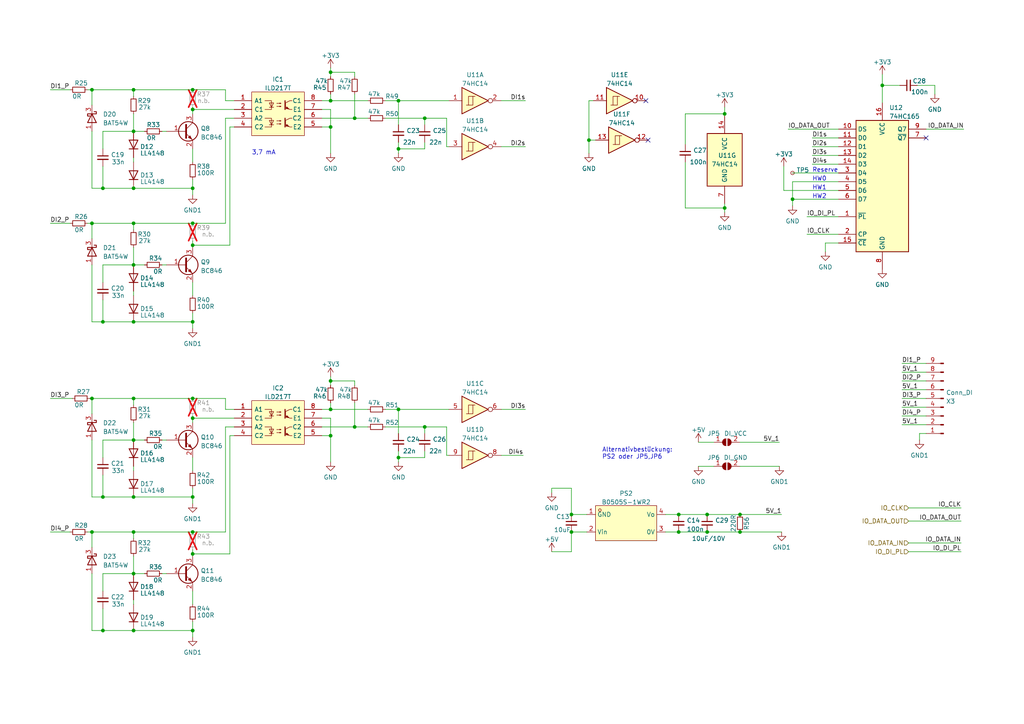
<source format=kicad_sch>
(kicad_sch (version 20230121) (generator eeschema)

  (uuid 92f60041-c5e0-427f-b1ee-d07153ba08a0)

  (paper "A4")

  (title_block
    (title "BSC")
    (date "2024-04-16")
    (rev "2.5")
  )

  (lib_symbols
    (symbol "74xx:74HC14" (pin_names (offset 1.016)) (in_bom yes) (on_board yes)
      (property "Reference" "U" (at 0 1.27 0)
        (effects (font (size 1.27 1.27)))
      )
      (property "Value" "74HC14" (at 0 -1.27 0)
        (effects (font (size 1.27 1.27)))
      )
      (property "Footprint" "" (at 0 0 0)
        (effects (font (size 1.27 1.27)) hide)
      )
      (property "Datasheet" "http://www.ti.com/lit/gpn/sn74HC14" (at 0 0 0)
        (effects (font (size 1.27 1.27)) hide)
      )
      (property "ki_locked" "" (at 0 0 0)
        (effects (font (size 1.27 1.27)))
      )
      (property "ki_keywords" "HCMOS not inverter" (at 0 0 0)
        (effects (font (size 1.27 1.27)) hide)
      )
      (property "ki_description" "Hex inverter schmitt trigger" (at 0 0 0)
        (effects (font (size 1.27 1.27)) hide)
      )
      (property "ki_fp_filters" "DIP*W7.62mm*" (at 0 0 0)
        (effects (font (size 1.27 1.27)) hide)
      )
      (symbol "74HC14_1_0"
        (polyline
          (pts
            (xy -3.81 3.81)
            (xy -3.81 -3.81)
            (xy 3.81 0)
            (xy -3.81 3.81)
          )
          (stroke (width 0.254) (type default))
          (fill (type background))
        )
        (pin input line (at -7.62 0 0) (length 3.81)
          (name "~" (effects (font (size 1.27 1.27))))
          (number "1" (effects (font (size 1.27 1.27))))
        )
        (pin output inverted (at 7.62 0 180) (length 3.81)
          (name "~" (effects (font (size 1.27 1.27))))
          (number "2" (effects (font (size 1.27 1.27))))
        )
      )
      (symbol "74HC14_1_1"
        (polyline
          (pts
            (xy -1.905 -1.27)
            (xy -1.905 1.27)
            (xy -0.635 1.27)
          )
          (stroke (width 0) (type default))
          (fill (type none))
        )
        (polyline
          (pts
            (xy -2.54 -1.27)
            (xy -0.635 -1.27)
            (xy -0.635 1.27)
            (xy 0 1.27)
          )
          (stroke (width 0) (type default))
          (fill (type none))
        )
      )
      (symbol "74HC14_2_0"
        (polyline
          (pts
            (xy -3.81 3.81)
            (xy -3.81 -3.81)
            (xy 3.81 0)
            (xy -3.81 3.81)
          )
          (stroke (width 0.254) (type default))
          (fill (type background))
        )
        (pin input line (at -7.62 0 0) (length 3.81)
          (name "~" (effects (font (size 1.27 1.27))))
          (number "3" (effects (font (size 1.27 1.27))))
        )
        (pin output inverted (at 7.62 0 180) (length 3.81)
          (name "~" (effects (font (size 1.27 1.27))))
          (number "4" (effects (font (size 1.27 1.27))))
        )
      )
      (symbol "74HC14_2_1"
        (polyline
          (pts
            (xy -1.905 -1.27)
            (xy -1.905 1.27)
            (xy -0.635 1.27)
          )
          (stroke (width 0) (type default))
          (fill (type none))
        )
        (polyline
          (pts
            (xy -2.54 -1.27)
            (xy -0.635 -1.27)
            (xy -0.635 1.27)
            (xy 0 1.27)
          )
          (stroke (width 0) (type default))
          (fill (type none))
        )
      )
      (symbol "74HC14_3_0"
        (polyline
          (pts
            (xy -3.81 3.81)
            (xy -3.81 -3.81)
            (xy 3.81 0)
            (xy -3.81 3.81)
          )
          (stroke (width 0.254) (type default))
          (fill (type background))
        )
        (pin input line (at -7.62 0 0) (length 3.81)
          (name "~" (effects (font (size 1.27 1.27))))
          (number "5" (effects (font (size 1.27 1.27))))
        )
        (pin output inverted (at 7.62 0 180) (length 3.81)
          (name "~" (effects (font (size 1.27 1.27))))
          (number "6" (effects (font (size 1.27 1.27))))
        )
      )
      (symbol "74HC14_3_1"
        (polyline
          (pts
            (xy -1.905 -1.27)
            (xy -1.905 1.27)
            (xy -0.635 1.27)
          )
          (stroke (width 0) (type default))
          (fill (type none))
        )
        (polyline
          (pts
            (xy -2.54 -1.27)
            (xy -0.635 -1.27)
            (xy -0.635 1.27)
            (xy 0 1.27)
          )
          (stroke (width 0) (type default))
          (fill (type none))
        )
      )
      (symbol "74HC14_4_0"
        (polyline
          (pts
            (xy -3.81 3.81)
            (xy -3.81 -3.81)
            (xy 3.81 0)
            (xy -3.81 3.81)
          )
          (stroke (width 0.254) (type default))
          (fill (type background))
        )
        (pin output inverted (at 7.62 0 180) (length 3.81)
          (name "~" (effects (font (size 1.27 1.27))))
          (number "8" (effects (font (size 1.27 1.27))))
        )
        (pin input line (at -7.62 0 0) (length 3.81)
          (name "~" (effects (font (size 1.27 1.27))))
          (number "9" (effects (font (size 1.27 1.27))))
        )
      )
      (symbol "74HC14_4_1"
        (polyline
          (pts
            (xy -1.905 -1.27)
            (xy -1.905 1.27)
            (xy -0.635 1.27)
          )
          (stroke (width 0) (type default))
          (fill (type none))
        )
        (polyline
          (pts
            (xy -2.54 -1.27)
            (xy -0.635 -1.27)
            (xy -0.635 1.27)
            (xy 0 1.27)
          )
          (stroke (width 0) (type default))
          (fill (type none))
        )
      )
      (symbol "74HC14_5_0"
        (polyline
          (pts
            (xy -3.81 3.81)
            (xy -3.81 -3.81)
            (xy 3.81 0)
            (xy -3.81 3.81)
          )
          (stroke (width 0.254) (type default))
          (fill (type background))
        )
        (pin output inverted (at 7.62 0 180) (length 3.81)
          (name "~" (effects (font (size 1.27 1.27))))
          (number "10" (effects (font (size 1.27 1.27))))
        )
        (pin input line (at -7.62 0 0) (length 3.81)
          (name "~" (effects (font (size 1.27 1.27))))
          (number "11" (effects (font (size 1.27 1.27))))
        )
      )
      (symbol "74HC14_5_1"
        (polyline
          (pts
            (xy -1.905 -1.27)
            (xy -1.905 1.27)
            (xy -0.635 1.27)
          )
          (stroke (width 0) (type default))
          (fill (type none))
        )
        (polyline
          (pts
            (xy -2.54 -1.27)
            (xy -0.635 -1.27)
            (xy -0.635 1.27)
            (xy 0 1.27)
          )
          (stroke (width 0) (type default))
          (fill (type none))
        )
      )
      (symbol "74HC14_6_0"
        (polyline
          (pts
            (xy -3.81 3.81)
            (xy -3.81 -3.81)
            (xy 3.81 0)
            (xy -3.81 3.81)
          )
          (stroke (width 0.254) (type default))
          (fill (type background))
        )
        (pin output inverted (at 7.62 0 180) (length 3.81)
          (name "~" (effects (font (size 1.27 1.27))))
          (number "12" (effects (font (size 1.27 1.27))))
        )
        (pin input line (at -7.62 0 0) (length 3.81)
          (name "~" (effects (font (size 1.27 1.27))))
          (number "13" (effects (font (size 1.27 1.27))))
        )
      )
      (symbol "74HC14_6_1"
        (polyline
          (pts
            (xy -1.905 -1.27)
            (xy -1.905 1.27)
            (xy -0.635 1.27)
          )
          (stroke (width 0) (type default))
          (fill (type none))
        )
        (polyline
          (pts
            (xy -2.54 -1.27)
            (xy -0.635 -1.27)
            (xy -0.635 1.27)
            (xy 0 1.27)
          )
          (stroke (width 0) (type default))
          (fill (type none))
        )
      )
      (symbol "74HC14_7_0"
        (pin power_in line (at 0 12.7 270) (length 5.08)
          (name "VCC" (effects (font (size 1.27 1.27))))
          (number "14" (effects (font (size 1.27 1.27))))
        )
        (pin power_in line (at 0 -12.7 90) (length 5.08)
          (name "GND" (effects (font (size 1.27 1.27))))
          (number "7" (effects (font (size 1.27 1.27))))
        )
      )
      (symbol "74HC14_7_1"
        (rectangle (start -5.08 7.62) (end 5.08 -7.62)
          (stroke (width 0.254) (type default))
          (fill (type background))
        )
      )
    )
    (symbol "74xx:74HC165" (in_bom yes) (on_board yes)
      (property "Reference" "U" (at -7.62 19.05 0)
        (effects (font (size 1.27 1.27)))
      )
      (property "Value" "74HC165" (at -7.62 -21.59 0)
        (effects (font (size 1.27 1.27)))
      )
      (property "Footprint" "" (at 0 0 0)
        (effects (font (size 1.27 1.27)) hide)
      )
      (property "Datasheet" "https://assets.nexperia.com/documents/data-sheet/74HC_HCT165.pdf" (at 0 0 0)
        (effects (font (size 1.27 1.27)) hide)
      )
      (property "ki_keywords" "8 bit shift register parallel load cmos" (at 0 0 0)
        (effects (font (size 1.27 1.27)) hide)
      )
      (property "ki_description" "Shift Register, 8-bit, Parallel Load" (at 0 0 0)
        (effects (font (size 1.27 1.27)) hide)
      )
      (property "ki_fp_filters" "DIP?16* SO*16*3.9x9.9mm*P1.27mm* SSOP*16*5.3x6.2mm*P0.65mm* TSSOP*16*4.4x5mm*P0.65*" (at 0 0 0)
        (effects (font (size 1.27 1.27)) hide)
      )
      (symbol "74HC165_1_0"
        (pin input line (at -12.7 -10.16 0) (length 5.08)
          (name "~{PL}" (effects (font (size 1.27 1.27))))
          (number "1" (effects (font (size 1.27 1.27))))
        )
        (pin input line (at -12.7 15.24 0) (length 5.08)
          (name "DS" (effects (font (size 1.27 1.27))))
          (number "10" (effects (font (size 1.27 1.27))))
        )
        (pin input line (at -12.7 12.7 0) (length 5.08)
          (name "D0" (effects (font (size 1.27 1.27))))
          (number "11" (effects (font (size 1.27 1.27))))
        )
        (pin input line (at -12.7 10.16 0) (length 5.08)
          (name "D1" (effects (font (size 1.27 1.27))))
          (number "12" (effects (font (size 1.27 1.27))))
        )
        (pin input line (at -12.7 7.62 0) (length 5.08)
          (name "D2" (effects (font (size 1.27 1.27))))
          (number "13" (effects (font (size 1.27 1.27))))
        )
        (pin input line (at -12.7 5.08 0) (length 5.08)
          (name "D3" (effects (font (size 1.27 1.27))))
          (number "14" (effects (font (size 1.27 1.27))))
        )
        (pin input line (at -12.7 -17.78 0) (length 5.08)
          (name "~{CE}" (effects (font (size 1.27 1.27))))
          (number "15" (effects (font (size 1.27 1.27))))
        )
        (pin power_in line (at 0 22.86 270) (length 5.08)
          (name "VCC" (effects (font (size 1.27 1.27))))
          (number "16" (effects (font (size 1.27 1.27))))
        )
        (pin input line (at -12.7 -15.24 0) (length 5.08)
          (name "CP" (effects (font (size 1.27 1.27))))
          (number "2" (effects (font (size 1.27 1.27))))
        )
        (pin input line (at -12.7 2.54 0) (length 5.08)
          (name "D4" (effects (font (size 1.27 1.27))))
          (number "3" (effects (font (size 1.27 1.27))))
        )
        (pin input line (at -12.7 0 0) (length 5.08)
          (name "D5" (effects (font (size 1.27 1.27))))
          (number "4" (effects (font (size 1.27 1.27))))
        )
        (pin input line (at -12.7 -2.54 0) (length 5.08)
          (name "D6" (effects (font (size 1.27 1.27))))
          (number "5" (effects (font (size 1.27 1.27))))
        )
        (pin input line (at -12.7 -5.08 0) (length 5.08)
          (name "D7" (effects (font (size 1.27 1.27))))
          (number "6" (effects (font (size 1.27 1.27))))
        )
        (pin output line (at 12.7 12.7 180) (length 5.08)
          (name "~{Q7}" (effects (font (size 1.27 1.27))))
          (number "7" (effects (font (size 1.27 1.27))))
        )
        (pin power_in line (at 0 -25.4 90) (length 5.08)
          (name "GND" (effects (font (size 1.27 1.27))))
          (number "8" (effects (font (size 1.27 1.27))))
        )
        (pin output line (at 12.7 15.24 180) (length 5.08)
          (name "Q7" (effects (font (size 1.27 1.27))))
          (number "9" (effects (font (size 1.27 1.27))))
        )
      )
      (symbol "74HC165_1_1"
        (rectangle (start -7.62 17.78) (end 7.62 -20.32)
          (stroke (width 0.254) (type default))
          (fill (type background))
        )
      )
    )
    (symbol "Connector:Conn_01x09_Male" (pin_names (offset 1.016) hide) (in_bom yes) (on_board yes)
      (property "Reference" "J" (at 0 12.7 0)
        (effects (font (size 1.27 1.27)))
      )
      (property "Value" "Conn_01x09_Male" (at 0 -12.7 0)
        (effects (font (size 1.27 1.27)))
      )
      (property "Footprint" "" (at 0 0 0)
        (effects (font (size 1.27 1.27)) hide)
      )
      (property "Datasheet" "~" (at 0 0 0)
        (effects (font (size 1.27 1.27)) hide)
      )
      (property "ki_keywords" "connector" (at 0 0 0)
        (effects (font (size 1.27 1.27)) hide)
      )
      (property "ki_description" "Generic connector, single row, 01x09, script generated (kicad-library-utils/schlib/autogen/connector/)" (at 0 0 0)
        (effects (font (size 1.27 1.27)) hide)
      )
      (property "ki_fp_filters" "Connector*:*_1x??_*" (at 0 0 0)
        (effects (font (size 1.27 1.27)) hide)
      )
      (symbol "Conn_01x09_Male_1_1"
        (polyline
          (pts
            (xy 1.27 -10.16)
            (xy 0.8636 -10.16)
          )
          (stroke (width 0.1524) (type default))
          (fill (type none))
        )
        (polyline
          (pts
            (xy 1.27 -7.62)
            (xy 0.8636 -7.62)
          )
          (stroke (width 0.1524) (type default))
          (fill (type none))
        )
        (polyline
          (pts
            (xy 1.27 -5.08)
            (xy 0.8636 -5.08)
          )
          (stroke (width 0.1524) (type default))
          (fill (type none))
        )
        (polyline
          (pts
            (xy 1.27 -2.54)
            (xy 0.8636 -2.54)
          )
          (stroke (width 0.1524) (type default))
          (fill (type none))
        )
        (polyline
          (pts
            (xy 1.27 0)
            (xy 0.8636 0)
          )
          (stroke (width 0.1524) (type default))
          (fill (type none))
        )
        (polyline
          (pts
            (xy 1.27 2.54)
            (xy 0.8636 2.54)
          )
          (stroke (width 0.1524) (type default))
          (fill (type none))
        )
        (polyline
          (pts
            (xy 1.27 5.08)
            (xy 0.8636 5.08)
          )
          (stroke (width 0.1524) (type default))
          (fill (type none))
        )
        (polyline
          (pts
            (xy 1.27 7.62)
            (xy 0.8636 7.62)
          )
          (stroke (width 0.1524) (type default))
          (fill (type none))
        )
        (polyline
          (pts
            (xy 1.27 10.16)
            (xy 0.8636 10.16)
          )
          (stroke (width 0.1524) (type default))
          (fill (type none))
        )
        (rectangle (start 0.8636 -10.033) (end 0 -10.287)
          (stroke (width 0.1524) (type default))
          (fill (type outline))
        )
        (rectangle (start 0.8636 -7.493) (end 0 -7.747)
          (stroke (width 0.1524) (type default))
          (fill (type outline))
        )
        (rectangle (start 0.8636 -4.953) (end 0 -5.207)
          (stroke (width 0.1524) (type default))
          (fill (type outline))
        )
        (rectangle (start 0.8636 -2.413) (end 0 -2.667)
          (stroke (width 0.1524) (type default))
          (fill (type outline))
        )
        (rectangle (start 0.8636 0.127) (end 0 -0.127)
          (stroke (width 0.1524) (type default))
          (fill (type outline))
        )
        (rectangle (start 0.8636 2.667) (end 0 2.413)
          (stroke (width 0.1524) (type default))
          (fill (type outline))
        )
        (rectangle (start 0.8636 5.207) (end 0 4.953)
          (stroke (width 0.1524) (type default))
          (fill (type outline))
        )
        (rectangle (start 0.8636 7.747) (end 0 7.493)
          (stroke (width 0.1524) (type default))
          (fill (type outline))
        )
        (rectangle (start 0.8636 10.287) (end 0 10.033)
          (stroke (width 0.1524) (type default))
          (fill (type outline))
        )
        (pin passive line (at 5.08 10.16 180) (length 3.81)
          (name "Pin_1" (effects (font (size 1.27 1.27))))
          (number "1" (effects (font (size 1.27 1.27))))
        )
        (pin passive line (at 5.08 7.62 180) (length 3.81)
          (name "Pin_2" (effects (font (size 1.27 1.27))))
          (number "2" (effects (font (size 1.27 1.27))))
        )
        (pin passive line (at 5.08 5.08 180) (length 3.81)
          (name "Pin_3" (effects (font (size 1.27 1.27))))
          (number "3" (effects (font (size 1.27 1.27))))
        )
        (pin passive line (at 5.08 2.54 180) (length 3.81)
          (name "Pin_4" (effects (font (size 1.27 1.27))))
          (number "4" (effects (font (size 1.27 1.27))))
        )
        (pin passive line (at 5.08 0 180) (length 3.81)
          (name "Pin_5" (effects (font (size 1.27 1.27))))
          (number "5" (effects (font (size 1.27 1.27))))
        )
        (pin passive line (at 5.08 -2.54 180) (length 3.81)
          (name "Pin_6" (effects (font (size 1.27 1.27))))
          (number "6" (effects (font (size 1.27 1.27))))
        )
        (pin passive line (at 5.08 -5.08 180) (length 3.81)
          (name "Pin_7" (effects (font (size 1.27 1.27))))
          (number "7" (effects (font (size 1.27 1.27))))
        )
        (pin passive line (at 5.08 -7.62 180) (length 3.81)
          (name "Pin_8" (effects (font (size 1.27 1.27))))
          (number "8" (effects (font (size 1.27 1.27))))
        )
        (pin passive line (at 5.08 -10.16 180) (length 3.81)
          (name "Pin_9" (effects (font (size 1.27 1.27))))
          (number "9" (effects (font (size 1.27 1.27))))
        )
      )
    )
    (symbol "Connector:TestPoint_Small" (pin_numbers hide) (pin_names (offset 0.762) hide) (in_bom yes) (on_board yes)
      (property "Reference" "TP" (at 0 3.81 0)
        (effects (font (size 1.27 1.27)))
      )
      (property "Value" "TestPoint_Small" (at 0 2.032 0)
        (effects (font (size 1.27 1.27)))
      )
      (property "Footprint" "" (at 5.08 0 0)
        (effects (font (size 1.27 1.27)) hide)
      )
      (property "Datasheet" "~" (at 5.08 0 0)
        (effects (font (size 1.27 1.27)) hide)
      )
      (property "ki_keywords" "test point tp" (at 0 0 0)
        (effects (font (size 1.27 1.27)) hide)
      )
      (property "ki_description" "test point" (at 0 0 0)
        (effects (font (size 1.27 1.27)) hide)
      )
      (property "ki_fp_filters" "Pin* Test*" (at 0 0 0)
        (effects (font (size 1.27 1.27)) hide)
      )
      (symbol "TestPoint_Small_0_1"
        (circle (center 0 0) (radius 0.508)
          (stroke (width 0) (type default))
          (fill (type none))
        )
      )
      (symbol "TestPoint_Small_1_1"
        (pin passive line (at 0 0 90) (length 0)
          (name "1" (effects (font (size 1.27 1.27))))
          (number "1" (effects (font (size 1.27 1.27))))
        )
      )
    )
    (symbol "Device:C_Small" (pin_numbers hide) (pin_names (offset 0.254) hide) (in_bom yes) (on_board yes)
      (property "Reference" "C" (at 0.254 1.778 0)
        (effects (font (size 1.27 1.27)) (justify left))
      )
      (property "Value" "C_Small" (at 0.254 -2.032 0)
        (effects (font (size 1.27 1.27)) (justify left))
      )
      (property "Footprint" "" (at 0 0 0)
        (effects (font (size 1.27 1.27)) hide)
      )
      (property "Datasheet" "~" (at 0 0 0)
        (effects (font (size 1.27 1.27)) hide)
      )
      (property "ki_keywords" "capacitor cap" (at 0 0 0)
        (effects (font (size 1.27 1.27)) hide)
      )
      (property "ki_description" "Unpolarized capacitor, small symbol" (at 0 0 0)
        (effects (font (size 1.27 1.27)) hide)
      )
      (property "ki_fp_filters" "C_*" (at 0 0 0)
        (effects (font (size 1.27 1.27)) hide)
      )
      (symbol "C_Small_0_1"
        (polyline
          (pts
            (xy -1.524 -0.508)
            (xy 1.524 -0.508)
          )
          (stroke (width 0.3302) (type default))
          (fill (type none))
        )
        (polyline
          (pts
            (xy -1.524 0.508)
            (xy 1.524 0.508)
          )
          (stroke (width 0.3048) (type default))
          (fill (type none))
        )
      )
      (symbol "C_Small_1_1"
        (pin passive line (at 0 2.54 270) (length 2.032)
          (name "~" (effects (font (size 1.27 1.27))))
          (number "1" (effects (font (size 1.27 1.27))))
        )
        (pin passive line (at 0 -2.54 90) (length 2.032)
          (name "~" (effects (font (size 1.27 1.27))))
          (number "2" (effects (font (size 1.27 1.27))))
        )
      )
    )
    (symbol "Device:R_Small" (pin_numbers hide) (pin_names (offset 0.254) hide) (in_bom yes) (on_board yes)
      (property "Reference" "R" (at 0.762 0.508 0)
        (effects (font (size 1.27 1.27)) (justify left))
      )
      (property "Value" "R_Small" (at 0.762 -1.016 0)
        (effects (font (size 1.27 1.27)) (justify left))
      )
      (property "Footprint" "" (at 0 0 0)
        (effects (font (size 1.27 1.27)) hide)
      )
      (property "Datasheet" "~" (at 0 0 0)
        (effects (font (size 1.27 1.27)) hide)
      )
      (property "ki_keywords" "R resistor" (at 0 0 0)
        (effects (font (size 1.27 1.27)) hide)
      )
      (property "ki_description" "Resistor, small symbol" (at 0 0 0)
        (effects (font (size 1.27 1.27)) hide)
      )
      (property "ki_fp_filters" "R_*" (at 0 0 0)
        (effects (font (size 1.27 1.27)) hide)
      )
      (symbol "R_Small_0_1"
        (rectangle (start -0.762 1.778) (end 0.762 -1.778)
          (stroke (width 0.2032) (type default))
          (fill (type none))
        )
      )
      (symbol "R_Small_1_1"
        (pin passive line (at 0 2.54 270) (length 0.762)
          (name "~" (effects (font (size 1.27 1.27))))
          (number "1" (effects (font (size 1.27 1.27))))
        )
        (pin passive line (at 0 -2.54 90) (length 0.762)
          (name "~" (effects (font (size 1.27 1.27))))
          (number "2" (effects (font (size 1.27 1.27))))
        )
      )
    )
    (symbol "Diode:BAT54W" (pin_names (offset 1.016) hide) (in_bom yes) (on_board yes)
      (property "Reference" "D" (at 0 2.54 0)
        (effects (font (size 1.27 1.27)))
      )
      (property "Value" "BAT54W" (at 0 -2.54 0)
        (effects (font (size 1.27 1.27)))
      )
      (property "Footprint" "Package_TO_SOT_SMD:SOT-323_SC-70" (at 0 -4.445 0)
        (effects (font (size 1.27 1.27)) hide)
      )
      (property "Datasheet" "https://assets.nexperia.com/documents/data-sheet/BAT54W_SER.pdf" (at 0 0 0)
        (effects (font (size 1.27 1.27)) hide)
      )
      (property "ki_keywords" "schottky diode" (at 0 0 0)
        (effects (font (size 1.27 1.27)) hide)
      )
      (property "ki_description" "Schottky barrier diode, SOT-323" (at 0 0 0)
        (effects (font (size 1.27 1.27)) hide)
      )
      (property "ki_fp_filters" "SOT?323*" (at 0 0 0)
        (effects (font (size 1.27 1.27)) hide)
      )
      (symbol "BAT54W_0_1"
        (polyline
          (pts
            (xy 1.27 0)
            (xy -1.27 0)
          )
          (stroke (width 0) (type default))
          (fill (type none))
        )
        (polyline
          (pts
            (xy 1.27 1.27)
            (xy 1.27 -1.27)
            (xy -1.27 0)
            (xy 1.27 1.27)
          )
          (stroke (width 0.254) (type default))
          (fill (type none))
        )
        (polyline
          (pts
            (xy -1.905 0.635)
            (xy -1.905 1.27)
            (xy -1.27 1.27)
            (xy -1.27 -1.27)
            (xy -0.635 -1.27)
            (xy -0.635 -0.635)
          )
          (stroke (width 0.254) (type default))
          (fill (type none))
        )
      )
      (symbol "BAT54W_1_1"
        (pin passive line (at 3.81 0 180) (length 2.54)
          (name "A" (effects (font (size 1.27 1.27))))
          (number "1" (effects (font (size 1.27 1.27))))
        )
        (pin no_connect line (at 0 0 90) (length 2.54) hide
          (name "NC" (effects (font (size 1.27 1.27))))
          (number "2" (effects (font (size 1.27 1.27))))
        )
        (pin passive line (at -3.81 0 0) (length 2.54)
          (name "K" (effects (font (size 1.27 1.27))))
          (number "3" (effects (font (size 1.27 1.27))))
        )
      )
    )
    (symbol "Diode:LL4148" (pin_numbers hide) (pin_names (offset 1.016) hide) (in_bom yes) (on_board yes)
      (property "Reference" "D" (at 0 2.54 0)
        (effects (font (size 1.27 1.27)))
      )
      (property "Value" "LL4148" (at 0 -2.54 0)
        (effects (font (size 1.27 1.27)))
      )
      (property "Footprint" "Diode_SMD:D_MiniMELF" (at 0 -4.445 0)
        (effects (font (size 1.27 1.27)) hide)
      )
      (property "Datasheet" "http://www.vishay.com/docs/85557/ll4148.pdf" (at 0 0 0)
        (effects (font (size 1.27 1.27)) hide)
      )
      (property "ki_keywords" "diode" (at 0 0 0)
        (effects (font (size 1.27 1.27)) hide)
      )
      (property "ki_description" "100V 0.15A standard switching diode, MiniMELF" (at 0 0 0)
        (effects (font (size 1.27 1.27)) hide)
      )
      (property "ki_fp_filters" "D*MiniMELF*" (at 0 0 0)
        (effects (font (size 1.27 1.27)) hide)
      )
      (symbol "LL4148_0_1"
        (polyline
          (pts
            (xy -1.27 1.27)
            (xy -1.27 -1.27)
          )
          (stroke (width 0.254) (type default))
          (fill (type none))
        )
        (polyline
          (pts
            (xy 1.27 0)
            (xy -1.27 0)
          )
          (stroke (width 0) (type default))
          (fill (type none))
        )
        (polyline
          (pts
            (xy 1.27 1.27)
            (xy 1.27 -1.27)
            (xy -1.27 0)
            (xy 1.27 1.27)
          )
          (stroke (width 0.254) (type default))
          (fill (type none))
        )
      )
      (symbol "LL4148_1_1"
        (pin passive line (at -3.81 0 0) (length 2.54)
          (name "K" (effects (font (size 1.27 1.27))))
          (number "1" (effects (font (size 1.27 1.27))))
        )
        (pin passive line (at 3.81 0 180) (length 2.54)
          (name "A" (effects (font (size 1.27 1.27))))
          (number "2" (effects (font (size 1.27 1.27))))
        )
      )
    )
    (symbol "ILD217T_1" (pin_names (offset 0.762)) (in_bom yes) (on_board yes)
      (property "Reference" "IC?" (at 12.7 6.189 0)
        (effects (font (size 1.27 1.27)))
      )
      (property "Value" "ILD217T" (at 12.7 3.6521 0)
        (effects (font (size 1.27 1.27)))
      )
      (property "Footprint" "Package_SO:SOIC-8_5.23x5.23mm_P1.27mm" (at 21.59 2.54 0)
        (effects (font (size 1.27 1.27)) (justify left) hide)
      )
      (property "Datasheet" "https://componentsearchengine.com/Datasheets/2/ILD217T.pdf" (at 45.72 1.27 0)
        (effects (font (size 1.27 1.27)) (justify left) hide)
      )
      (property "Description" "Optocoupler DC-IN 2-CH Trans DC-OUT" (at 21.59 -2.54 0)
        (effects (font (size 1.27 1.27)) (justify left) hide)
      )
      (property "Height" "3.5" (at 21.59 -5.08 0)
        (effects (font (size 1.27 1.27)) (justify left) hide)
      )
      (property "Mouser Part Number" "782-ILD217T" (at 21.59 -7.62 0)
        (effects (font (size 1.27 1.27)) (justify left) hide)
      )
      (property "Mouser Price/Stock" "https://www.mouser.co.uk/ProductDetail/Vishay-Semiconductors/ILD217T?qs=xCMk%252BIHWTZPKrNiUK6exaQ%3D%3D" (at 21.59 -10.16 0)
        (effects (font (size 1.27 1.27)) (justify left) hide)
      )
      (property "Manufacturer_Name" "Vishay" (at 21.59 -12.7 0)
        (effects (font (size 1.27 1.27)) (justify left) hide)
      )
      (property "Manufacturer_Part_Number" "ILD217T" (at 21.59 -15.24 0)
        (effects (font (size 1.27 1.27)) (justify left) hide)
      )
      (property "ki_description" "Optocoupler DC-IN 2-CH Trans DC-OUT" (at 0 0 0)
        (effects (font (size 1.27 1.27)) hide)
      )
      (symbol "ILD217T_1_0_0"
        (pin passive line (at 0 0 0) (length 5.08)
          (name "A1" (effects (font (size 1.27 1.27))))
          (number "1" (effects (font (size 1.27 1.27))))
        )
        (pin passive line (at 0 -2.54 0) (length 5.08)
          (name "C1" (effects (font (size 1.27 1.27))))
          (number "2" (effects (font (size 1.27 1.27))))
        )
        (pin passive line (at 0 -5.08 0) (length 5.08)
          (name "A2" (effects (font (size 1.27 1.27))))
          (number "3" (effects (font (size 1.27 1.27))))
        )
        (pin passive line (at 0 -7.62 0) (length 5.08)
          (name "C2" (effects (font (size 1.27 1.27))))
          (number "4" (effects (font (size 1.27 1.27))))
        )
        (pin passive line (at 25.4 -7.62 180) (length 5.08)
          (name "E2" (effects (font (size 1.27 1.27))))
          (number "5" (effects (font (size 1.27 1.27))))
        )
        (pin passive line (at 25.4 -5.08 180) (length 5.08)
          (name "C2" (effects (font (size 1.27 1.27))))
          (number "6" (effects (font (size 1.27 1.27))))
        )
        (pin passive line (at 25.4 -2.54 180) (length 5.08)
          (name "E1" (effects (font (size 1.27 1.27))))
          (number "7" (effects (font (size 1.27 1.27))))
        )
        (pin passive line (at 25.4 0 180) (length 5.08)
          (name "C1" (effects (font (size 1.27 1.27))))
          (number "8" (effects (font (size 1.27 1.27))))
        )
      )
      (symbol "ILD217T_1_0_1"
        (polyline
          (pts
            (xy 10.16 -6.985)
            (xy 11.43 -6.985)
          )
          (stroke (width 0) (type default))
          (fill (type none))
        )
        (polyline
          (pts
            (xy 10.16 -1.905)
            (xy 11.43 -1.905)
          )
          (stroke (width 0) (type default))
          (fill (type none))
        )
        (polyline
          (pts
            (xy 14.732 -5.08)
            (xy 14.732 -6.985)
            (xy 14.732 -7.62)
          )
          (stroke (width 0.3) (type default))
          (fill (type none))
        )
        (polyline
          (pts
            (xy 14.732 0)
            (xy 14.732 -1.905)
            (xy 14.732 -2.54)
          )
          (stroke (width 0.3) (type default))
          (fill (type none))
        )
        (polyline
          (pts
            (xy 8.89 -5.08)
            (xy 10.795 -5.08)
            (xy 10.795 -7.62)
            (xy 8.89 -7.62)
          )
          (stroke (width 0) (type default))
          (fill (type none))
        )
        (polyline
          (pts
            (xy 8.89 0)
            (xy 10.795 0)
            (xy 10.795 -2.54)
            (xy 8.89 -2.54)
          )
          (stroke (width 0) (type default))
          (fill (type none))
        )
        (polyline
          (pts
            (xy 10.795 -6.985)
            (xy 10.16 -5.715)
            (xy 11.43 -5.715)
            (xy 10.795 -6.985)
          )
          (stroke (width 0) (type default))
          (fill (type none))
        )
        (polyline
          (pts
            (xy 10.795 -1.905)
            (xy 10.16 -0.635)
            (xy 11.43 -0.635)
            (xy 10.795 -1.905)
          )
          (stroke (width 0) (type default))
          (fill (type none))
        )
        (polyline
          (pts
            (xy 5.08 2.54)
            (xy 20.32 2.54)
            (xy 20.32 -10.16)
            (xy 5.08 -10.16)
            (xy 5.08 2.54)
          )
          (stroke (width 0.1524) (type default))
          (fill (type background))
        )
        (polyline
          (pts
            (xy 12.319 -6.731)
            (xy 13.589 -6.731)
            (xy 13.208 -6.858)
            (xy 13.208 -6.604)
            (xy 13.589 -6.731)
          )
          (stroke (width 0) (type default))
          (fill (type none))
        )
        (polyline
          (pts
            (xy 12.319 -5.842)
            (xy 13.589 -5.842)
            (xy 13.208 -5.969)
            (xy 13.208 -5.715)
            (xy 13.589 -5.842)
          )
          (stroke (width 0) (type default))
          (fill (type none))
        )
        (polyline
          (pts
            (xy 12.319 -1.651)
            (xy 13.589 -1.651)
            (xy 13.208 -1.778)
            (xy 13.208 -1.524)
            (xy 13.589 -1.651)
          )
          (stroke (width 0) (type default))
          (fill (type none))
        )
        (polyline
          (pts
            (xy 12.319 -0.762)
            (xy 13.589 -0.762)
            (xy 13.208 -0.889)
            (xy 13.208 -0.635)
            (xy 13.589 -0.762)
          )
          (stroke (width 0) (type default))
          (fill (type none))
        )
        (polyline
          (pts
            (xy 14.986 -7.366)
            (xy 15.24 -6.858)
            (xy 15.875 -7.493)
            (xy 14.986 -7.366)
            (xy 15.24 -6.858)
          )
          (stroke (width 0) (type default))
          (fill (type outline))
        )
        (polyline
          (pts
            (xy 14.986 -2.286)
            (xy 15.24 -1.778)
            (xy 15.875 -2.413)
            (xy 14.986 -2.286)
            (xy 15.24 -1.778)
          )
          (stroke (width 0) (type default))
          (fill (type outline))
        )
        (polyline
          (pts
            (xy 16.764 -5.08)
            (xy 16.129 -5.08)
            (xy 14.859 -5.715)
            (xy 14.859 -6.985)
            (xy 16.129 -7.62)
            (xy 16.764 -7.62)
          )
          (stroke (width 0) (type default))
          (fill (type none))
        )
        (polyline
          (pts
            (xy 16.764 0)
            (xy 16.129 0)
            (xy 14.859 -0.635)
            (xy 14.859 -1.905)
            (xy 16.129 -2.54)
            (xy 16.764 -2.54)
          )
          (stroke (width 0) (type default))
          (fill (type none))
        )
      )
    )
    (symbol "Jumper:SolderJumper_2_Open" (pin_names (offset 0) hide) (in_bom yes) (on_board yes)
      (property "Reference" "JP" (at 0 2.032 0)
        (effects (font (size 1.27 1.27)))
      )
      (property "Value" "SolderJumper_2_Open" (at 0 -2.54 0)
        (effects (font (size 1.27 1.27)))
      )
      (property "Footprint" "" (at 0 0 0)
        (effects (font (size 1.27 1.27)) hide)
      )
      (property "Datasheet" "~" (at 0 0 0)
        (effects (font (size 1.27 1.27)) hide)
      )
      (property "ki_keywords" "solder jumper SPST" (at 0 0 0)
        (effects (font (size 1.27 1.27)) hide)
      )
      (property "ki_description" "Solder Jumper, 2-pole, open" (at 0 0 0)
        (effects (font (size 1.27 1.27)) hide)
      )
      (property "ki_fp_filters" "SolderJumper*Open*" (at 0 0 0)
        (effects (font (size 1.27 1.27)) hide)
      )
      (symbol "SolderJumper_2_Open_0_1"
        (arc (start -0.254 1.016) (mid -1.2656 0) (end -0.254 -1.016)
          (stroke (width 0) (type default))
          (fill (type none))
        )
        (arc (start -0.254 1.016) (mid -1.2656 0) (end -0.254 -1.016)
          (stroke (width 0) (type default))
          (fill (type outline))
        )
        (polyline
          (pts
            (xy -0.254 1.016)
            (xy -0.254 -1.016)
          )
          (stroke (width 0) (type default))
          (fill (type none))
        )
        (polyline
          (pts
            (xy 0.254 1.016)
            (xy 0.254 -1.016)
          )
          (stroke (width 0) (type default))
          (fill (type none))
        )
        (arc (start 0.254 -1.016) (mid 1.2656 0) (end 0.254 1.016)
          (stroke (width 0) (type default))
          (fill (type none))
        )
        (arc (start 0.254 -1.016) (mid 1.2656 0) (end 0.254 1.016)
          (stroke (width 0) (type default))
          (fill (type outline))
        )
      )
      (symbol "SolderJumper_2_Open_1_1"
        (pin passive line (at -3.81 0 0) (length 2.54)
          (name "A" (effects (font (size 1.27 1.27))))
          (number "1" (effects (font (size 1.27 1.27))))
        )
        (pin passive line (at 3.81 0 180) (length 2.54)
          (name "B" (effects (font (size 1.27 1.27))))
          (number "2" (effects (font (size 1.27 1.27))))
        )
      )
    )
    (symbol "Transistor_BJT:BC846" (pin_names (offset 0) hide) (in_bom yes) (on_board yes)
      (property "Reference" "Q" (at 5.08 1.905 0)
        (effects (font (size 1.27 1.27)) (justify left))
      )
      (property "Value" "BC846" (at 5.08 0 0)
        (effects (font (size 1.27 1.27)) (justify left))
      )
      (property "Footprint" "Package_TO_SOT_SMD:SOT-23" (at 5.08 -1.905 0)
        (effects (font (size 1.27 1.27) italic) (justify left) hide)
      )
      (property "Datasheet" "https://assets.nexperia.com/documents/data-sheet/BC846_SER.pdf" (at 0 0 0)
        (effects (font (size 1.27 1.27)) (justify left) hide)
      )
      (property "ki_keywords" "NPN Transistor" (at 0 0 0)
        (effects (font (size 1.27 1.27)) hide)
      )
      (property "ki_description" "0.1A Ic, 65V Vce, NPN Transistor, SOT-23" (at 0 0 0)
        (effects (font (size 1.27 1.27)) hide)
      )
      (property "ki_fp_filters" "SOT?23*" (at 0 0 0)
        (effects (font (size 1.27 1.27)) hide)
      )
      (symbol "BC846_0_1"
        (polyline
          (pts
            (xy 0.635 0.635)
            (xy 2.54 2.54)
          )
          (stroke (width 0) (type default))
          (fill (type none))
        )
        (polyline
          (pts
            (xy 0.635 -0.635)
            (xy 2.54 -2.54)
            (xy 2.54 -2.54)
          )
          (stroke (width 0) (type default))
          (fill (type none))
        )
        (polyline
          (pts
            (xy 0.635 1.905)
            (xy 0.635 -1.905)
            (xy 0.635 -1.905)
          )
          (stroke (width 0.508) (type default))
          (fill (type none))
        )
        (polyline
          (pts
            (xy 1.27 -1.778)
            (xy 1.778 -1.27)
            (xy 2.286 -2.286)
            (xy 1.27 -1.778)
            (xy 1.27 -1.778)
          )
          (stroke (width 0) (type default))
          (fill (type outline))
        )
        (circle (center 1.27 0) (radius 2.8194)
          (stroke (width 0.254) (type default))
          (fill (type none))
        )
      )
      (symbol "BC846_1_1"
        (pin input line (at -5.08 0 0) (length 5.715)
          (name "B" (effects (font (size 1.27 1.27))))
          (number "1" (effects (font (size 1.27 1.27))))
        )
        (pin passive line (at 2.54 -5.08 90) (length 2.54)
          (name "E" (effects (font (size 1.27 1.27))))
          (number "2" (effects (font (size 1.27 1.27))))
        )
        (pin passive line (at 2.54 5.08 270) (length 2.54)
          (name "C" (effects (font (size 1.27 1.27))))
          (number "3" (effects (font (size 1.27 1.27))))
        )
      )
    )
    (symbol "lcsc:B0505S-1WR2_C909796" (in_bom yes) (on_board yes)
      (property "Reference" "U" (at 0 7.62 0)
        (effects (font (size 1.27 1.27)))
      )
      (property "Value" "B0505S-1WR2_C909796" (at 0 -7.62 0)
        (effects (font (size 1.27 1.27)))
      )
      (property "Footprint" "lcsc:PWRM-TH_BXXXXS-1WR3" (at 0 -10.16 0)
        (effects (font (size 1.27 1.27)) hide)
      )
      (property "Datasheet" "https://lcsc.com/product-detail/Power-Modules_DEXU-Electronics-B0505S-1WR2_C909796.html" (at 0 -12.7 0)
        (effects (font (size 1.27 1.27)) hide)
      )
      (property "Manufacturer" "DEXU(德旭电子)" (at 0 -15.24 0)
        (effects (font (size 1.27 1.27)) hide)
      )
      (property "LCSC Part" "C909796" (at 0 -17.78 0)
        (effects (font (size 1.27 1.27)) hide)
      )
      (property "JLC Part" "Extended Part" (at 0 -20.32 0)
        (effects (font (size 1.27 1.27)) hide)
      )
      (symbol "B0505S-1WR2_C909796_0_1"
        (rectangle (start -10.16 5.08) (end 7.62 -5.08)
          (stroke (width 0) (type default))
          (fill (type background))
        )
        (circle (center -8.89 3.81) (radius 0.38)
          (stroke (width 0) (type default))
          (fill (type none))
        )
        (pin unspecified line (at -12.7 2.54 0) (length 2.54)
          (name "GND" (effects (font (size 1.27 1.27))))
          (number "1" (effects (font (size 1.27 1.27))))
        )
        (pin unspecified line (at -12.7 -2.54 0) (length 2.54)
          (name "Vin" (effects (font (size 1.27 1.27))))
          (number "2" (effects (font (size 1.27 1.27))))
        )
        (pin unspecified line (at 10.16 -2.54 180) (length 2.54)
          (name "0V" (effects (font (size 1.27 1.27))))
          (number "3" (effects (font (size 1.27 1.27))))
        )
        (pin unspecified line (at 10.16 2.54 180) (length 2.54)
          (name "Vo" (effects (font (size 1.27 1.27))))
          (number "4" (effects (font (size 1.27 1.27))))
        )
      )
    )
    (symbol "power:+3V3" (power) (pin_names (offset 0)) (in_bom yes) (on_board yes)
      (property "Reference" "#PWR" (at 0 -3.81 0)
        (effects (font (size 1.27 1.27)) hide)
      )
      (property "Value" "+3V3" (at 0 3.556 0)
        (effects (font (size 1.27 1.27)))
      )
      (property "Footprint" "" (at 0 0 0)
        (effects (font (size 1.27 1.27)) hide)
      )
      (property "Datasheet" "" (at 0 0 0)
        (effects (font (size 1.27 1.27)) hide)
      )
      (property "ki_keywords" "power-flag" (at 0 0 0)
        (effects (font (size 1.27 1.27)) hide)
      )
      (property "ki_description" "Power symbol creates a global label with name \"+3V3\"" (at 0 0 0)
        (effects (font (size 1.27 1.27)) hide)
      )
      (symbol "+3V3_0_1"
        (polyline
          (pts
            (xy -0.762 1.27)
            (xy 0 2.54)
          )
          (stroke (width 0) (type default))
          (fill (type none))
        )
        (polyline
          (pts
            (xy 0 0)
            (xy 0 2.54)
          )
          (stroke (width 0) (type default))
          (fill (type none))
        )
        (polyline
          (pts
            (xy 0 2.54)
            (xy 0.762 1.27)
          )
          (stroke (width 0) (type default))
          (fill (type none))
        )
      )
      (symbol "+3V3_1_1"
        (pin power_in line (at 0 0 90) (length 0) hide
          (name "+3V3" (effects (font (size 1.27 1.27))))
          (number "1" (effects (font (size 1.27 1.27))))
        )
      )
    )
    (symbol "power:+5V" (power) (pin_names (offset 0)) (in_bom yes) (on_board yes)
      (property "Reference" "#PWR" (at 0 -3.81 0)
        (effects (font (size 1.27 1.27)) hide)
      )
      (property "Value" "+5V" (at 0 3.556 0)
        (effects (font (size 1.27 1.27)))
      )
      (property "Footprint" "" (at 0 0 0)
        (effects (font (size 1.27 1.27)) hide)
      )
      (property "Datasheet" "" (at 0 0 0)
        (effects (font (size 1.27 1.27)) hide)
      )
      (property "ki_keywords" "power-flag" (at 0 0 0)
        (effects (font (size 1.27 1.27)) hide)
      )
      (property "ki_description" "Power symbol creates a global label with name \"+5V\"" (at 0 0 0)
        (effects (font (size 1.27 1.27)) hide)
      )
      (symbol "+5V_0_1"
        (polyline
          (pts
            (xy -0.762 1.27)
            (xy 0 2.54)
          )
          (stroke (width 0) (type default))
          (fill (type none))
        )
        (polyline
          (pts
            (xy 0 0)
            (xy 0 2.54)
          )
          (stroke (width 0) (type default))
          (fill (type none))
        )
        (polyline
          (pts
            (xy 0 2.54)
            (xy 0.762 1.27)
          )
          (stroke (width 0) (type default))
          (fill (type none))
        )
      )
      (symbol "+5V_1_1"
        (pin power_in line (at 0 0 90) (length 0) hide
          (name "+5V" (effects (font (size 1.27 1.27))))
          (number "1" (effects (font (size 1.27 1.27))))
        )
      )
    )
    (symbol "power:GND" (power) (pin_names (offset 0)) (in_bom yes) (on_board yes)
      (property "Reference" "#PWR" (at 0 -6.35 0)
        (effects (font (size 1.27 1.27)) hide)
      )
      (property "Value" "GND" (at 0 -3.81 0)
        (effects (font (size 1.27 1.27)))
      )
      (property "Footprint" "" (at 0 0 0)
        (effects (font (size 1.27 1.27)) hide)
      )
      (property "Datasheet" "" (at 0 0 0)
        (effects (font (size 1.27 1.27)) hide)
      )
      (property "ki_keywords" "power-flag" (at 0 0 0)
        (effects (font (size 1.27 1.27)) hide)
      )
      (property "ki_description" "Power symbol creates a global label with name \"GND\" , ground" (at 0 0 0)
        (effects (font (size 1.27 1.27)) hide)
      )
      (symbol "GND_0_1"
        (polyline
          (pts
            (xy 0 0)
            (xy 0 -1.27)
            (xy 1.27 -1.27)
            (xy 0 -2.54)
            (xy -1.27 -1.27)
            (xy 0 -1.27)
          )
          (stroke (width 0) (type default))
          (fill (type none))
        )
      )
      (symbol "GND_1_1"
        (pin power_in line (at 0 0 270) (length 0) hide
          (name "GND" (effects (font (size 1.27 1.27))))
          (number "1" (effects (font (size 1.27 1.27))))
        )
      )
    )
    (symbol "power:GND1" (power) (pin_names (offset 0)) (in_bom yes) (on_board yes)
      (property "Reference" "#PWR" (at 0 -6.35 0)
        (effects (font (size 1.27 1.27)) hide)
      )
      (property "Value" "GND1" (at 0 -3.81 0)
        (effects (font (size 1.27 1.27)))
      )
      (property "Footprint" "" (at 0 0 0)
        (effects (font (size 1.27 1.27)) hide)
      )
      (property "Datasheet" "" (at 0 0 0)
        (effects (font (size 1.27 1.27)) hide)
      )
      (property "ki_keywords" "power-flag" (at 0 0 0)
        (effects (font (size 1.27 1.27)) hide)
      )
      (property "ki_description" "Power symbol creates a global label with name \"GND1\" , ground" (at 0 0 0)
        (effects (font (size 1.27 1.27)) hide)
      )
      (symbol "GND1_0_1"
        (polyline
          (pts
            (xy 0 0)
            (xy 0 -1.27)
            (xy 1.27 -1.27)
            (xy 0 -2.54)
            (xy -1.27 -1.27)
            (xy 0 -1.27)
          )
          (stroke (width 0) (type default))
          (fill (type none))
        )
      )
      (symbol "GND1_1_1"
        (pin power_in line (at 0 0 270) (length 0) hide
          (name "GND1" (effects (font (size 1.27 1.27))))
          (number "1" (effects (font (size 1.27 1.27))))
        )
      )
    )
  )

  (junction (at 115.57 118.745) (diameter 0) (color 0 0 0 0)
    (uuid 09e763cb-cb4e-4169-890a-2a698192f8dd)
  )
  (junction (at 95.885 29.21) (diameter 0) (color 0 0 0 0)
    (uuid 13d85700-5001-4bbf-82c1-2dd98f275e52)
  )
  (junction (at 38.735 127.635) (diameter 0) (color 0 0 0 0)
    (uuid 15fa48b9-9d28-445b-8057-01391e11cecc)
  )
  (junction (at 55.88 182.88) (diameter 0) (color 0 0 0 0)
    (uuid 1a625672-72a0-4536-a0e4-0bf5a3569d38)
  )
  (junction (at 26.67 154.305) (diameter 0) (color 0 0 0 0)
    (uuid 1fc77250-ee67-4cc5-9464-5c9801b467ee)
  )
  (junction (at 55.88 115.57) (diameter 0) (color 0 0 0 0)
    (uuid 2851920f-ff94-4303-bd34-c97f7345933f)
  )
  (junction (at 55.88 121.285) (diameter 0) (color 0 0 0 0)
    (uuid 28b9af56-1e22-45b9-b15f-a0ae2d5a285a)
  )
  (junction (at 170.815 40.64) (diameter 0) (color 0 0 0 0)
    (uuid 29ae537b-6824-4164-ae02-b03a8d4aef88)
  )
  (junction (at 55.88 31.75) (diameter 0) (color 0 0 0 0)
    (uuid 2baf212c-b450-4279-82f5-28e6bbd512f0)
  )
  (junction (at 196.85 154.305) (diameter 0) (color 0 0 0 0)
    (uuid 2d720351-0ba8-46d1-a9c6-48716b1fe711)
  )
  (junction (at 229.87 57.785) (diameter 0) (color 0 0 0 0)
    (uuid 2dbd34b2-db49-4822-b0a0-0462132c09cb)
  )
  (junction (at 165.735 149.225) (diameter 0) (color 0 0 0 0)
    (uuid 30a9ffa2-c65c-4b45-99ec-8ca246f31ff5)
  )
  (junction (at 29.845 144.145) (diameter 0) (color 0 0 0 0)
    (uuid 384cf368-8b14-4eac-810e-87bed224117a)
  )
  (junction (at 38.735 182.88) (diameter 0) (color 0 0 0 0)
    (uuid 393b8e6a-e0b4-41cd-9fb4-80e62e63a7bd)
  )
  (junction (at 38.735 144.145) (diameter 0) (color 0 0 0 0)
    (uuid 3f0924f9-04d0-439a-a60f-588ebc4c1db8)
  )
  (junction (at 55.88 26.035) (diameter 0) (color 0 0 0 0)
    (uuid 3fd557e1-bf68-4805-b4ea-17079bc0f2ca)
  )
  (junction (at 26.67 115.57) (diameter 0) (color 0 0 0 0)
    (uuid 54d26924-7618-4046-89d4-2dcd75e9afae)
  )
  (junction (at 115.57 132.715) (diameter 0) (color 0 0 0 0)
    (uuid 56b7259e-6208-4e67-ad75-da378c45e298)
  )
  (junction (at 165.735 154.305) (diameter 0) (color 0 0 0 0)
    (uuid 5e4dd3cc-a506-4da1-b4ed-10b4bb56e411)
  )
  (junction (at 38.735 154.305) (diameter 0) (color 0 0 0 0)
    (uuid 5e7c1e41-4fa8-4252-a06a-ccfe97c1355f)
  )
  (junction (at 55.88 71.12) (diameter 0) (color 0 0 0 0)
    (uuid 604d893e-380a-42df-9481-6724dc67b540)
  )
  (junction (at 95.885 110.49) (diameter 0) (color 0 0 0 0)
    (uuid 6435ea59-e39e-417f-8050-2c023ff25a8a)
  )
  (junction (at 102.87 34.29) (diameter 0) (color 0 0 0 0)
    (uuid 65c13451-8221-4d02-8eb5-db03feb312d2)
  )
  (junction (at 95.885 118.745) (diameter 0) (color 0 0 0 0)
    (uuid 6ba5079d-d6b1-4fd0-b72f-151dfeaa8989)
  )
  (junction (at 95.885 20.955) (diameter 0) (color 0 0 0 0)
    (uuid 7760d77c-f38d-4f3b-8fbc-4d38361ab915)
  )
  (junction (at 29.845 93.345) (diameter 0) (color 0 0 0 0)
    (uuid 7a5acf56-b43b-450b-9c91-0934401c022b)
  )
  (junction (at 38.735 166.37) (diameter 0) (color 0 0 0 0)
    (uuid 87a8411e-c810-4d76-b86c-d9b7d1c40343)
  )
  (junction (at 102.87 123.825) (diameter 0) (color 0 0 0 0)
    (uuid 8aa996ec-640a-4c8a-8973-707f9eac7dca)
  )
  (junction (at 38.735 93.345) (diameter 0) (color 0 0 0 0)
    (uuid 92eb7493-67b3-4979-a01a-a9109d5889b6)
  )
  (junction (at 55.88 93.345) (diameter 0) (color 0 0 0 0)
    (uuid 938b058a-4056-4ba5-b8da-1c0a281e6ac3)
  )
  (junction (at 26.67 64.77) (diameter 0) (color 0 0 0 0)
    (uuid 9504afde-535f-4405-9610-19729a5c9bb7)
  )
  (junction (at 55.88 160.655) (diameter 0) (color 0 0 0 0)
    (uuid 97f87cca-ace2-4158-94bf-9cc9a6a22ef7)
  )
  (junction (at 115.57 29.21) (diameter 0) (color 0 0 0 0)
    (uuid 9cc01b38-69b2-4aac-abea-5cf526141707)
  )
  (junction (at 26.67 26.035) (diameter 0) (color 0 0 0 0)
    (uuid a440712e-6b64-4ebe-9c86-f4d6cf14308b)
  )
  (junction (at 115.57 43.18) (diameter 0) (color 0 0 0 0)
    (uuid a8f16b0c-e3f1-42de-87f2-d441b4a5887a)
  )
  (junction (at 38.735 115.57) (diameter 0) (color 0 0 0 0)
    (uuid adeaf322-d7e6-433c-b6ac-87045a8a511d)
  )
  (junction (at 55.88 64.77) (diameter 0) (color 0 0 0 0)
    (uuid b39c647d-5f7c-4dd0-b7f3-04178b86815a)
  )
  (junction (at 38.735 64.77) (diameter 0) (color 0 0 0 0)
    (uuid b5a58647-dce3-46d2-b5d2-0588156ec00e)
  )
  (junction (at 123.19 34.29) (diameter 0) (color 0 0 0 0)
    (uuid b5d53146-d2a9-4729-beab-f9cd5aa87f7a)
  )
  (junction (at 29.845 54.61) (diameter 0) (color 0 0 0 0)
    (uuid b7f4ddf4-a582-4c48-a7a2-9e9f8fc89cfe)
  )
  (junction (at 38.735 76.835) (diameter 0) (color 0 0 0 0)
    (uuid ba5713d0-5d13-43e2-b8ea-7452281c9b9c)
  )
  (junction (at 38.735 38.1) (diameter 0) (color 0 0 0 0)
    (uuid c431155d-1af4-4f9f-b597-9acf66950437)
  )
  (junction (at 214.63 149.225) (diameter 0) (color 0 0 0 0)
    (uuid c4560c74-d64b-4317-bed3-7891eb205762)
  )
  (junction (at 205.105 154.305) (diameter 0) (color 0 0 0 0)
    (uuid c4c67a6b-0ec3-47a5-a36f-639b8e6ffcb6)
  )
  (junction (at 38.735 26.035) (diameter 0) (color 0 0 0 0)
    (uuid c945c7f0-0b38-4fe1-a289-dc0c1bff789d)
  )
  (junction (at 55.88 54.61) (diameter 0) (color 0 0 0 0)
    (uuid ccc0a2bd-73e2-4db0-88d6-d462c0034851)
  )
  (junction (at 255.905 24.765) (diameter 0) (color 0 0 0 0)
    (uuid ce5b74c7-89fd-4427-bef7-a5cda537ac9c)
  )
  (junction (at 210.185 60.325) (diameter 0) (color 0 0 0 0)
    (uuid d02420a6-b630-4c8f-9c76-7fbd08e1b4d6)
  )
  (junction (at 214.63 154.305) (diameter 0) (color 0 0 0 0)
    (uuid d37ebf24-ca4e-4be5-8471-eb3313311f0e)
  )
  (junction (at 29.845 182.88) (diameter 0) (color 0 0 0 0)
    (uuid dc8c61e3-79e8-43b4-aa37-ff55bfbcea0a)
  )
  (junction (at 123.19 123.825) (diameter 0) (color 0 0 0 0)
    (uuid e26042d6-dc07-47f6-8c70-15d2afff3bce)
  )
  (junction (at 205.105 149.225) (diameter 0) (color 0 0 0 0)
    (uuid e5e59846-cf5e-4bcc-8b10-94915debf872)
  )
  (junction (at 210.185 33.02) (diameter 0) (color 0 0 0 0)
    (uuid ee9d0a6d-c751-407f-bbbc-ec61cd0ad803)
  )
  (junction (at 55.88 154.305) (diameter 0) (color 0 0 0 0)
    (uuid f024a4e9-2ea4-4910-8f70-b2fbd5d05ffb)
  )
  (junction (at 38.735 54.61) (diameter 0) (color 0 0 0 0)
    (uuid f1701cbf-1a89-42d4-b5a1-4c479add2fca)
  )
  (junction (at 55.88 144.145) (diameter 0) (color 0 0 0 0)
    (uuid f1e1a024-f4b3-432d-98bc-64cb2e46dc26)
  )
  (junction (at 196.85 149.225) (diameter 0) (color 0 0 0 0)
    (uuid f2f8b3de-beb3-4a4b-bdb6-c7c01c306efe)
  )
  (junction (at 95.885 126.365) (diameter 0) (color 0 0 0 0)
    (uuid f846cd60-4224-41d2-b31d-76c831f16804)
  )
  (junction (at 95.885 36.83) (diameter 0) (color 0 0 0 0)
    (uuid f948f4e3-ad2a-428d-a4e4-e2e8bfcfdb4a)
  )

  (no_connect (at 187.96 40.64) (uuid 80ad5c19-4798-4feb-ac1a-8e62baa012b7))
  (no_connect (at 187.325 29.21) (uuid 80ad5c19-4798-4feb-ac1a-8e62baa012b8))
  (no_connect (at 268.605 40.005) (uuid 8296d7de-7dc4-49fc-8208-dc165e02c6e2))

  (wire (pts (xy 111.76 34.29) (xy 123.19 34.29))
    (stroke (width 0) (type default))
    (uuid 004cde30-cdbd-415c-bd4b-658f381421ed)
  )
  (wire (pts (xy 65.405 118.745) (xy 65.405 115.57))
    (stroke (width 0) (type default))
    (uuid 0107093f-1ad3-4053-9d04-47c5db7a7b09)
  )
  (wire (pts (xy 29.845 176.53) (xy 29.845 182.88))
    (stroke (width 0) (type default))
    (uuid 052fad54-6e24-4dc3-99c3-c9a6ee2ec1c0)
  )
  (wire (pts (xy 95.885 36.83) (xy 95.885 44.45))
    (stroke (width 0) (type default))
    (uuid 07729194-34ea-4f06-b1d4-cf124687fdaf)
  )
  (wire (pts (xy 102.87 34.29) (xy 106.68 34.29))
    (stroke (width 0) (type default))
    (uuid 093780d9-187d-481f-9ede-ed7639ec21a4)
  )
  (wire (pts (xy 261.62 120.65) (xy 268.605 120.65))
    (stroke (width 0) (type default))
    (uuid 0b244528-a573-4a27-addb-949f99de1b37)
  )
  (wire (pts (xy 198.755 33.02) (xy 198.755 41.91))
    (stroke (width 0) (type default))
    (uuid 0b3e2eee-3ffe-46b1-96bd-0f297f51cd0b)
  )
  (wire (pts (xy 123.19 132.715) (xy 115.57 132.715))
    (stroke (width 0) (type default))
    (uuid 0c0d71a5-a878-45ed-890b-29251b75c9da)
  )
  (wire (pts (xy 234.061 62.865) (xy 243.205 62.865))
    (stroke (width 0) (type default))
    (uuid 0cad38ae-d249-40b1-b983-cf54ba33b917)
  )
  (wire (pts (xy 95.885 109.22) (xy 95.885 110.49))
    (stroke (width 0) (type default))
    (uuid 0cfa94b2-a52f-4b5a-9fda-aab120edd0ac)
  )
  (wire (pts (xy 229.87 59.69) (xy 229.87 57.785))
    (stroke (width 0) (type default))
    (uuid 0e323313-aeb8-493c-939f-8a0ca85af195)
  )
  (wire (pts (xy 66.675 71.12) (xy 55.88 71.12))
    (stroke (width 0) (type default))
    (uuid 0e7388aa-35a9-4352-9144-cb345eaecaf1)
  )
  (wire (pts (xy 229.87 57.785) (xy 243.205 57.785))
    (stroke (width 0) (type default))
    (uuid 0fb35c06-c566-44d6-871a-3593bb28d69c)
  )
  (wire (pts (xy 261.62 115.57) (xy 268.605 115.57))
    (stroke (width 0) (type default))
    (uuid 10ba832b-8eae-4d6e-9676-0931fa53301a)
  )
  (wire (pts (xy 46.99 127.635) (xy 48.26 127.635))
    (stroke (width 0) (type default))
    (uuid 117edd91-6937-48ae-9b41-091d17cc18ae)
  )
  (wire (pts (xy 95.885 20.955) (xy 95.885 22.225))
    (stroke (width 0) (type default))
    (uuid 125a0dc7-4b06-433a-b9eb-d7f69a7fb601)
  )
  (wire (pts (xy 170.815 40.64) (xy 172.72 40.64))
    (stroke (width 0) (type default))
    (uuid 1375152d-a222-4bc9-8669-4ff0365d4bb8)
  )
  (wire (pts (xy 29.845 137.795) (xy 29.845 144.145))
    (stroke (width 0) (type default))
    (uuid 13c0522c-0d21-4402-9a55-ae943131fdf3)
  )
  (wire (pts (xy 95.885 126.365) (xy 95.885 133.985))
    (stroke (width 0) (type default))
    (uuid 185f7749-9b93-4268-85e8-c98791918e9b)
  )
  (wire (pts (xy 29.845 144.145) (xy 38.735 144.145))
    (stroke (width 0) (type default))
    (uuid 19e881c6-9de0-487d-b569-83912bea5d05)
  )
  (wire (pts (xy 95.885 31.75) (xy 95.885 36.83))
    (stroke (width 0) (type default))
    (uuid 1b04965e-0eac-413e-9bee-d8258a7fb15f)
  )
  (wire (pts (xy 55.88 182.88) (xy 55.88 184.785))
    (stroke (width 0) (type default))
    (uuid 1bba6a2e-c64d-4c7f-9579-aeb0e4a4aec1)
  )
  (wire (pts (xy 95.885 118.745) (xy 106.68 118.745))
    (stroke (width 0) (type default))
    (uuid 1c4c1ffd-9168-4b7f-9427-0cacfa2e14f4)
  )
  (wire (pts (xy 25.4 64.77) (xy 26.67 64.77))
    (stroke (width 0) (type default))
    (uuid 1cb5a5d6-190e-4dfd-959c-18d90a2d0145)
  )
  (wire (pts (xy 129.54 132.08) (xy 129.54 123.825))
    (stroke (width 0) (type default))
    (uuid 1cefc75a-9772-4226-a760-aaf74009ccb0)
  )
  (wire (pts (xy 55.88 31.75) (xy 67.945 31.75))
    (stroke (width 0) (type default))
    (uuid 1d4bc457-e969-460f-a022-e5fade059bfe)
  )
  (wire (pts (xy 38.735 33.02) (xy 38.735 38.1))
    (stroke (width 0) (type default))
    (uuid 1d9aad15-9e62-46f3-b51a-b03ddb985b8d)
  )
  (wire (pts (xy 55.88 31.115) (xy 55.88 31.75))
    (stroke (width 0) (type default))
    (uuid 1dbcbf8d-9447-480a-a89a-7d1154f3b67e)
  )
  (wire (pts (xy 95.885 27.305) (xy 95.885 29.21))
    (stroke (width 0) (type default))
    (uuid 1ddc8814-81b9-4643-bb68-6f9d9435977c)
  )
  (wire (pts (xy 26.67 154.305) (xy 38.735 154.305))
    (stroke (width 0) (type default))
    (uuid 1f0f57da-71ee-40fc-b027-cb2a3915e247)
  )
  (wire (pts (xy 160.02 141.605) (xy 165.735 141.605))
    (stroke (width 0) (type default))
    (uuid 212f5984-6fde-4c19-a95b-9bc5e6660da8)
  )
  (wire (pts (xy 38.735 54.61) (xy 55.88 54.61))
    (stroke (width 0) (type default))
    (uuid 22612bb5-6e0a-470b-a7a1-8d02ca0813a9)
  )
  (wire (pts (xy 29.845 166.37) (xy 38.735 166.37))
    (stroke (width 0) (type default))
    (uuid 22b07e66-7dbf-476f-a12a-4ce28236c107)
  )
  (wire (pts (xy 38.735 76.835) (xy 41.91 76.835))
    (stroke (width 0) (type default))
    (uuid 2360b812-d3f0-4231-a173-48ca67ca9081)
  )
  (wire (pts (xy 115.57 130.81) (xy 115.57 132.715))
    (stroke (width 0) (type default))
    (uuid 246700f5-8b04-44ae-80fb-b7ece9fa3a98)
  )
  (wire (pts (xy 14.605 115.57) (xy 20.955 115.57))
    (stroke (width 0) (type default))
    (uuid 2473bf9d-5f43-4c0f-8d0e-7d50c7c392ef)
  )
  (wire (pts (xy 210.185 31.115) (xy 210.185 33.02))
    (stroke (width 0) (type default))
    (uuid 25a7950a-1b3e-4a70-be7c-d853c54cbae5)
  )
  (wire (pts (xy 26.67 115.57) (xy 26.67 120.015))
    (stroke (width 0) (type default))
    (uuid 25b00921-199d-42c4-a33e-0bbafdc1346a)
  )
  (wire (pts (xy 95.885 19.685) (xy 95.885 20.955))
    (stroke (width 0) (type default))
    (uuid 26e53423-e03e-4d5e-bc43-60310ebf53ed)
  )
  (wire (pts (xy 46.99 76.835) (xy 48.26 76.835))
    (stroke (width 0) (type default))
    (uuid 271ad4ad-0409-4faf-88ba-14499b4d5096)
  )
  (wire (pts (xy 261.62 118.11) (xy 268.605 118.11))
    (stroke (width 0) (type default))
    (uuid 283b5ed6-b588-494f-9961-431e81f6c4fb)
  )
  (wire (pts (xy 29.845 132.715) (xy 29.845 127.635))
    (stroke (width 0) (type default))
    (uuid 2901bb51-6c38-4cd7-b997-7e8d9bf304ff)
  )
  (wire (pts (xy 26.67 38.1) (xy 26.67 54.61))
    (stroke (width 0) (type default))
    (uuid 29b02dd7-c466-4036-8415-d7f0859ba265)
  )
  (wire (pts (xy 29.845 38.1) (xy 38.735 38.1))
    (stroke (width 0) (type default))
    (uuid 29f9723e-c9ce-497a-8621-8bc8579b75be)
  )
  (wire (pts (xy 205.105 154.305) (xy 214.63 154.305))
    (stroke (width 0) (type default))
    (uuid 2c49fb2c-ebf4-4f52-9966-2d715f836e84)
  )
  (wire (pts (xy 196.85 154.305) (xy 205.105 154.305))
    (stroke (width 0) (type default))
    (uuid 2d794633-4d1b-419f-9e9f-7f6ac0b4d45c)
  )
  (wire (pts (xy 95.885 110.49) (xy 102.87 110.49))
    (stroke (width 0) (type default))
    (uuid 2dc03372-7935-47cf-b585-22b5a6f754e1)
  )
  (wire (pts (xy 115.57 41.275) (xy 115.57 43.18))
    (stroke (width 0) (type default))
    (uuid 2e358a56-27ce-4a36-88e1-b4d2a3c83d7e)
  )
  (wire (pts (xy 123.19 36.195) (xy 123.19 34.29))
    (stroke (width 0) (type default))
    (uuid 2f2b0489-ec93-4276-92d9-7dd4e779d2df)
  )
  (wire (pts (xy 38.735 166.37) (xy 41.91 166.37))
    (stroke (width 0) (type default))
    (uuid 2ffb3f7f-71a8-4d13-a9ec-747d2bfb59e5)
  )
  (wire (pts (xy 255.905 24.765) (xy 260.985 24.765))
    (stroke (width 0) (type default))
    (uuid 3295d70d-d59b-4d08-9cb6-27e9d42a74fa)
  )
  (wire (pts (xy 214.63 149.225) (xy 226.695 149.225))
    (stroke (width 0) (type default))
    (uuid 333a6c56-309d-414c-a811-fb0be9443eb7)
  )
  (wire (pts (xy 38.735 26.035) (xy 55.88 26.035))
    (stroke (width 0) (type default))
    (uuid 33b75fa6-e454-4222-af75-e36476064ee7)
  )
  (wire (pts (xy 198.755 33.02) (xy 210.185 33.02))
    (stroke (width 0) (type default))
    (uuid 353dcd2e-77c1-482b-b049-808fc4bf2daf)
  )
  (wire (pts (xy 129.54 42.545) (xy 129.54 34.29))
    (stroke (width 0) (type default))
    (uuid 38d4d651-4eaa-4ab9-8afc-da6c8bf59665)
  )
  (wire (pts (xy 93.345 34.29) (xy 102.87 34.29))
    (stroke (width 0) (type default))
    (uuid 3910ea7b-f04d-4070-af5f-98aa91acb0e6)
  )
  (wire (pts (xy 38.735 135.255) (xy 38.735 136.525))
    (stroke (width 0) (type default))
    (uuid 39e05cf3-1b5d-4019-8fff-68c1b5f72607)
  )
  (wire (pts (xy 261.62 107.95) (xy 268.605 107.95))
    (stroke (width 0) (type default))
    (uuid 3a1fee6a-6e12-47a9-875e-882221652354)
  )
  (wire (pts (xy 227.33 48.26) (xy 227.33 55.245))
    (stroke (width 0) (type default))
    (uuid 3a8f01f9-cf91-4c86-baca-19bf46b3f1af)
  )
  (wire (pts (xy 165.735 160.02) (xy 165.735 154.305))
    (stroke (width 0) (type default))
    (uuid 3b12c17b-38af-475b-9f02-7795c270ed32)
  )
  (wire (pts (xy 38.735 117.475) (xy 38.735 115.57))
    (stroke (width 0) (type default))
    (uuid 3b22565d-2d6b-4910-a1ac-fa81b2e0fe4b)
  )
  (wire (pts (xy 55.88 71.12) (xy 55.88 71.755))
    (stroke (width 0) (type default))
    (uuid 3b76e9fc-9d30-48f3-8706-47fbcf366380)
  )
  (wire (pts (xy 193.04 154.305) (xy 196.85 154.305))
    (stroke (width 0) (type default))
    (uuid 3bf6c241-7673-4421-99a6-b2d7dd261f80)
  )
  (wire (pts (xy 145.415 132.08) (xy 151.765 132.08))
    (stroke (width 0) (type default))
    (uuid 3ce8a491-11a5-49fb-ac7d-c0f51c622593)
  )
  (wire (pts (xy 102.87 123.825) (xy 102.87 116.84))
    (stroke (width 0) (type default))
    (uuid 3d7d5e66-4b65-4815-ae8b-f75d12f2e751)
  )
  (wire (pts (xy 165.735 149.225) (xy 170.18 149.225))
    (stroke (width 0) (type default))
    (uuid 3dd80b73-d6ce-48d5-a67f-3b2cd996a84e)
  )
  (wire (pts (xy 26.67 166.37) (xy 26.67 182.88))
    (stroke (width 0) (type default))
    (uuid 3e31e179-1297-4fa6-8aeb-93ed2de33902)
  )
  (wire (pts (xy 29.845 76.835) (xy 38.735 76.835))
    (stroke (width 0) (type default))
    (uuid 3e7ed32b-e8f4-4000-8e19-9b7e6a9897e0)
  )
  (wire (pts (xy 26.67 154.305) (xy 26.67 158.75))
    (stroke (width 0) (type default))
    (uuid 3ea93806-546d-4a82-b936-588c76b65f4c)
  )
  (wire (pts (xy 38.735 122.555) (xy 38.735 127.635))
    (stroke (width 0) (type default))
    (uuid 3ecd582f-5ab4-4b6b-98ad-2140d526bc80)
  )
  (wire (pts (xy 271.145 24.765) (xy 271.145 27.305))
    (stroke (width 0) (type default))
    (uuid 46c16952-0b98-49bd-aff6-20882c57d605)
  )
  (wire (pts (xy 38.735 27.94) (xy 38.735 26.035))
    (stroke (width 0) (type default))
    (uuid 47099ed4-d768-4717-87c2-216d979853fc)
  )
  (wire (pts (xy 205.105 149.225) (xy 214.63 149.225))
    (stroke (width 0) (type default))
    (uuid 49a67c10-e635-44c1-b6db-3f34c8a6b93c)
  )
  (wire (pts (xy 55.88 144.145) (xy 55.88 146.05))
    (stroke (width 0) (type default))
    (uuid 4aa1490d-7e46-43ab-aed7-45d2963bb910)
  )
  (wire (pts (xy 65.405 154.305) (xy 55.88 154.305))
    (stroke (width 0) (type default))
    (uuid 4b6238b7-abf0-46b5-bed5-d40d483fd925)
  )
  (wire (pts (xy 38.735 173.99) (xy 38.735 175.26))
    (stroke (width 0) (type default))
    (uuid 4b91d3da-b355-489b-9b96-cc11728ea7d2)
  )
  (wire (pts (xy 261.62 123.19) (xy 268.605 123.19))
    (stroke (width 0) (type default))
    (uuid 4d4bec98-b106-499b-a7fa-dda9c1f8fda3)
  )
  (wire (pts (xy 38.735 38.1) (xy 41.91 38.1))
    (stroke (width 0) (type default))
    (uuid 4d866345-2c7a-4725-ac47-900c5dc70308)
  )
  (wire (pts (xy 95.885 110.49) (xy 95.885 111.76))
    (stroke (width 0) (type default))
    (uuid 4de84111-ff36-42f8-99dd-7cb5943db95e)
  )
  (wire (pts (xy 25.4 26.035) (xy 26.67 26.035))
    (stroke (width 0) (type default))
    (uuid 4fca3fd9-4d2c-40ad-b671-7fbbf4113296)
  )
  (wire (pts (xy 55.88 141.605) (xy 55.88 144.145))
    (stroke (width 0) (type default))
    (uuid 52246ec6-e732-49f3-a85e-d41f8fc3ac79)
  )
  (wire (pts (xy 55.88 93.345) (xy 55.88 95.25))
    (stroke (width 0) (type default))
    (uuid 5240f987-e4af-4679-94cb-4dec9fdc171e)
  )
  (wire (pts (xy 210.185 59.055) (xy 210.185 60.325))
    (stroke (width 0) (type default))
    (uuid 53afd078-4b5c-457e-ad31-6e2a22ae3b5e)
  )
  (wire (pts (xy 210.185 60.325) (xy 210.185 61.595))
    (stroke (width 0) (type default))
    (uuid 53c55e7d-3851-4aec-af24-395f8ca203b4)
  )
  (wire (pts (xy 93.345 121.285) (xy 95.885 121.285))
    (stroke (width 0) (type default))
    (uuid 542c6570-84c3-490d-9931-cf7a70b6699c)
  )
  (wire (pts (xy 102.87 111.76) (xy 102.87 110.49))
    (stroke (width 0) (type default))
    (uuid 54654134-a1c4-4025-b334-97e5a1d74d49)
  )
  (wire (pts (xy 111.76 123.825) (xy 123.19 123.825))
    (stroke (width 0) (type default))
    (uuid 551c9366-915e-47f7-9dfb-81d3cce73600)
  )
  (wire (pts (xy 235.585 42.545) (xy 243.205 42.545))
    (stroke (width 0) (type default))
    (uuid 55eb3220-5623-4539-8f37-527685551db7)
  )
  (wire (pts (xy 55.88 31.75) (xy 55.88 33.02))
    (stroke (width 0) (type default))
    (uuid 56d79642-23c1-40cc-a816-8279dc15f7b5)
  )
  (wire (pts (xy 29.845 171.45) (xy 29.845 166.37))
    (stroke (width 0) (type default))
    (uuid 5bead6c5-c3a8-4422-843e-f54ed5e720c9)
  )
  (wire (pts (xy 115.57 132.715) (xy 115.57 133.985))
    (stroke (width 0) (type default))
    (uuid 5c0977a3-11b5-429e-9afb-1c656d1e1fc9)
  )
  (wire (pts (xy 229.87 50.165) (xy 243.205 50.165))
    (stroke (width 0) (type default))
    (uuid 5c111972-71bd-4b38-89b6-376577a15e3a)
  )
  (wire (pts (xy 170.815 40.64) (xy 170.815 29.21))
    (stroke (width 0) (type default))
    (uuid 5e159d16-ea86-4212-a4c9-fda598ba18ee)
  )
  (wire (pts (xy 193.04 149.225) (xy 196.85 149.225))
    (stroke (width 0) (type default))
    (uuid 6021e0bf-979e-4327-9b1a-fcab06d9bbcf)
  )
  (wire (pts (xy 160.02 160.02) (xy 165.735 160.02))
    (stroke (width 0) (type default))
    (uuid 604b7898-52cc-42a9-a5d7-4c72898a8980)
  )
  (wire (pts (xy 66.675 126.365) (xy 66.675 160.655))
    (stroke (width 0) (type default))
    (uuid 6217b2f3-f8a7-4f04-afb4-32fa2806480a)
  )
  (wire (pts (xy 93.345 118.745) (xy 95.885 118.745))
    (stroke (width 0) (type default))
    (uuid 62eed828-b394-40e0-9b05-151d1d346e4d)
  )
  (wire (pts (xy 227.33 55.245) (xy 243.205 55.245))
    (stroke (width 0) (type default))
    (uuid 655bee2d-b37f-457d-bc88-106c608f38f0)
  )
  (wire (pts (xy 93.345 29.21) (xy 95.885 29.21))
    (stroke (width 0) (type default))
    (uuid 66c944c5-9a88-48fd-a67d-d84c2ff053b8)
  )
  (wire (pts (xy 38.735 45.72) (xy 38.735 46.99))
    (stroke (width 0) (type default))
    (uuid 6892e232-f26a-4059-9ed3-2718f5422d9b)
  )
  (wire (pts (xy 65.405 34.29) (xy 65.405 64.77))
    (stroke (width 0) (type default))
    (uuid 68fb2844-0be8-4c5e-9b35-62a6cfd1ea6f)
  )
  (wire (pts (xy 261.62 110.49) (xy 268.605 110.49))
    (stroke (width 0) (type default))
    (uuid 6941c5e1-aca7-46a9-bb75-b5cceae4a697)
  )
  (wire (pts (xy 55.88 69.85) (xy 55.88 71.12))
    (stroke (width 0) (type default))
    (uuid 6f251845-6d6c-41a7-a2ee-9a1ac56add24)
  )
  (wire (pts (xy 38.735 144.145) (xy 55.88 144.145))
    (stroke (width 0) (type default))
    (uuid 70a06c82-a251-46ac-92ab-7c291ceb10b1)
  )
  (wire (pts (xy 229.87 52.705) (xy 243.205 52.705))
    (stroke (width 0) (type default))
    (uuid 71868ca1-17da-4e71-a50a-e6fa00d89597)
  )
  (wire (pts (xy 67.945 118.745) (xy 65.405 118.745))
    (stroke (width 0) (type default))
    (uuid 72dc03da-c8ec-4634-8cd3-d433b52baf4c)
  )
  (wire (pts (xy 38.735 115.57) (xy 55.88 115.57))
    (stroke (width 0) (type default))
    (uuid 741be07d-6526-4830-8c4f-6999cb80f120)
  )
  (wire (pts (xy 67.945 34.29) (xy 65.405 34.29))
    (stroke (width 0) (type default))
    (uuid 75a82f26-b536-411b-9729-ef4a08e8c77d)
  )
  (wire (pts (xy 55.88 121.285) (xy 55.88 122.555))
    (stroke (width 0) (type default))
    (uuid 77521cde-83ed-411a-bb7a-cd0f3edc261d)
  )
  (wire (pts (xy 129.54 123.825) (xy 123.19 123.825))
    (stroke (width 0) (type default))
    (uuid 78ee15d2-a3b9-4c03-a429-8dc1a219f7dd)
  )
  (wire (pts (xy 214.63 154.305) (xy 226.695 154.305))
    (stroke (width 0) (type default))
    (uuid 78fc21b1-9664-425b-b80b-851fbab00e89)
  )
  (wire (pts (xy 26.67 76.835) (xy 26.67 93.345))
    (stroke (width 0) (type default))
    (uuid 7947050d-6db9-4add-8672-1691c3462e3e)
  )
  (wire (pts (xy 26.67 93.345) (xy 29.845 93.345))
    (stroke (width 0) (type default))
    (uuid 7e544b61-52cb-4c56-9627-a5ebfe34bf24)
  )
  (wire (pts (xy 214.63 128.27) (xy 226.06 128.27))
    (stroke (width 0) (type default))
    (uuid 80125242-fb4f-480e-8102-780479be39d2)
  )
  (wire (pts (xy 129.54 34.29) (xy 123.19 34.29))
    (stroke (width 0) (type default))
    (uuid 8035f797-898a-490a-9ea3-7aecd4b80501)
  )
  (wire (pts (xy 38.735 154.305) (xy 55.88 154.305))
    (stroke (width 0) (type default))
    (uuid 80714830-cc90-46a2-a7df-05faf797c36e)
  )
  (wire (pts (xy 65.405 123.825) (xy 65.405 154.305))
    (stroke (width 0) (type default))
    (uuid 83dc4014-1204-4c0b-947f-ecdea0bfa1f0)
  )
  (wire (pts (xy 46.99 38.1) (xy 48.26 38.1))
    (stroke (width 0) (type default))
    (uuid 84e52baa-d126-4c4f-b1c5-63bb27b07c2b)
  )
  (wire (pts (xy 25.4 154.305) (xy 26.67 154.305))
    (stroke (width 0) (type default))
    (uuid 8586134f-3c30-4200-8a88-b71075db9f5a)
  )
  (wire (pts (xy 145.415 42.545) (xy 152.4 42.545))
    (stroke (width 0) (type default))
    (uuid 86a5a6fd-1569-4b8f-b305-3bfac27a8b7b)
  )
  (wire (pts (xy 67.945 29.21) (xy 65.405 29.21))
    (stroke (width 0) (type default))
    (uuid 8775720e-42fc-469a-b568-a47b3754d4a8)
  )
  (wire (pts (xy 65.405 26.035) (xy 55.88 26.035))
    (stroke (width 0) (type default))
    (uuid 87a0dc62-d22b-4e0f-9309-8b432b8ca1f2)
  )
  (wire (pts (xy 29.845 182.88) (xy 38.735 182.88))
    (stroke (width 0) (type default))
    (uuid 881230d0-9e5c-4d82-a3f5-d3c53023331b)
  )
  (wire (pts (xy 65.405 115.57) (xy 55.88 115.57))
    (stroke (width 0) (type default))
    (uuid 881b95a9-661f-45de-afa1-cb85116f8338)
  )
  (wire (pts (xy 29.845 93.345) (xy 38.735 93.345))
    (stroke (width 0) (type default))
    (uuid 8a0e5179-fef2-43e1-bcf9-390e85dd7c99)
  )
  (wire (pts (xy 26.67 115.57) (xy 38.735 115.57))
    (stroke (width 0) (type default))
    (uuid 8aaeeb77-872e-4ee5-9da3-f6482c8e3952)
  )
  (wire (pts (xy 38.735 84.455) (xy 38.735 85.725))
    (stroke (width 0) (type default))
    (uuid 8b01f711-7b72-4916-a0ff-5fc530ae8866)
  )
  (wire (pts (xy 55.88 43.18) (xy 55.88 46.99))
    (stroke (width 0) (type default))
    (uuid 8c52e5fd-02da-4b00-bdfe-1dfed35f5f5b)
  )
  (wire (pts (xy 235.585 45.085) (xy 243.205 45.085))
    (stroke (width 0) (type default))
    (uuid 8c96859a-e945-40d5-bc35-50f1f3d3878d)
  )
  (wire (pts (xy 130.175 42.545) (xy 129.54 42.545))
    (stroke (width 0) (type default))
    (uuid 8e11e897-269a-41f2-8cce-1a72cc1738f4)
  )
  (wire (pts (xy 26.67 54.61) (xy 29.845 54.61))
    (stroke (width 0) (type default))
    (uuid 8ff2be4e-2c0b-44c0-853c-de9d880225d8)
  )
  (wire (pts (xy 55.88 52.07) (xy 55.88 54.61))
    (stroke (width 0) (type default))
    (uuid 90efa8d0-edfb-4565-938e-ddc717d14f48)
  )
  (wire (pts (xy 38.735 182.88) (xy 55.88 182.88))
    (stroke (width 0) (type default))
    (uuid 91cf3e1c-b51d-4878-b522-dac69f8389e1)
  )
  (wire (pts (xy 66.675 160.655) (xy 55.88 160.655))
    (stroke (width 0) (type default))
    (uuid 95da8796-c794-4dee-8022-0f1f98b99f08)
  )
  (wire (pts (xy 115.57 43.18) (xy 115.57 44.45))
    (stroke (width 0) (type default))
    (uuid 96356f46-6267-4d2f-b4c9-987c24616378)
  )
  (wire (pts (xy 55.88 171.45) (xy 55.88 175.26))
    (stroke (width 0) (type default))
    (uuid 96e9403d-31c5-48e8-a42c-7dfda2025d46)
  )
  (wire (pts (xy 14.605 64.77) (xy 20.32 64.77))
    (stroke (width 0) (type default))
    (uuid 97acb2b2-247d-4885-ad29-91ed241bab7b)
  )
  (wire (pts (xy 29.845 43.18) (xy 29.845 38.1))
    (stroke (width 0) (type default))
    (uuid 97c6e66e-50ac-4899-9b64-0c965758a81a)
  )
  (wire (pts (xy 29.845 81.915) (xy 29.845 76.835))
    (stroke (width 0) (type default))
    (uuid 9939d546-5f25-405c-9112-42862ed981b0)
  )
  (wire (pts (xy 263.525 160.02) (xy 278.765 160.02))
    (stroke (width 0) (type default))
    (uuid 9a61054b-a6d6-41c3-85d6-0aee94aa5f61)
  )
  (wire (pts (xy 26.035 115.57) (xy 26.67 115.57))
    (stroke (width 0) (type default))
    (uuid 9bae05b0-729a-4b6d-96d2-3cd56a8debd2)
  )
  (wire (pts (xy 55.88 180.34) (xy 55.88 182.88))
    (stroke (width 0) (type default))
    (uuid 9e862500-bdfd-449a-828f-925375316d15)
  )
  (wire (pts (xy 145.415 29.21) (xy 152.4 29.21))
    (stroke (width 0) (type default))
    (uuid a182f187-f147-4870-aeca-4483e0d3b727)
  )
  (wire (pts (xy 111.76 118.745) (xy 115.57 118.745))
    (stroke (width 0) (type default))
    (uuid a3990de7-c2ab-4ceb-bfe0-30b3d47c03a1)
  )
  (wire (pts (xy 115.57 29.21) (xy 130.175 29.21))
    (stroke (width 0) (type default))
    (uuid a462d6e5-cf39-49ac-b721-389d136cea41)
  )
  (wire (pts (xy 26.67 64.77) (xy 38.735 64.77))
    (stroke (width 0) (type default))
    (uuid a52500f4-949d-4e47-86d7-35bb622c1494)
  )
  (wire (pts (xy 266.7 125.73) (xy 266.7 127.635))
    (stroke (width 0) (type default))
    (uuid a6452c66-ac6e-4f54-bc09-503f1ab6e7c3)
  )
  (wire (pts (xy 26.67 182.88) (xy 29.845 182.88))
    (stroke (width 0) (type default))
    (uuid a6e46bd7-6e6e-4bdd-b39b-f58f472dca1d)
  )
  (wire (pts (xy 26.67 144.145) (xy 29.845 144.145))
    (stroke (width 0) (type default))
    (uuid a6fc0a16-6478-43e7-b59d-32f946c38a07)
  )
  (wire (pts (xy 165.735 141.605) (xy 165.735 149.225))
    (stroke (width 0) (type default))
    (uuid a86a5d03-8199-4b24-8e6f-6c3eda94bcc9)
  )
  (wire (pts (xy 67.945 123.825) (xy 65.405 123.825))
    (stroke (width 0) (type default))
    (uuid a923a7ef-418b-4384-ace5-7e330cc9547c)
  )
  (wire (pts (xy 26.67 127.635) (xy 26.67 144.145))
    (stroke (width 0) (type default))
    (uuid aac00e34-4aaa-4acc-93f1-ddeb1d12d638)
  )
  (wire (pts (xy 170.815 29.21) (xy 172.085 29.21))
    (stroke (width 0) (type default))
    (uuid ab7c30bf-469f-4f78-ad84-6e890ef3b0c0)
  )
  (wire (pts (xy 261.62 113.03) (xy 268.605 113.03))
    (stroke (width 0) (type default))
    (uuid aba7c069-bd82-4535-a329-499476d7e2a7)
  )
  (wire (pts (xy 38.735 71.755) (xy 38.735 76.835))
    (stroke (width 0) (type default))
    (uuid accbd43e-3baa-40af-b798-e8c3636d431d)
  )
  (wire (pts (xy 263.525 147.32) (xy 278.765 147.32))
    (stroke (width 0) (type default))
    (uuid b355e250-33e4-41fd-8d68-729e1652a70c)
  )
  (wire (pts (xy 55.88 121.285) (xy 67.945 121.285))
    (stroke (width 0) (type default))
    (uuid b82f722b-5ed9-4f7a-947d-e256da35d5b0)
  )
  (wire (pts (xy 102.87 34.29) (xy 102.87 27.305))
    (stroke (width 0) (type default))
    (uuid badbc11e-d31b-4d3b-87c3-51937cc12c64)
  )
  (wire (pts (xy 198.755 60.325) (xy 210.185 60.325))
    (stroke (width 0) (type default))
    (uuid baeda559-246c-4bd6-b49f-85d18c50eee3)
  )
  (wire (pts (xy 65.405 64.77) (xy 55.88 64.77))
    (stroke (width 0) (type default))
    (uuid bbdb96ac-b023-404c-b291-c0956d537adf)
  )
  (wire (pts (xy 214.63 135.255) (xy 226.06 135.255))
    (stroke (width 0) (type default))
    (uuid be108d67-4abc-4266-a50e-ea6d672fac94)
  )
  (wire (pts (xy 93.345 126.365) (xy 95.885 126.365))
    (stroke (width 0) (type default))
    (uuid be6cd257-5b44-4349-bfe4-c7360d5e6eff)
  )
  (wire (pts (xy 55.88 120.65) (xy 55.88 121.285))
    (stroke (width 0) (type default))
    (uuid bef412b9-666b-456e-9b79-bffa3ae4559d)
  )
  (wire (pts (xy 235.585 40.005) (xy 243.205 40.005))
    (stroke (width 0) (type default))
    (uuid c00b80e2-80bd-46b1-9f26-ea5cdeacfb48)
  )
  (wire (pts (xy 255.905 21.59) (xy 255.905 24.765))
    (stroke (width 0) (type default))
    (uuid c07f1fde-95ff-4dd0-8dfc-5d64e2d462e7)
  )
  (wire (pts (xy 38.735 93.345) (xy 55.88 93.345))
    (stroke (width 0) (type default))
    (uuid c0c3b0ac-8a1a-48a9-b093-8d204bfaeb48)
  )
  (wire (pts (xy 102.87 123.825) (xy 106.68 123.825))
    (stroke (width 0) (type default))
    (uuid c13b5a76-2a35-46a3-87aa-63be52489784)
  )
  (wire (pts (xy 93.345 31.75) (xy 95.885 31.75))
    (stroke (width 0) (type default))
    (uuid c3b7769e-0e8f-4b43-ad1a-4cd27cff7e06)
  )
  (wire (pts (xy 46.99 166.37) (xy 48.26 166.37))
    (stroke (width 0) (type default))
    (uuid c51e4b06-7669-4b6c-8505-84d1de8fcfd8)
  )
  (wire (pts (xy 55.88 54.61) (xy 55.88 56.515))
    (stroke (width 0) (type default))
    (uuid c5cb9335-eeb2-47f0-b7bb-a84127a1a12a)
  )
  (wire (pts (xy 123.19 41.275) (xy 123.19 43.18))
    (stroke (width 0) (type default))
    (uuid c6be44e4-e6df-4f47-8e91-841ffdccc75a)
  )
  (wire (pts (xy 123.19 125.73) (xy 123.19 123.825))
    (stroke (width 0) (type default))
    (uuid c7245087-e730-4f6e-92e2-46afc7563fd7)
  )
  (wire (pts (xy 55.88 132.715) (xy 55.88 136.525))
    (stroke (width 0) (type default))
    (uuid c773cca6-633f-490a-a593-3c45cf5300a8)
  )
  (wire (pts (xy 55.88 90.805) (xy 55.88 93.345))
    (stroke (width 0) (type default))
    (uuid c7d6c7d8-24ce-4635-b79b-2eae0616173e)
  )
  (wire (pts (xy 93.345 36.83) (xy 95.885 36.83))
    (stroke (width 0) (type default))
    (uuid c7d8b7da-b6f0-4509-938e-c45693861b4d)
  )
  (wire (pts (xy 202.565 135.255) (xy 207.01 135.255))
    (stroke (width 0) (type default))
    (uuid c89c22d5-1c95-4347-9fc8-14507dc8afbe)
  )
  (wire (pts (xy 26.67 26.035) (xy 26.67 30.48))
    (stroke (width 0) (type default))
    (uuid cadbaf1a-925d-4433-9e61-0f777d5c98b6)
  )
  (wire (pts (xy 38.735 127.635) (xy 41.91 127.635))
    (stroke (width 0) (type default))
    (uuid cd006028-1254-4bd2-895d-138b9bf3426a)
  )
  (wire (pts (xy 130.175 132.08) (xy 129.54 132.08))
    (stroke (width 0) (type default))
    (uuid cd566a48-b950-4c82-a244-5c91baafbc03)
  )
  (wire (pts (xy 111.76 29.21) (xy 115.57 29.21))
    (stroke (width 0) (type default))
    (uuid cece3e6e-a8c9-4263-a9db-2aed01fae2cd)
  )
  (wire (pts (xy 26.67 26.035) (xy 38.735 26.035))
    (stroke (width 0) (type default))
    (uuid cf417086-1185-4ddc-a84c-6a6f1249dadd)
  )
  (wire (pts (xy 145.415 118.745) (xy 152.4 118.745))
    (stroke (width 0) (type default))
    (uuid cf6b21f6-23af-4f6b-b258-0b6712d43745)
  )
  (wire (pts (xy 115.57 118.745) (xy 115.57 125.73))
    (stroke (width 0) (type default))
    (uuid cf960175-e2ca-45bb-9d99-4e75910c6739)
  )
  (wire (pts (xy 210.185 33.02) (xy 210.185 33.655))
    (stroke (width 0) (type default))
    (uuid cfc0b0ab-3131-4bd4-a856-3cf3337eb373)
  )
  (wire (pts (xy 38.735 64.77) (xy 55.88 64.77))
    (stroke (width 0) (type default))
    (uuid d025dd98-5cb2-4442-9a33-176356531233)
  )
  (wire (pts (xy 239.395 70.485) (xy 239.395 73.025))
    (stroke (width 0) (type default))
    (uuid d0b5b964-958f-4747-bd85-6e6ece2b44a4)
  )
  (wire (pts (xy 29.845 86.995) (xy 29.845 93.345))
    (stroke (width 0) (type default))
    (uuid d0facb29-4faf-4b03-b2ea-7fc9ec96aba8)
  )
  (wire (pts (xy 55.88 159.385) (xy 55.88 160.655))
    (stroke (width 0) (type default))
    (uuid d1a3ae92-a3bd-4594-8387-2a7946407ce2)
  )
  (wire (pts (xy 102.87 22.225) (xy 102.87 20.955))
    (stroke (width 0) (type default))
    (uuid d2e4133a-5ea9-4ca4-a663-19622feb1182)
  )
  (wire (pts (xy 234.061 67.945) (xy 243.205 67.945))
    (stroke (width 0) (type default))
    (uuid d459ade3-344d-4d8e-9cfa-5e4db3734053)
  )
  (wire (pts (xy 95.885 121.285) (xy 95.885 126.365))
    (stroke (width 0) (type default))
    (uuid d494895d-0f5f-474d-8a04-83ad2e499bf6)
  )
  (wire (pts (xy 115.57 29.21) (xy 115.57 36.195))
    (stroke (width 0) (type default))
    (uuid d51916aa-b514-4b44-af14-7036ade2b8ef)
  )
  (wire (pts (xy 93.345 123.825) (xy 102.87 123.825))
    (stroke (width 0) (type default))
    (uuid d5b137a5-41c0-4b59-9043-73f7f28179a7)
  )
  (wire (pts (xy 38.735 66.675) (xy 38.735 64.77))
    (stroke (width 0) (type default))
    (uuid d6959de7-7093-4a86-9cc0-c15f3a6ab480)
  )
  (wire (pts (xy 29.845 48.26) (xy 29.845 54.61))
    (stroke (width 0) (type default))
    (uuid d6c13c66-bb74-4e86-b763-d30868b92ed0)
  )
  (wire (pts (xy 123.19 43.18) (xy 115.57 43.18))
    (stroke (width 0) (type default))
    (uuid d78bcec8-5d89-4166-b673-7327f490e7cc)
  )
  (wire (pts (xy 261.62 105.41) (xy 268.605 105.41))
    (stroke (width 0) (type default))
    (uuid d7ef59e7-821d-42c9-a846-dd8111378627)
  )
  (wire (pts (xy 170.815 40.64) (xy 170.815 44.45))
    (stroke (width 0) (type default))
    (uuid d7fa612e-0b85-4883-b3d0-0d7be3e2a955)
  )
  (wire (pts (xy 14.605 26.035) (xy 20.32 26.035))
    (stroke (width 0) (type default))
    (uuid d876f32f-cf4a-479c-a9f9-6e47a011701b)
  )
  (wire (pts (xy 55.88 160.655) (xy 55.88 161.29))
    (stroke (width 0) (type default))
    (uuid d942a238-cb24-4bd6-9846-48c875ed057f)
  )
  (wire (pts (xy 229.87 52.705) (xy 229.87 57.785))
    (stroke (width 0) (type default))
    (uuid db6da707-5785-4a1c-b461-32cd96fad742)
  )
  (wire (pts (xy 67.945 126.365) (xy 66.675 126.365))
    (stroke (width 0) (type default))
    (uuid dc682239-b757-4e6b-8115-4234a2a4285e)
  )
  (wire (pts (xy 29.845 127.635) (xy 38.735 127.635))
    (stroke (width 0) (type default))
    (uuid dd650f4c-44db-4947-9822-d7dc6d27919c)
  )
  (wire (pts (xy 66.675 36.83) (xy 66.675 71.12))
    (stroke (width 0) (type default))
    (uuid dda54837-725f-4883-85fa-2e1e79428a66)
  )
  (wire (pts (xy 235.585 47.625) (xy 243.205 47.625))
    (stroke (width 0) (type default))
    (uuid ddf05b74-c047-479b-ba43-c3fb82ce9e29)
  )
  (wire (pts (xy 65.405 29.21) (xy 65.405 26.035))
    (stroke (width 0) (type default))
    (uuid df27ae3d-11ae-46ef-a961-dc6770502677)
  )
  (wire (pts (xy 263.525 151.13) (xy 278.765 151.13))
    (stroke (width 0) (type default))
    (uuid dfb7835c-bcb2-4e7b-bb52-d709f5915c6d)
  )
  (wire (pts (xy 255.905 24.765) (xy 255.905 29.845))
    (stroke (width 0) (type default))
    (uuid e1e051c5-2ffc-4263-9da0-bdc2d9f89fb0)
  )
  (wire (pts (xy 55.88 81.915) (xy 55.88 85.725))
    (stroke (width 0) (type default))
    (uuid e3569daf-901c-4e71-bfb5-2fd2f410e6dc)
  )
  (wire (pts (xy 268.605 125.73) (xy 266.7 125.73))
    (stroke (width 0) (type default))
    (uuid e4ff4306-28cf-4dac-9f14-e3cb8ae5ede4)
  )
  (wire (pts (xy 263.525 157.48) (xy 278.765 157.48))
    (stroke (width 0) (type default))
    (uuid e6348d94-db25-4745-8b7b-3e725ffe40a8)
  )
  (wire (pts (xy 239.395 70.485) (xy 243.205 70.485))
    (stroke (width 0) (type default))
    (uuid e6eb9e71-9cd9-452b-a987-0c8cb6fe25a8)
  )
  (wire (pts (xy 266.065 24.765) (xy 271.145 24.765))
    (stroke (width 0) (type default))
    (uuid e7568ac7-abcb-4201-93f2-875bd0a6eef4)
  )
  (wire (pts (xy 26.67 64.77) (xy 26.67 69.215))
    (stroke (width 0) (type default))
    (uuid e824a4ce-e24c-4d85-93d3-9debcae097d6)
  )
  (wire (pts (xy 29.845 54.61) (xy 38.735 54.61))
    (stroke (width 0) (type default))
    (uuid ebe5a6f6-f809-4b2d-bf03-ff96178e1149)
  )
  (wire (pts (xy 95.885 29.21) (xy 106.68 29.21))
    (stroke (width 0) (type default))
    (uuid ee1a10e2-72dd-47ef-b20a-f5a7e93fe2e9)
  )
  (wire (pts (xy 38.735 161.29) (xy 38.735 166.37))
    (stroke (width 0) (type default))
    (uuid eecd43dc-9458-46d0-afaa-bc2f0fdbe268)
  )
  (wire (pts (xy 95.885 20.955) (xy 102.87 20.955))
    (stroke (width 0) (type default))
    (uuid f00b401a-816f-49d7-8bd4-9dc176e2ad3b)
  )
  (wire (pts (xy 38.735 156.21) (xy 38.735 154.305))
    (stroke (width 0) (type default))
    (uuid f00d17b0-c921-4324-81ee-f27607c25dc6)
  )
  (wire (pts (xy 268.605 37.465) (xy 279.527 37.465))
    (stroke (width 0) (type default))
    (uuid f051c863-3f53-41a9-b0e6-4c447f899e1b)
  )
  (wire (pts (xy 67.945 36.83) (xy 66.675 36.83))
    (stroke (width 0) (type default))
    (uuid f15426f1-f530-4303-80cd-9e788af17237)
  )
  (wire (pts (xy 165.735 154.305) (xy 170.18 154.305))
    (stroke (width 0) (type default))
    (uuid f1e8ffaa-b01b-44ad-ae86-532a7d4c9413)
  )
  (wire (pts (xy 14.605 154.305) (xy 20.32 154.305))
    (stroke (width 0) (type default))
    (uuid f2f8a4fc-402a-40ba-a832-c6ef95875763)
  )
  (wire (pts (xy 228.6 37.465) (xy 243.205 37.465))
    (stroke (width 0) (type default))
    (uuid f3045f67-283a-4d9e-a94e-b77e3edd84d2)
  )
  (wire (pts (xy 95.885 116.84) (xy 95.885 118.745))
    (stroke (width 0) (type default))
    (uuid f38eea2d-b1a4-4277-9150-d147482db3eb)
  )
  (wire (pts (xy 115.57 118.745) (xy 130.175 118.745))
    (stroke (width 0) (type default))
    (uuid f550c34e-d0e9-45c3-8b09-0e1912d6ee9a)
  )
  (wire (pts (xy 123.19 130.81) (xy 123.19 132.715))
    (stroke (width 0) (type default))
    (uuid f7745f8b-6d15-44e8-96dd-3a649db150f1)
  )
  (wire (pts (xy 198.755 46.99) (xy 198.755 60.325))
    (stroke (width 0) (type default))
    (uuid f7c5be0e-3bf4-4eff-aac7-23b3afe702fb)
  )
  (wire (pts (xy 202.565 128.27) (xy 207.01 128.27))
    (stroke (width 0) (type default))
    (uuid f7d5daeb-0a41-489d-827c-780017a4a6be)
  )
  (wire (pts (xy 196.85 149.225) (xy 205.105 149.225))
    (stroke (width 0) (type default))
    (uuid fdb609ff-e267-44bb-84d9-9af0fa1b25d2)
  )
  (wire (pts (xy 160.02 142.875) (xy 160.02 141.605))
    (stroke (width 0) (type default))
    (uuid fdd769fa-c09d-49bf-a4f8-9f4812b7a4db)
  )

  (text "Reserve" (at 235.585 50.165 0)
    (effects (font (size 1.27 1.27)) (justify left bottom))
    (uuid 0919ca69-fd93-4959-8913-c0e9d60d3030)
  )
  (text "HW0" (at 235.585 52.705 0)
    (effects (font (size 1.27 1.27)) (justify left bottom))
    (uuid 2375b386-fcb6-48e0-ab26-d352c8cf7678)
  )
  (text "HW2" (at 235.585 57.785 0)
    (effects (font (size 1.27 1.27)) (justify left bottom))
    (uuid 511486e5-6b68-4622-8124-5def0739afa5)
  )
  (text "HW1" (at 235.585 55.245 0)
    (effects (font (size 1.27 1.27)) (justify left bottom))
    (uuid 706c7d53-2e68-4769-871f-1783cf18cf7b)
  )
  (text "3,7 mA\n" (at 73.025 45.085 0)
    (effects (font (size 1.27 1.27)) (justify left bottom))
    (uuid 89288d16-50d1-4e8b-80d7-42eb36e14508)
  )
  (text "Alternativbestückung:\nPS2 oder JP5,JP6" (at 174.625 133.35 0)
    (effects (font (size 1.27 1.27)) (justify left bottom))
    (uuid d63e98d9-4745-429e-988d-0105bb189fca)
  )

  (label "DI3_P" (at 261.62 115.57 0) (fields_autoplaced)
    (effects (font (size 1.27 1.27)) (justify left bottom))
    (uuid 1668e83d-fb47-4644-91df-2201175a77cf)
  )
  (label "IO_DI_PL" (at 278.765 160.02 180) (fields_autoplaced)
    (effects (font (size 1.27 1.27)) (justify right bottom))
    (uuid 28aae2db-8ed1-491b-9989-2f0c38e9b3d6)
  )
  (label "DI4_P" (at 14.605 154.305 0) (fields_autoplaced)
    (effects (font (size 1.27 1.27)) (justify left bottom))
    (uuid 2fde8f7e-ad4c-4858-b29a-01fa80f16ae2)
  )
  (label "5V_1" (at 226.06 128.27 180) (fields_autoplaced)
    (effects (font (size 1.27 1.27)) (justify right bottom))
    (uuid 3084da06-00a6-4f14-a727-3176d92c7774)
  )
  (label "IO_DATA_IN" (at 279.527 37.465 180) (fields_autoplaced)
    (effects (font (size 1.27 1.27)) (justify right bottom))
    (uuid 3afb3265-ee4e-4f83-9cc2-d37b3081d90d)
  )
  (label "DI2s" (at 235.585 42.545 0) (fields_autoplaced)
    (effects (font (size 1.27 1.27)) (justify left bottom))
    (uuid 43f5bed1-4b58-42bc-8e14-9dfca7426db1)
  )
  (label "5V_1" (at 261.62 123.19 0) (fields_autoplaced)
    (effects (font (size 1.27 1.27)) (justify left bottom))
    (uuid 58b0dd18-64f4-4311-bb3c-73b345820537)
  )
  (label "DI4s" (at 151.765 132.08 180) (fields_autoplaced)
    (effects (font (size 1.27 1.27)) (justify right bottom))
    (uuid 5966853d-aaab-43d3-8993-3d72db713b03)
  )
  (label "5V_1" (at 261.62 118.11 0) (fields_autoplaced)
    (effects (font (size 1.27 1.27)) (justify left bottom))
    (uuid 5fc3ef7a-5d19-4f1d-ac48-7e2ffef46821)
  )
  (label "DI3s" (at 152.4 118.745 180) (fields_autoplaced)
    (effects (font (size 1.27 1.27)) (justify right bottom))
    (uuid 65ee6369-1afe-4648-a89c-2d3f2d6bdc9b)
  )
  (label "IO_DI_PL" (at 234.061 62.865 0) (fields_autoplaced)
    (effects (font (size 1.27 1.27)) (justify left bottom))
    (uuid 69c8f3d0-c6ba-4b17-91a4-b8358617e989)
  )
  (label "DI3s" (at 235.585 45.085 0) (fields_autoplaced)
    (effects (font (size 1.27 1.27)) (justify left bottom))
    (uuid 7e552aaa-e96e-44c3-b8e6-4386b93bb807)
  )
  (label "IO_DATA_IN" (at 278.765 157.48 180) (fields_autoplaced)
    (effects (font (size 1.27 1.27)) (justify right bottom))
    (uuid 81e49dc1-c5d3-44ab-9414-3b74a736d360)
  )
  (label "DI1s" (at 152.4 29.21 180) (fields_autoplaced)
    (effects (font (size 1.27 1.27)) (justify right bottom))
    (uuid 92e456c3-411c-4732-9f6a-0447c4eb3cf6)
  )
  (label "IO_DATA_OUT" (at 228.6 37.465 0) (fields_autoplaced)
    (effects (font (size 1.27 1.27)) (justify left bottom))
    (uuid 98e399bd-8423-4d7e-bc40-1b9f6f0271f5)
  )
  (label "DI1_P" (at 261.62 105.41 0) (fields_autoplaced)
    (effects (font (size 1.27 1.27)) (justify left bottom))
    (uuid 9c0ba4db-1c17-455a-923b-74a8b240e75d)
  )
  (label "IO_CLK" (at 278.765 147.32 180) (fields_autoplaced)
    (effects (font (size 1.27 1.27)) (justify right bottom))
    (uuid 9f0b2ebe-747d-4bd9-b013-356f4c3fc087)
  )
  (label "DI4_P" (at 261.62 120.65 0) (fields_autoplaced)
    (effects (font (size 1.27 1.27)) (justify left bottom))
    (uuid a6eee2f3-39e4-4b23-b0af-b5ef78799081)
  )
  (label "DI2_P" (at 261.62 110.49 0) (fields_autoplaced)
    (effects (font (size 1.27 1.27)) (justify left bottom))
    (uuid ae19ef70-15a3-4439-9eec-7c09ee13bdb7)
  )
  (label "DI1_P" (at 14.605 26.035 0) (fields_autoplaced)
    (effects (font (size 1.27 1.27)) (justify left bottom))
    (uuid aedc6543-9ac4-461b-90f6-a1cb43c586b4)
  )
  (label "DI4s" (at 235.585 47.625 0) (fields_autoplaced)
    (effects (font (size 1.27 1.27)) (justify left bottom))
    (uuid b4b8e8a5-3634-4a3c-9b6f-4a697f49aa24)
  )
  (label "IO_CLK" (at 234.061 67.945 0) (fields_autoplaced)
    (effects (font (size 1.27 1.27)) (justify left bottom))
    (uuid ba12ca00-4e37-4d81-8574-c74bd1d516bc)
  )
  (label "IO_DATA_OUT" (at 278.765 151.13 180) (fields_autoplaced)
    (effects (font (size 1.27 1.27)) (justify right bottom))
    (uuid bfafc0f2-d551-4984-a1aa-a611aa64c019)
  )
  (label "DI1s" (at 235.585 40.005 0) (fields_autoplaced)
    (effects (font (size 1.27 1.27)) (justify left bottom))
    (uuid c4d12f34-62d5-4e1f-aedf-8835d445149b)
  )
  (label "DI3_P" (at 14.605 115.57 0) (fields_autoplaced)
    (effects (font (size 1.27 1.27)) (justify left bottom))
    (uuid c8f3ed74-eb72-4135-97f0-e683c16a2594)
  )
  (label "DI2s" (at 152.4 42.545 180) (fields_autoplaced)
    (effects (font (size 1.27 1.27)) (justify right bottom))
    (uuid d2e73de7-cea0-4051-b47e-625bac1083c2)
  )
  (label "DI2_P" (at 14.605 64.77 0) (fields_autoplaced)
    (effects (font (size 1.27 1.27)) (justify left bottom))
    (uuid ef73cb19-2cdc-446c-8bdf-f79a5a7f4d93)
  )
  (label "5V_1" (at 261.62 107.95 0) (fields_autoplaced)
    (effects (font (size 1.27 1.27)) (justify left bottom))
    (uuid ef8b45e7-ad2b-4446-8ef7-14a3a87c4042)
  )
  (label "5V_1" (at 226.695 149.225 180) (fields_autoplaced)
    (effects (font (size 1.27 1.27)) (justify right bottom))
    (uuid f06d42d5-1286-42d9-b862-b15765e8c587)
  )
  (label "5V_1" (at 261.62 113.03 0) (fields_autoplaced)
    (effects (font (size 1.27 1.27)) (justify left bottom))
    (uuid f67a7786-eadf-4a76-b2d1-b4fd46ccca46)
  )

  (hierarchical_label "IO_DATA_OUT" (shape input) (at 263.525 151.13 180) (fields_autoplaced)
    (effects (font (size 1.27 1.27)) (justify right))
    (uuid 22d6bb18-a9e7-4fed-8547-9d6301a33890)
  )
  (hierarchical_label "IO_DATA_IN" (shape input) (at 263.525 157.48 180) (fields_autoplaced)
    (effects (font (size 1.27 1.27)) (justify right))
    (uuid 677171fe-a782-4cbf-8e72-f3e7a520bd86)
  )
  (hierarchical_label "IO_DI_PL" (shape input) (at 263.525 160.02 180) (fields_autoplaced)
    (effects (font (size 1.27 1.27)) (justify right))
    (uuid 802d2efb-dcd1-43e5-915a-91ccafad0c11)
  )
  (hierarchical_label "IO_CLK" (shape input) (at 263.525 147.32 180) (fields_autoplaced)
    (effects (font (size 1.27 1.27)) (justify right))
    (uuid 8e4ef0c2-b9ba-4e22-89a9-05a7c39ac914)
  )

  (symbol (lib_id "Jumper:SolderJumper_2_Open") (at 210.82 128.27 0) (unit 1)
    (in_bom yes) (on_board yes) (dnp no)
    (uuid 0524c2d9-6bfe-45ee-a6c3-c534ab21f465)
    (property "Reference" "JP5" (at 207.01 125.73 0)
      (effects (font (size 1.27 1.27)))
    )
    (property "Value" "DI_VCC" (at 213.36 125.73 0)
      (effects (font (size 1.27 1.27)))
    )
    (property "Footprint" "Jumper:SolderJumper-2_P1.3mm_Open_RoundedPad1.0x1.5mm" (at 210.82 128.27 0)
      (effects (font (size 1.27 1.27)) hide)
    )
    (property "Datasheet" "~" (at 210.82 128.27 0)
      (effects (font (size 1.27 1.27)) hide)
    )
    (pin "1" (uuid b54e874b-4f0d-4752-853b-8a1972ffd9ac))
    (pin "2" (uuid de0f76c4-1b74-4c96-9fad-1f7da693b4f2))
    (instances
      (project "bsc"
        (path "/e63e39d7-6ac0-4ffd-8aa3-1841a4541b55/793703b7-c730-40b2-b7b1-5f0120e40e1c"
          (reference "JP5") (unit 1)
        )
      )
    )
  )

  (symbol (lib_id "Jumper:SolderJumper_2_Open") (at 210.82 135.255 0) (unit 1)
    (in_bom yes) (on_board yes) (dnp no)
    (uuid 08cbb1fa-bd5b-41d8-a7cb-f5c748aa7877)
    (property "Reference" "JP6" (at 207.01 132.715 0)
      (effects (font (size 1.27 1.27)))
    )
    (property "Value" "DI_GND" (at 213.36 132.715 0)
      (effects (font (size 1.27 1.27)))
    )
    (property "Footprint" "Jumper:SolderJumper-2_P1.3mm_Open_RoundedPad1.0x1.5mm" (at 210.82 135.255 0)
      (effects (font (size 1.27 1.27)) hide)
    )
    (property "Datasheet" "~" (at 210.82 135.255 0)
      (effects (font (size 1.27 1.27)) hide)
    )
    (pin "1" (uuid 0ede9aab-b596-4aa9-93d0-480759d1bbae))
    (pin "2" (uuid d2e0b55e-8e3e-4d51-b6e0-7c0737deec93))
    (instances
      (project "bsc"
        (path "/e63e39d7-6ac0-4ffd-8aa3-1841a4541b55/793703b7-c730-40b2-b7b1-5f0120e40e1c"
          (reference "JP6") (unit 1)
        )
      )
    )
  )

  (symbol (lib_id "power:GND1") (at 226.06 135.255 0) (unit 1)
    (in_bom yes) (on_board yes) (dnp no) (fields_autoplaced)
    (uuid 0d5e616e-2d38-4e0e-819c-1bf67d70b694)
    (property "Reference" "#PWR039" (at 226.06 141.605 0)
      (effects (font (size 1.27 1.27)) hide)
    )
    (property "Value" "GND1" (at 226.06 139.6984 0)
      (effects (font (size 1.27 1.27)))
    )
    (property "Footprint" "" (at 226.06 135.255 0)
      (effects (font (size 1.27 1.27)) hide)
    )
    (property "Datasheet" "" (at 226.06 135.255 0)
      (effects (font (size 1.27 1.27)) hide)
    )
    (pin "1" (uuid 3df64863-5d15-4e3b-9211-54c7de1d2f68))
    (instances
      (project "bsc"
        (path "/e63e39d7-6ac0-4ffd-8aa3-1841a4541b55/793703b7-c730-40b2-b7b1-5f0120e40e1c"
          (reference "#PWR039") (unit 1)
        )
      )
    )
  )

  (symbol (lib_id "power:+3V3") (at 227.33 48.26 0) (unit 1)
    (in_bom yes) (on_board yes) (dnp no) (fields_autoplaced)
    (uuid 0e242f47-680f-4d81-916f-8c15ea8def2a)
    (property "Reference" "#PWR0108" (at 227.33 52.07 0)
      (effects (font (size 1.27 1.27)) hide)
    )
    (property "Value" "+3V3" (at 227.33 44.6842 0)
      (effects (font (size 1.27 1.27)))
    )
    (property "Footprint" "" (at 227.33 48.26 0)
      (effects (font (size 1.27 1.27)) hide)
    )
    (property "Datasheet" "" (at 227.33 48.26 0)
      (effects (font (size 1.27 1.27)) hide)
    )
    (pin "1" (uuid e6e69a0a-5a9e-41b8-afc1-c7fce64ad2d0))
    (instances
      (project "bsc"
        (path "/e63e39d7-6ac0-4ffd-8aa3-1841a4541b55/793703b7-c730-40b2-b7b1-5f0120e40e1c"
          (reference "#PWR0108") (unit 1)
        )
      )
    )
  )

  (symbol (lib_id "Device:R_Small") (at 95.885 114.3 0) (unit 1)
    (in_bom yes) (on_board yes) (dnp no)
    (uuid 0efe71fa-5f3a-4dee-9fc6-613005218fa5)
    (property "Reference" "R46" (at 90.805 114.935 0)
      (effects (font (size 1.27 1.27)) (justify left))
    )
    (property "Value" "47k" (at 91.44 113.03 0)
      (effects (font (size 1.27 1.27)) (justify left))
    )
    (property "Footprint" "Resistor_SMD:R_0603_1608Metric" (at 95.885 114.3 0)
      (effects (font (size 1.27 1.27)) hide)
    )
    (property "Datasheet" "~" (at 95.885 114.3 0)
      (effects (font (size 1.27 1.27)) hide)
    )
    (pin "1" (uuid ebb7593e-8c36-452c-ba1f-004c76bb7236))
    (pin "2" (uuid 9684d47f-1d25-47d6-b725-31a780a75230))
    (instances
      (project "bsc"
        (path "/e63e39d7-6ac0-4ffd-8aa3-1841a4541b55/793703b7-c730-40b2-b7b1-5f0120e40e1c"
          (reference "R46") (unit 1)
        )
      )
    )
  )

  (symbol (lib_id "Device:R_Small") (at 44.45 38.1 270) (unit 1)
    (in_bom yes) (on_board yes) (dnp no)
    (uuid 102b2e53-48dc-41b8-b67d-4c6c00053c54)
    (property "Reference" "R33" (at 42.545 36.195 90)
      (effects (font (size 1.27 1.27)) (justify left))
    )
    (property "Value" "0R" (at 42.545 40.005 90)
      (effects (font (size 1.27 1.27)) (justify left))
    )
    (property "Footprint" "Resistor_SMD:R_0603_1608Metric" (at 44.45 38.1 0)
      (effects (font (size 1.27 1.27)) hide)
    )
    (property "Datasheet" "~" (at 44.45 38.1 0)
      (effects (font (size 1.27 1.27)) hide)
    )
    (pin "1" (uuid e3b71702-55d4-4a3a-a9d0-180251eaea76))
    (pin "2" (uuid 0d9ed097-083a-4ca8-98b5-f60a4c12b058))
    (instances
      (project "bsc"
        (path "/e63e39d7-6ac0-4ffd-8aa3-1841a4541b55/793703b7-c730-40b2-b7b1-5f0120e40e1c"
          (reference "R33") (unit 1)
        )
      )
    )
  )

  (symbol (lib_id "Device:C_Small") (at 198.755 44.45 0) (unit 1)
    (in_bom yes) (on_board yes) (dnp no)
    (uuid 13d74c14-c4cc-4062-ac11-cc4b28472603)
    (property "Reference" "C27" (at 201.0791 43.6216 0)
      (effects (font (size 1.27 1.27)) (justify left))
    )
    (property "Value" "100n" (at 200.025 46.99 0)
      (effects (font (size 1.27 1.27)) (justify left))
    )
    (property "Footprint" "Capacitor_SMD:C_0603_1608Metric" (at 198.755 44.45 0)
      (effects (font (size 1.27 1.27)) hide)
    )
    (property "Datasheet" "~" (at 198.755 44.45 0)
      (effects (font (size 1.27 1.27)) hide)
    )
    (pin "1" (uuid 93daaead-34e1-4500-a66b-e14876cb8aa8))
    (pin "2" (uuid 49380565-cebf-4c23-b10c-b0dcd5247019))
    (instances
      (project "bsc"
        (path "/e63e39d7-6ac0-4ffd-8aa3-1841a4541b55/793703b7-c730-40b2-b7b1-5f0120e40e1c"
          (reference "C27") (unit 1)
        )
      )
    )
  )

  (symbol (lib_id "Diode:BAT54W") (at 26.67 34.29 270) (unit 1)
    (in_bom yes) (on_board yes) (dnp no) (fields_autoplaced)
    (uuid 156af591-9f4e-46ef-bc29-e302ba4aed2d)
    (property "Reference" "D20" (at 29.845 33.1378 90)
      (effects (font (size 1.27 1.27)) (justify left))
    )
    (property "Value" "BAT54W" (at 29.845 35.6747 90)
      (effects (font (size 1.27 1.27)) (justify left))
    )
    (property "Footprint" "Package_TO_SOT_SMD:SOT-323_SC-70" (at 22.225 34.29 0)
      (effects (font (size 1.27 1.27)) hide)
    )
    (property "Datasheet" "https://assets.nexperia.com/documents/data-sheet/BAT54W_SER.pdf" (at 26.67 34.29 0)
      (effects (font (size 1.27 1.27)) hide)
    )
    (pin "1" (uuid b681c04b-b3b6-41db-833a-a293fe19e9fb))
    (pin "2" (uuid 5429d9e0-ebd3-4bae-a819-2703ce8803b3))
    (pin "3" (uuid 73b2d097-7d69-4ee8-b495-21bd8864755e))
    (instances
      (project "bsc"
        (path "/e63e39d7-6ac0-4ffd-8aa3-1841a4541b55/793703b7-c730-40b2-b7b1-5f0120e40e1c"
          (reference "D20") (unit 1)
        )
      )
    )
  )

  (symbol (lib_id "74xx:74HC14") (at 137.795 42.545 0) (unit 2)
    (in_bom yes) (on_board yes) (dnp no) (fields_autoplaced)
    (uuid 16a2508a-0e33-4d92-85f4-e39ed3812a58)
    (property "Reference" "U11" (at 137.795 35.0352 0)
      (effects (font (size 1.27 1.27)))
    )
    (property "Value" "74HC14" (at 137.795 37.5721 0)
      (effects (font (size 1.27 1.27)))
    )
    (property "Footprint" "Package_SO:SO-14_3.9x8.65mm_P1.27mm" (at 137.795 42.545 0)
      (effects (font (size 1.27 1.27)) hide)
    )
    (property "Datasheet" "http://www.ti.com/lit/gpn/sn74HC14" (at 137.795 42.545 0)
      (effects (font (size 1.27 1.27)) hide)
    )
    (pin "1" (uuid d04480a4-a10e-4d94-81fe-47ab5b70845a))
    (pin "2" (uuid 56529051-764a-417d-a3bb-5f4e89f6cd53))
    (pin "3" (uuid 48bc0e7e-f7f0-4409-90fc-654d7413cf46))
    (pin "4" (uuid bb7c606f-c019-407b-a8a6-4b727bae5d14))
    (pin "5" (uuid aa46d5fd-d376-405c-9bb8-d8b81395b1a2))
    (pin "6" (uuid 969c5a09-5621-446b-94c9-68bbc830c9c2))
    (pin "8" (uuid 814545bf-65b8-4d8f-8206-cdc292879cc8))
    (pin "9" (uuid a4daee3f-dbb7-46ff-826e-845be1ae9816))
    (pin "10" (uuid dfca557f-c1c1-4bf6-a054-f29f8dd114c7))
    (pin "11" (uuid d214834c-7d42-4f91-bd65-4c62f06edd89))
    (pin "12" (uuid baa145e2-4e9f-4751-aefe-3714b000be60))
    (pin "13" (uuid e0c636a2-df2b-4dc4-afff-491981c965f3))
    (pin "14" (uuid 1fd7d8a1-1e48-422d-9f32-92c87ff0a59a))
    (pin "7" (uuid 830090e0-6114-43b9-831a-d47a4277da44))
    (instances
      (project "bsc"
        (path "/e63e39d7-6ac0-4ffd-8aa3-1841a4541b55/793703b7-c730-40b2-b7b1-5f0120e40e1c"
          (reference "U11") (unit 2)
        )
      )
    )
  )

  (symbol (lib_id "Transistor_BJT:BC846") (at 53.34 127.635 0) (unit 1)
    (in_bom yes) (on_board yes) (dnp no) (fields_autoplaced)
    (uuid 1db41373-b4d0-4dd2-bc5e-e18a7a210e99)
    (property "Reference" "Q10" (at 58.1914 126.8003 0)
      (effects (font (size 1.27 1.27)) (justify left))
    )
    (property "Value" "BC846" (at 58.1914 129.3372 0)
      (effects (font (size 1.27 1.27)) (justify left))
    )
    (property "Footprint" "Package_TO_SOT_SMD:SOT-23" (at 58.42 129.54 0)
      (effects (font (size 1.27 1.27) italic) (justify left) hide)
    )
    (property "Datasheet" "https://assets.nexperia.com/documents/data-sheet/BC846_SER.pdf" (at 53.34 127.635 0)
      (effects (font (size 1.27 1.27)) (justify left) hide)
    )
    (pin "1" (uuid e5ae3808-aad9-4a50-8afc-45199a7382a1))
    (pin "2" (uuid bab1d9e9-d98f-4c71-b761-bb239d3a2514))
    (pin "3" (uuid 3871116f-e7eb-44e7-8d15-00791f344310))
    (instances
      (project "bsc"
        (path "/e63e39d7-6ac0-4ffd-8aa3-1841a4541b55/793703b7-c730-40b2-b7b1-5f0120e40e1c"
          (reference "Q10") (unit 1)
        )
      )
    )
  )

  (symbol (lib_id "Diode:LL4148") (at 38.735 50.8 90) (unit 1)
    (in_bom yes) (on_board yes) (dnp no)
    (uuid 1e13d6b0-17d8-4f6b-92bc-eb021880cd51)
    (property "Reference" "D13" (at 40.64 50.8 90)
      (effects (font (size 1.27 1.27)) (justify right))
    )
    (property "Value" "LL4148" (at 40.64 52.705 90)
      (effects (font (size 1.27 1.27)) (justify right))
    )
    (property "Footprint" "Diode_SMD:D_MiniMELF" (at 43.18 50.8 0)
      (effects (font (size 1.27 1.27)) hide)
    )
    (property "Datasheet" "http://www.vishay.com/docs/85557/ll4148.pdf" (at 38.735 50.8 0)
      (effects (font (size 1.27 1.27)) hide)
    )
    (pin "1" (uuid 215dd3b1-c297-4f9b-ab39-41c91ed3cc47))
    (pin "2" (uuid 9f448f8f-d6b3-4566-ba2a-f3473c09a657))
    (instances
      (project "bsc"
        (path "/e63e39d7-6ac0-4ffd-8aa3-1841a4541b55/793703b7-c730-40b2-b7b1-5f0120e40e1c"
          (reference "D13") (unit 1)
        )
      )
    )
  )

  (symbol (lib_id "74xx:74HC165") (at 255.905 52.705 0) (unit 1)
    (in_bom yes) (on_board yes) (dnp no) (fields_autoplaced)
    (uuid 1f326a0b-b175-42c7-8c35-50f3bfc75708)
    (property "Reference" "U12" (at 257.9244 31.2252 0)
      (effects (font (size 1.27 1.27)) (justify left))
    )
    (property "Value" "74HC165" (at 257.9244 33.7621 0)
      (effects (font (size 1.27 1.27)) (justify left))
    )
    (property "Footprint" "Package_SO:SOIC-16_3.9x9.9mm_P1.27mm" (at 255.905 52.705 0)
      (effects (font (size 1.27 1.27)) hide)
    )
    (property "Datasheet" "https://assets.nexperia.com/documents/data-sheet/74HC_HCT165.pdf" (at 255.905 52.705 0)
      (effects (font (size 1.27 1.27)) hide)
    )
    (pin "1" (uuid fc757799-11ec-432f-b3c8-1aaf4356a848))
    (pin "10" (uuid df012e94-9753-4227-a351-4b318b656052))
    (pin "11" (uuid 47b8ef57-8d2e-468e-8b01-ba81005176d8))
    (pin "12" (uuid 4f192d8b-ea22-4a8a-ace5-01649584fe4b))
    (pin "13" (uuid 92187ade-178c-4a6a-aa3d-7912935a6cbc))
    (pin "14" (uuid 017ce7ba-ef66-4377-806f-8147ee8de2c6))
    (pin "15" (uuid 90f557ca-e19e-4f61-aac3-cae5f0bf9424))
    (pin "16" (uuid f923d8e9-b231-46a0-8c6f-09d60b563fe9))
    (pin "2" (uuid f0f6c2c2-3988-4f83-a3fd-cda72dfb7281))
    (pin "3" (uuid 347c3227-80c7-4243-a6e1-bb2ef5c91327))
    (pin "4" (uuid a27b2ce8-985d-4b02-8702-73be5e943209))
    (pin "5" (uuid 8a06dd1d-e1ed-44fc-8286-17e70cd7d01d))
    (pin "6" (uuid ca87848b-5c96-4345-9127-fa6fdda8dc90))
    (pin "7" (uuid 013bf5e3-2772-48e8-8211-db3e5ab17f0d))
    (pin "8" (uuid 636e8cbf-810a-4346-9e12-cfcd91401e02))
    (pin "9" (uuid 3343583f-5c58-416e-b7f1-5cf020d46e43))
    (instances
      (project "bsc"
        (path "/e63e39d7-6ac0-4ffd-8aa3-1841a4541b55/793703b7-c730-40b2-b7b1-5f0120e40e1c"
          (reference "U12") (unit 1)
        )
      )
    )
  )

  (symbol (lib_id "Diode:LL4148") (at 38.735 80.645 90) (unit 1)
    (in_bom yes) (on_board yes) (dnp no)
    (uuid 223997c9-6fc1-4f59-a082-a71cf94d6a1f)
    (property "Reference" "D14" (at 40.64 80.645 90)
      (effects (font (size 1.27 1.27)) (justify right))
    )
    (property "Value" "LL4148" (at 40.64 82.55 90)
      (effects (font (size 1.27 1.27)) (justify right))
    )
    (property "Footprint" "Diode_SMD:D_MiniMELF" (at 43.18 80.645 0)
      (effects (font (size 1.27 1.27)) hide)
    )
    (property "Datasheet" "http://www.vishay.com/docs/85557/ll4148.pdf" (at 38.735 80.645 0)
      (effects (font (size 1.27 1.27)) hide)
    )
    (pin "1" (uuid 722cb8c9-9590-4867-9de3-667f80afb253))
    (pin "2" (uuid 3acd3c6f-78f9-4837-b41e-8da108435721))
    (instances
      (project "bsc"
        (path "/e63e39d7-6ac0-4ffd-8aa3-1841a4541b55/793703b7-c730-40b2-b7b1-5f0120e40e1c"
          (reference "D14") (unit 1)
        )
      )
    )
  )

  (symbol (lib_id "Device:C_Small") (at 29.845 45.72 0) (unit 1)
    (in_bom yes) (on_board yes) (dnp no)
    (uuid 22e03b0c-cde1-429f-b8d2-74e871eb13c2)
    (property "Reference" "C19" (at 32.1691 44.8916 0)
      (effects (font (size 1.27 1.27)) (justify left))
    )
    (property "Value" "33n" (at 32.385 46.99 0)
      (effects (font (size 1.27 1.27)) (justify left))
    )
    (property "Footprint" "Capacitor_SMD:C_0603_1608Metric" (at 29.845 45.72 0)
      (effects (font (size 1.27 1.27)) hide)
    )
    (property "Datasheet" "~" (at 29.845 45.72 0)
      (effects (font (size 1.27 1.27)) hide)
    )
    (pin "1" (uuid f0c06544-38b5-4e10-a6e0-6bc5479a6d34))
    (pin "2" (uuid 15854a6d-1829-443a-a47f-9307c9b9bc4f))
    (instances
      (project "bsc"
        (path "/e63e39d7-6ac0-4ffd-8aa3-1841a4541b55/793703b7-c730-40b2-b7b1-5f0120e40e1c"
          (reference "C19") (unit 1)
        )
      )
    )
  )

  (symbol (lib_id "power:GND") (at 170.815 44.45 0) (unit 1)
    (in_bom yes) (on_board yes) (dnp no)
    (uuid 2c8df26e-5d7f-4f71-be37-66174e68daa0)
    (property "Reference" "#PWR079" (at 170.815 50.8 0)
      (effects (font (size 1.27 1.27)) hide)
    )
    (property "Value" "GND" (at 170.815 48.8934 0)
      (effects (font (size 1.27 1.27)))
    )
    (property "Footprint" "" (at 170.815 44.45 0)
      (effects (font (size 1.27 1.27)) hide)
    )
    (property "Datasheet" "" (at 170.815 44.45 0)
      (effects (font (size 1.27 1.27)) hide)
    )
    (pin "1" (uuid 09023261-c187-4bf8-8b7c-2ca65f2fdb30))
    (instances
      (project "bsc"
        (path "/e63e39d7-6ac0-4ffd-8aa3-1841a4541b55/793703b7-c730-40b2-b7b1-5f0120e40e1c"
          (reference "#PWR079") (unit 1)
        )
      )
    )
  )

  (symbol (lib_id "Diode:BAT54W") (at 26.67 162.56 270) (unit 1)
    (in_bom yes) (on_board yes) (dnp no) (fields_autoplaced)
    (uuid 2cd20ff1-b764-4d6b-9a19-426ba059688b)
    (property "Reference" "D23" (at 29.845 161.4078 90)
      (effects (font (size 1.27 1.27)) (justify left))
    )
    (property "Value" "BAT54W" (at 29.845 163.9447 90)
      (effects (font (size 1.27 1.27)) (justify left))
    )
    (property "Footprint" "Package_TO_SOT_SMD:SOT-323_SC-70" (at 22.225 162.56 0)
      (effects (font (size 1.27 1.27)) hide)
    )
    (property "Datasheet" "https://assets.nexperia.com/documents/data-sheet/BAT54W_SER.pdf" (at 26.67 162.56 0)
      (effects (font (size 1.27 1.27)) hide)
    )
    (pin "1" (uuid 61f58a36-0656-46f7-8cda-0492234f5beb))
    (pin "2" (uuid cbff2618-2c42-4173-8751-862fac8194d1))
    (pin "3" (uuid 9a7350ea-8f59-4a30-82a3-6d0f1040ee17))
    (instances
      (project "bsc"
        (path "/e63e39d7-6ac0-4ffd-8aa3-1841a4541b55/793703b7-c730-40b2-b7b1-5f0120e40e1c"
          (reference "D23") (unit 1)
        )
      )
    )
  )

  (symbol (lib_id "Device:C_Small") (at 29.845 84.455 0) (unit 1)
    (in_bom yes) (on_board yes) (dnp no)
    (uuid 2d820c1d-d5eb-4678-8c0a-c2cf643efa6a)
    (property "Reference" "C20" (at 32.1691 83.6266 0)
      (effects (font (size 1.27 1.27)) (justify left))
    )
    (property "Value" "33n" (at 32.385 85.725 0)
      (effects (font (size 1.27 1.27)) (justify left))
    )
    (property "Footprint" "Capacitor_SMD:C_0603_1608Metric" (at 29.845 84.455 0)
      (effects (font (size 1.27 1.27)) hide)
    )
    (property "Datasheet" "~" (at 29.845 84.455 0)
      (effects (font (size 1.27 1.27)) hide)
    )
    (pin "1" (uuid b870f872-42dc-4210-800b-899d36550add))
    (pin "2" (uuid b12244f9-7439-4e7a-b683-d04cb26141f4))
    (instances
      (project "bsc"
        (path "/e63e39d7-6ac0-4ffd-8aa3-1841a4541b55/793703b7-c730-40b2-b7b1-5f0120e40e1c"
          (reference "C20") (unit 1)
        )
      )
    )
  )

  (symbol (lib_id "power:+3V3") (at 95.885 109.22 0) (unit 1)
    (in_bom yes) (on_board yes) (dnp no)
    (uuid 3064b2ba-3875-4d19-9868-6b9f0b5528e6)
    (property "Reference" "#PWR0106" (at 95.885 113.03 0)
      (effects (font (size 1.27 1.27)) hide)
    )
    (property "Value" "+3V3" (at 95.885 105.6442 0)
      (effects (font (size 1.27 1.27)))
    )
    (property "Footprint" "" (at 95.885 109.22 0)
      (effects (font (size 1.27 1.27)) hide)
    )
    (property "Datasheet" "" (at 95.885 109.22 0)
      (effects (font (size 1.27 1.27)) hide)
    )
    (pin "1" (uuid 678fb73f-c760-41d3-a9f4-ffe73d4656ee))
    (instances
      (project "bsc"
        (path "/e63e39d7-6ac0-4ffd-8aa3-1841a4541b55/793703b7-c730-40b2-b7b1-5f0120e40e1c"
          (reference "#PWR0106") (unit 1)
        )
      )
    )
  )

  (symbol (lib_id "Device:R_Small") (at 22.86 64.77 270) (unit 1)
    (in_bom yes) (on_board yes) (dnp no)
    (uuid 3167fbb6-0915-4e41-a63a-fa38cfe1a5e7)
    (property "Reference" "R26" (at 21.59 62.865 90)
      (effects (font (size 1.27 1.27)) (justify left))
    )
    (property "Value" "0R" (at 21.59 66.675 90)
      (effects (font (size 1.27 1.27)) (justify left))
    )
    (property "Footprint" "Resistor_SMD:R_0603_1608Metric" (at 22.86 64.77 0)
      (effects (font (size 1.27 1.27)) hide)
    )
    (property "Datasheet" "~" (at 22.86 64.77 0)
      (effects (font (size 1.27 1.27)) hide)
    )
    (pin "1" (uuid f78a285b-be9e-4741-b9e9-60bd01559d0b))
    (pin "2" (uuid 6dd08b5a-4213-4f7f-afa8-9530f9f48524))
    (instances
      (project "bsc"
        (path "/e63e39d7-6ac0-4ffd-8aa3-1841a4541b55/793703b7-c730-40b2-b7b1-5f0120e40e1c"
          (reference "R26") (unit 1)
        )
      )
    )
  )

  (symbol (lib_id "Device:R_Small") (at 38.735 30.48 180) (unit 1)
    (in_bom yes) (on_board yes) (dnp no)
    (uuid 32b2c495-e1b0-4b43-8bbd-0d73ca6e3cf3)
    (property "Reference" "R29" (at 43.815 29.21 0)
      (effects (font (size 1.27 1.27)) (justify left))
    )
    (property "Value" "27k" (at 43.815 31.115 0)
      (effects (font (size 1.27 1.27)) (justify left))
    )
    (property "Footprint" "Resistor_SMD:R_0603_1608Metric" (at 38.735 30.48 0)
      (effects (font (size 1.27 1.27)) hide)
    )
    (property "Datasheet" "~" (at 38.735 30.48 0)
      (effects (font (size 1.27 1.27)) hide)
    )
    (pin "1" (uuid f5e54c59-fce4-4152-b0de-14d667fca123))
    (pin "2" (uuid b0e9b7d5-48a4-40cb-9eac-90ed7046b9a5))
    (instances
      (project "bsc"
        (path "/e63e39d7-6ac0-4ffd-8aa3-1841a4541b55/793703b7-c730-40b2-b7b1-5f0120e40e1c"
          (reference "R29") (unit 1)
        )
      )
    )
  )

  (symbol (lib_id "power:+5V") (at 160.02 160.02 0) (unit 1)
    (in_bom yes) (on_board yes) (dnp no)
    (uuid 3609f2a2-f55d-4c37-a5bd-67b83355d937)
    (property "Reference" "#PWR035" (at 160.02 163.83 0)
      (effects (font (size 1.27 1.27)) hide)
    )
    (property "Value" "+5V" (at 160.02 156.4442 0)
      (effects (font (size 1.27 1.27)))
    )
    (property "Footprint" "" (at 160.02 160.02 0)
      (effects (font (size 1.27 1.27)) hide)
    )
    (property "Datasheet" "" (at 160.02 160.02 0)
      (effects (font (size 1.27 1.27)) hide)
    )
    (pin "1" (uuid a01bd79d-b205-4ca9-bc71-0bfc3a443c2a))
    (instances
      (project "bsc"
        (path "/e63e39d7-6ac0-4ffd-8aa3-1841a4541b55/793703b7-c730-40b2-b7b1-5f0120e40e1c"
          (reference "#PWR035") (unit 1)
        )
      )
    )
  )

  (symbol (lib_id "Device:R_Small") (at 38.735 158.75 180) (unit 1)
    (in_bom yes) (on_board yes) (dnp no)
    (uuid 383a62c5-b6a3-4526-a998-f4580397dc5a)
    (property "Reference" "R32" (at 43.815 157.48 0)
      (effects (font (size 1.27 1.27)) (justify left))
    )
    (property "Value" "27k" (at 43.815 159.385 0)
      (effects (font (size 1.27 1.27)) (justify left))
    )
    (property "Footprint" "Resistor_SMD:R_0603_1608Metric" (at 38.735 158.75 0)
      (effects (font (size 1.27 1.27)) hide)
    )
    (property "Datasheet" "~" (at 38.735 158.75 0)
      (effects (font (size 1.27 1.27)) hide)
    )
    (pin "1" (uuid 7ab422f5-8136-4162-8107-4f1b0aa1292e))
    (pin "2" (uuid 353c88e3-b97b-464e-9018-293d3411d586))
    (instances
      (project "bsc"
        (path "/e63e39d7-6ac0-4ffd-8aa3-1841a4541b55/793703b7-c730-40b2-b7b1-5f0120e40e1c"
          (reference "R32") (unit 1)
        )
      )
    )
  )

  (symbol (lib_id "Device:R_Small") (at 22.86 154.305 270) (unit 1)
    (in_bom yes) (on_board yes) (dnp no)
    (uuid 3a4a3fa0-a320-4813-9ac3-29adf7f46b70)
    (property "Reference" "R28" (at 21.59 152.4 90)
      (effects (font (size 1.27 1.27)) (justify left))
    )
    (property "Value" "0R" (at 21.59 156.21 90)
      (effects (font (size 1.27 1.27)) (justify left))
    )
    (property "Footprint" "Resistor_SMD:R_0603_1608Metric" (at 22.86 154.305 0)
      (effects (font (size 1.27 1.27)) hide)
    )
    (property "Datasheet" "~" (at 22.86 154.305 0)
      (effects (font (size 1.27 1.27)) hide)
    )
    (pin "1" (uuid f69c4e03-3c14-4bc8-8ecc-fe4d3bdf6d54))
    (pin "2" (uuid 74fae4b5-245c-42d6-b58e-e2d81b90c9d6))
    (instances
      (project "bsc"
        (path "/e63e39d7-6ac0-4ffd-8aa3-1841a4541b55/793703b7-c730-40b2-b7b1-5f0120e40e1c"
          (reference "R28") (unit 1)
        )
      )
    )
  )

  (symbol (lib_id "74xx:74HC14") (at 137.795 29.21 0) (unit 1)
    (in_bom yes) (on_board yes) (dnp no) (fields_autoplaced)
    (uuid 3b23405a-bca7-4504-9e15-0250aae0ff73)
    (property "Reference" "U11" (at 137.795 21.7002 0)
      (effects (font (size 1.27 1.27)))
    )
    (property "Value" "74HC14" (at 137.795 24.2371 0)
      (effects (font (size 1.27 1.27)))
    )
    (property "Footprint" "Package_SO:SO-14_3.9x8.65mm_P1.27mm" (at 137.795 29.21 0)
      (effects (font (size 1.27 1.27)) hide)
    )
    (property "Datasheet" "http://www.ti.com/lit/gpn/sn74HC14" (at 137.795 29.21 0)
      (effects (font (size 1.27 1.27)) hide)
    )
    (pin "1" (uuid 1905cbf3-25bd-4e28-847c-cf85610c91b1))
    (pin "2" (uuid 482bd056-6f86-42dc-a0a3-fb723d1c52be))
    (pin "3" (uuid b55d2e5a-383f-4700-8c59-b9f44b9f4e4d))
    (pin "4" (uuid b90dfa1c-0c30-49ca-b1b8-7d3fd78000b8))
    (pin "5" (uuid d69c6b83-998e-4b5d-a034-f6939a8991c7))
    (pin "6" (uuid 02913007-bc29-4ddf-ac90-050d615d066c))
    (pin "8" (uuid a8e8653a-1fe3-4e99-b7e4-a6e519895e87))
    (pin "9" (uuid bb0cf005-d008-4e1a-a46b-8325e571fb9e))
    (pin "10" (uuid 427e2572-4025-4bd0-baa3-cdcb4e1b41f6))
    (pin "11" (uuid 568bfa17-67ea-4a42-8b9b-827a522f5748))
    (pin "12" (uuid a895d892-bbfe-40fb-abfb-ee5677a7d859))
    (pin "13" (uuid 06c46d0d-c59b-4cdf-b97e-2bf5407ae516))
    (pin "14" (uuid 8fdc40ea-f4c3-40c8-971f-794ab0dbef54))
    (pin "7" (uuid d72de8a6-ec6e-4870-bbd1-7e63158c39b7))
    (instances
      (project "bsc"
        (path "/e63e39d7-6ac0-4ffd-8aa3-1841a4541b55/793703b7-c730-40b2-b7b1-5f0120e40e1c"
          (reference "U11") (unit 1)
        )
      )
    )
  )

  (symbol (lib_id "Device:C_Small") (at 205.105 151.765 0) (unit 1)
    (in_bom yes) (on_board yes) (dnp no)
    (uuid 3ce714f9-51dd-4f09-9a6c-42eb87258eaa)
    (property "Reference" "C29" (at 207.4291 150.9366 0)
      (effects (font (size 1.27 1.27)) (justify left))
    )
    (property "Value" "10uF/10V" (at 200.66 156.21 0)
      (effects (font (size 1.27 1.27)) (justify left))
    )
    (property "Footprint" "Capacitor_SMD:C_1206_3216Metric" (at 205.105 151.765 0)
      (effects (font (size 1.27 1.27)) hide)
    )
    (property "Datasheet" "~" (at 205.105 151.765 0)
      (effects (font (size 1.27 1.27)) hide)
    )
    (pin "1" (uuid e439c3b0-b54b-4abf-ad22-8028bdf5475e))
    (pin "2" (uuid fd64430d-94a6-4b35-8425-87168d48a141))
    (instances
      (project "bsc"
        (path "/e63e39d7-6ac0-4ffd-8aa3-1841a4541b55/793703b7-c730-40b2-b7b1-5f0120e40e1c"
          (reference "C29") (unit 1)
        )
      )
    )
  )

  (symbol (lib_id "Device:R_Small") (at 109.22 34.29 270) (unit 1)
    (in_bom yes) (on_board yes) (dnp no)
    (uuid 42353451-ad13-4665-8587-e99191609274)
    (property "Reference" "R50" (at 111.76 33.02 90)
      (effects (font (size 1.27 1.27)) (justify left))
    )
    (property "Value" "47k" (at 106.68 32.385 90)
      (effects (font (size 1.27 1.27)) (justify left))
    )
    (property "Footprint" "Resistor_SMD:R_0603_1608Metric" (at 109.22 34.29 0)
      (effects (font (size 1.27 1.27)) hide)
    )
    (property "Datasheet" "~" (at 109.22 34.29 0)
      (effects (font (size 1.27 1.27)) hide)
    )
    (pin "1" (uuid a49b8d60-1cf1-4916-be0b-a1e2d04f93c3))
    (pin "2" (uuid d0a3f446-aa78-4b73-954e-357eda5d4f44))
    (instances
      (project "bsc"
        (path "/e63e39d7-6ac0-4ffd-8aa3-1841a4541b55/793703b7-c730-40b2-b7b1-5f0120e40e1c"
          (reference "R50") (unit 1)
        )
      )
    )
  )

  (symbol (lib_id "power:GND") (at 229.87 59.69 0) (unit 1)
    (in_bom yes) (on_board yes) (dnp no)
    (uuid 432340b7-be0e-4167-bcf6-7aadc07d2351)
    (property "Reference" "#PWR0124" (at 229.87 66.04 0)
      (effects (font (size 1.27 1.27)) hide)
    )
    (property "Value" "GND" (at 229.87 64.1334 0)
      (effects (font (size 1.27 1.27)))
    )
    (property "Footprint" "" (at 229.87 59.69 0)
      (effects (font (size 1.27 1.27)) hide)
    )
    (property "Datasheet" "" (at 229.87 59.69 0)
      (effects (font (size 1.27 1.27)) hide)
    )
    (pin "1" (uuid ab2629a7-e449-4e39-8d59-2dd099fb218d))
    (instances
      (project "bsc"
        (path "/e63e39d7-6ac0-4ffd-8aa3-1841a4541b55/793703b7-c730-40b2-b7b1-5f0120e40e1c"
          (reference "#PWR0124") (unit 1)
        )
      )
    )
  )

  (symbol (lib_id "power:GND1") (at 226.695 154.305 0) (unit 1)
    (in_bom yes) (on_board yes) (dnp no) (fields_autoplaced)
    (uuid 43fe758b-ef9e-4b09-aa02-2f63a4388dd2)
    (property "Reference" "#PWR040" (at 226.695 160.655 0)
      (effects (font (size 1.27 1.27)) hide)
    )
    (property "Value" "GND1" (at 226.695 158.7484 0)
      (effects (font (size 1.27 1.27)))
    )
    (property "Footprint" "" (at 226.695 154.305 0)
      (effects (font (size 1.27 1.27)) hide)
    )
    (property "Datasheet" "" (at 226.695 154.305 0)
      (effects (font (size 1.27 1.27)) hide)
    )
    (pin "1" (uuid 6c88192b-884b-4f0a-bcbf-7b71fcc8a350))
    (instances
      (project "bsc"
        (path "/e63e39d7-6ac0-4ffd-8aa3-1841a4541b55/793703b7-c730-40b2-b7b1-5f0120e40e1c"
          (reference "#PWR040") (unit 1)
        )
      )
    )
  )

  (symbol (lib_id "Transistor_BJT:BC846") (at 53.34 166.37 0) (unit 1)
    (in_bom yes) (on_board yes) (dnp no) (fields_autoplaced)
    (uuid 48744066-4bfe-4e21-b1b6-a20aaf50e8dd)
    (property "Reference" "Q11" (at 58.1914 165.5353 0)
      (effects (font (size 1.27 1.27)) (justify left))
    )
    (property "Value" "BC846" (at 58.1914 168.0722 0)
      (effects (font (size 1.27 1.27)) (justify left))
    )
    (property "Footprint" "Package_TO_SOT_SMD:SOT-23" (at 58.42 168.275 0)
      (effects (font (size 1.27 1.27) italic) (justify left) hide)
    )
    (property "Datasheet" "https://assets.nexperia.com/documents/data-sheet/BC846_SER.pdf" (at 53.34 166.37 0)
      (effects (font (size 1.27 1.27)) (justify left) hide)
    )
    (pin "1" (uuid 79e80610-9854-4673-b257-c5113c6a6b16))
    (pin "2" (uuid bf0bec7d-ce84-4985-9b1e-e97e84465d2b))
    (pin "3" (uuid 8313bccf-624d-435e-9a17-1680361ee72f))
    (instances
      (project "bsc"
        (path "/e63e39d7-6ac0-4ffd-8aa3-1841a4541b55/793703b7-c730-40b2-b7b1-5f0120e40e1c"
          (reference "Q11") (unit 1)
        )
      )
    )
  )

  (symbol (lib_id "Device:C_Small") (at 196.85 151.765 0) (unit 1)
    (in_bom yes) (on_board yes) (dnp no) (fields_autoplaced)
    (uuid 48cf39ce-9e1e-4792-aa95-6d2a0ce86053)
    (property "Reference" "C14" (at 199.1741 150.9366 0)
      (effects (font (size 1.27 1.27)) (justify left))
    )
    (property "Value" "100n" (at 199.1741 153.4735 0)
      (effects (font (size 1.27 1.27)) (justify left))
    )
    (property "Footprint" "Capacitor_SMD:C_0603_1608Metric" (at 196.85 151.765 0)
      (effects (font (size 1.27 1.27)) hide)
    )
    (property "Datasheet" "~" (at 196.85 151.765 0)
      (effects (font (size 1.27 1.27)) hide)
    )
    (pin "1" (uuid 41f0e217-1923-4938-bad7-57f32cd53468))
    (pin "2" (uuid ddd2d264-c3c3-4c4d-a44e-bbdd874f0f4a))
    (instances
      (project "bsc"
        (path "/e63e39d7-6ac0-4ffd-8aa3-1841a4541b55/793703b7-c730-40b2-b7b1-5f0120e40e1c"
          (reference "C14") (unit 1)
        )
      )
    )
  )

  (symbol (lib_id "power:+5V") (at 202.565 128.27 0) (unit 1)
    (in_bom yes) (on_board yes) (dnp no) (fields_autoplaced)
    (uuid 48f1d26e-56f6-4301-ba18-0a743d8bfffd)
    (property "Reference" "#PWR037" (at 202.565 132.08 0)
      (effects (font (size 1.27 1.27)) hide)
    )
    (property "Value" "+5V" (at 202.565 124.6942 0)
      (effects (font (size 1.27 1.27)))
    )
    (property "Footprint" "" (at 202.565 128.27 0)
      (effects (font (size 1.27 1.27)) hide)
    )
    (property "Datasheet" "" (at 202.565 128.27 0)
      (effects (font (size 1.27 1.27)) hide)
    )
    (pin "1" (uuid fd213aa4-63e9-4689-8ca7-f3918e16f789))
    (instances
      (project "bsc"
        (path "/e63e39d7-6ac0-4ffd-8aa3-1841a4541b55/793703b7-c730-40b2-b7b1-5f0120e40e1c"
          (reference "#PWR037") (unit 1)
        )
      )
    )
  )

  (symbol (lib_id "74xx:74HC14") (at 137.795 118.745 0) (unit 3)
    (in_bom yes) (on_board yes) (dnp no) (fields_autoplaced)
    (uuid 494d5dc1-7b05-4cb8-a10b-56ccabe26351)
    (property "Reference" "U11" (at 137.795 111.2352 0)
      (effects (font (size 1.27 1.27)))
    )
    (property "Value" "74HC14" (at 137.795 113.7721 0)
      (effects (font (size 1.27 1.27)))
    )
    (property "Footprint" "Package_SO:SO-14_3.9x8.65mm_P1.27mm" (at 137.795 118.745 0)
      (effects (font (size 1.27 1.27)) hide)
    )
    (property "Datasheet" "http://www.ti.com/lit/gpn/sn74HC14" (at 137.795 118.745 0)
      (effects (font (size 1.27 1.27)) hide)
    )
    (pin "1" (uuid e4f341cd-165d-44b0-9e4b-6e8399e37bc1))
    (pin "2" (uuid bc0d7f43-c3f5-46c2-9943-3bece1f2fd0b))
    (pin "3" (uuid 2ee972c8-b9fc-4efd-a646-b732a52187de))
    (pin "4" (uuid 07e32dff-092b-4985-abe3-fc246edf8c35))
    (pin "5" (uuid 4fcc0baa-f1e3-4a63-a4c4-141329d0370d))
    (pin "6" (uuid f3e3ada3-9e3b-40d4-9d1a-8c210b7d3660))
    (pin "8" (uuid 741f8312-7bac-4634-9cf0-362bf9f085bc))
    (pin "9" (uuid 84a8ebdf-3812-4e12-b96b-429431cba202))
    (pin "10" (uuid 508f6bc8-288d-4454-969a-d99ac04a4920))
    (pin "11" (uuid e9b9ec2c-2822-4ffa-aef2-5bec9640e03b))
    (pin "12" (uuid b9438163-f5f0-4358-bd38-7a39fb65c6b0))
    (pin "13" (uuid a5d048b3-e8d0-4275-8655-2c426c878b1d))
    (pin "14" (uuid 6f939dfb-50a1-46f0-abb5-55ad5ba57850))
    (pin "7" (uuid 0acae2fb-f74a-4f29-bb53-20e75c0a9a8b))
    (instances
      (project "bsc"
        (path "/e63e39d7-6ac0-4ffd-8aa3-1841a4541b55/793703b7-c730-40b2-b7b1-5f0120e40e1c"
          (reference "U11") (unit 3)
        )
      )
    )
  )

  (symbol (lib_id "Device:C_Small") (at 123.19 38.735 0) (unit 1)
    (in_bom yes) (on_board yes) (dnp no)
    (uuid 49647c14-deea-41da-8889-f39ea829e3fc)
    (property "Reference" "C25" (at 125.5141 37.9066 0)
      (effects (font (size 1.27 1.27)) (justify left))
    )
    (property "Value" "22n" (at 124.46 41.275 0)
      (effects (font (size 1.27 1.27)) (justify left))
    )
    (property "Footprint" "Capacitor_SMD:C_0603_1608Metric" (at 123.19 38.735 0)
      (effects (font (size 1.27 1.27)) hide)
    )
    (property "Datasheet" "~" (at 123.19 38.735 0)
      (effects (font (size 1.27 1.27)) hide)
    )
    (pin "1" (uuid d367bd1f-027b-4fce-901a-770ce547bd1d))
    (pin "2" (uuid ce548849-0a83-45e1-9be8-0d031b89f733))
    (instances
      (project "bsc"
        (path "/e63e39d7-6ac0-4ffd-8aa3-1841a4541b55/793703b7-c730-40b2-b7b1-5f0120e40e1c"
          (reference "C25") (unit 1)
        )
      )
    )
  )

  (symbol (lib_id "power:GND") (at 95.885 44.45 0) (unit 1)
    (in_bom yes) (on_board yes) (dnp no)
    (uuid 4b7e1544-daa2-4537-aff8-c8c1ee5c0b07)
    (property "Reference" "#PWR0110" (at 95.885 50.8 0)
      (effects (font (size 1.27 1.27)) hide)
    )
    (property "Value" "GND" (at 95.885 48.895 0)
      (effects (font (size 1.27 1.27)))
    )
    (property "Footprint" "" (at 95.885 44.45 0)
      (effects (font (size 1.27 1.27)) hide)
    )
    (property "Datasheet" "" (at 95.885 44.45 0)
      (effects (font (size 1.27 1.27)) hide)
    )
    (pin "1" (uuid d24e6977-0a3f-4272-ab57-ae9b71a1bf8b))
    (instances
      (project "bsc"
        (path "/e63e39d7-6ac0-4ffd-8aa3-1841a4541b55/793703b7-c730-40b2-b7b1-5f0120e40e1c"
          (reference "#PWR0110") (unit 1)
        )
      )
    )
  )

  (symbol (lib_id "Device:R_Small") (at 55.88 67.31 180) (unit 1)
    (in_bom yes) (on_board yes) (dnp yes)
    (uuid 4e5fcda8-cf04-4394-b7d3-25049db85354)
    (property "Reference" "R39" (at 60.96 66.04 0)
      (effects (font (size 1.27 1.27)) (justify left))
    )
    (property "Value" "n.b." (at 62.23 67.945 0)
      (effects (font (size 1.27 1.27)) (justify left))
    )
    (property "Footprint" "Resistor_SMD:R_0603_1608Metric" (at 55.88 67.31 0)
      (effects (font (size 1.27 1.27)) hide)
    )
    (property "Datasheet" "~" (at 55.88 67.31 0)
      (effects (font (size 1.27 1.27)) hide)
    )
    (property "LCSC Part" "" (at 55.88 67.31 0)
      (effects (font (size 1.27 1.27)) hide)
    )
    (pin "1" (uuid 5284a3e0-a6ad-4917-abe8-37e210aa622a))
    (pin "2" (uuid 0f8ac044-cbea-4809-b32d-16eda9770438))
    (instances
      (project "bsc"
        (path "/e63e39d7-6ac0-4ffd-8aa3-1841a4541b55/793703b7-c730-40b2-b7b1-5f0120e40e1c"
          (reference "R39") (unit 1)
        )
      )
    )
  )

  (symbol (lib_id "74xx:74HC14") (at 210.185 46.355 0) (unit 7)
    (in_bom yes) (on_board yes) (dnp no)
    (uuid 4f420e47-e93f-4a77-a31b-acb1711733f5)
    (property "Reference" "U11" (at 208.28 45.085 0)
      (effects (font (size 1.27 1.27)) (justify left))
    )
    (property "Value" "74HC14" (at 206.375 47.625 0)
      (effects (font (size 1.27 1.27)) (justify left))
    )
    (property "Footprint" "Package_SO:SO-14_3.9x8.65mm_P1.27mm" (at 210.185 46.355 0)
      (effects (font (size 1.27 1.27)) hide)
    )
    (property "Datasheet" "http://www.ti.com/lit/gpn/sn74HC14" (at 210.185 46.355 0)
      (effects (font (size 1.27 1.27)) hide)
    )
    (pin "1" (uuid 65fce148-288c-4ad0-9bdb-a98d41d4493c))
    (pin "2" (uuid 3aeb4457-74ba-4884-97ca-4549006fe502))
    (pin "3" (uuid db68d417-8c3f-4d02-8d92-2d8294118dc1))
    (pin "4" (uuid 6bcafec5-586b-4272-95b4-bd3999a2fecb))
    (pin "5" (uuid a3b8ab25-bf2c-4039-9fdf-67a103b86977))
    (pin "6" (uuid 9ee5ec61-0a89-4644-af1d-a526f47d13cc))
    (pin "8" (uuid 57e63978-81df-48bc-bf28-758f76f2d096))
    (pin "9" (uuid 0901ef22-8cd4-4836-8a51-4e6b4ac69558))
    (pin "10" (uuid ca578b28-bde5-442b-a01c-691acdf61ccc))
    (pin "11" (uuid b349e624-bd91-44e3-878c-719664c3ac80))
    (pin "12" (uuid e15ae886-0eb7-44a5-b3c2-208e751d0032))
    (pin "13" (uuid be5eaf64-f227-4576-98be-63cd531844a0))
    (pin "14" (uuid a73050b7-7d42-4255-b3ef-986afb6c10ab))
    (pin "7" (uuid ad861856-8dbf-42dc-992f-5e1026691900))
    (instances
      (project "bsc"
        (path "/e63e39d7-6ac0-4ffd-8aa3-1841a4541b55/793703b7-c730-40b2-b7b1-5f0120e40e1c"
          (reference "U11") (unit 7)
        )
      )
    )
  )

  (symbol (lib_id "power:GND1") (at 55.88 95.25 0) (unit 1)
    (in_bom yes) (on_board yes) (dnp no) (fields_autoplaced)
    (uuid 4f9c079a-54de-4168-b08b-aa3904620b00)
    (property "Reference" "#PWR077" (at 55.88 101.6 0)
      (effects (font (size 1.27 1.27)) hide)
    )
    (property "Value" "GND1" (at 55.88 99.6934 0)
      (effects (font (size 1.27 1.27)))
    )
    (property "Footprint" "" (at 55.88 95.25 0)
      (effects (font (size 1.27 1.27)) hide)
    )
    (property "Datasheet" "" (at 55.88 95.25 0)
      (effects (font (size 1.27 1.27)) hide)
    )
    (pin "1" (uuid b1f18e97-c65f-4897-bd64-14fd48ef25c9))
    (instances
      (project "bsc"
        (path "/e63e39d7-6ac0-4ffd-8aa3-1841a4541b55/793703b7-c730-40b2-b7b1-5f0120e40e1c"
          (reference "#PWR077") (unit 1)
        )
      )
    )
  )

  (symbol (lib_id "Device:R_Small") (at 38.735 120.015 180) (unit 1)
    (in_bom yes) (on_board yes) (dnp no)
    (uuid 5457e2f4-92ad-4e89-a865-bc96e9d1432d)
    (property "Reference" "R31" (at 43.815 118.745 0)
      (effects (font (size 1.27 1.27)) (justify left))
    )
    (property "Value" "27k" (at 43.815 120.65 0)
      (effects (font (size 1.27 1.27)) (justify left))
    )
    (property "Footprint" "Resistor_SMD:R_0603_1608Metric" (at 38.735 120.015 0)
      (effects (font (size 1.27 1.27)) hide)
    )
    (property "Datasheet" "~" (at 38.735 120.015 0)
      (effects (font (size 1.27 1.27)) hide)
    )
    (pin "1" (uuid de1926ca-271d-447d-a7b8-528ffbeb866b))
    (pin "2" (uuid 4d389534-63e1-4ae2-9f04-c73eabcc5bfe))
    (instances
      (project "bsc"
        (path "/e63e39d7-6ac0-4ffd-8aa3-1841a4541b55/793703b7-c730-40b2-b7b1-5f0120e40e1c"
          (reference "R31") (unit 1)
        )
      )
    )
  )

  (symbol (lib_id "Device:C_Small") (at 115.57 38.735 0) (unit 1)
    (in_bom yes) (on_board yes) (dnp no)
    (uuid 54734cc6-73c6-48de-a942-584b6da12773)
    (property "Reference" "C23" (at 117.8941 37.9066 0)
      (effects (font (size 1.27 1.27)) (justify left))
    )
    (property "Value" "22n" (at 116.84 41.275 0)
      (effects (font (size 1.27 1.27)) (justify left))
    )
    (property "Footprint" "Capacitor_SMD:C_0603_1608Metric" (at 115.57 38.735 0)
      (effects (font (size 1.27 1.27)) hide)
    )
    (property "Datasheet" "~" (at 115.57 38.735 0)
      (effects (font (size 1.27 1.27)) hide)
    )
    (pin "1" (uuid e42ed2a3-0bab-44e7-bb1f-438952859e37))
    (pin "2" (uuid ecf7ea1c-3678-4c03-8e01-b50ad17637e9))
    (instances
      (project "bsc"
        (path "/e63e39d7-6ac0-4ffd-8aa3-1841a4541b55/793703b7-c730-40b2-b7b1-5f0120e40e1c"
          (reference "C23") (unit 1)
        )
      )
    )
  )

  (symbol (lib_id "Device:C_Small") (at 29.845 135.255 0) (unit 1)
    (in_bom yes) (on_board yes) (dnp no)
    (uuid 54ba6797-0e71-45f5-8d36-179665af7743)
    (property "Reference" "C21" (at 32.1691 134.4266 0)
      (effects (font (size 1.27 1.27)) (justify left))
    )
    (property "Value" "33n" (at 32.385 136.525 0)
      (effects (font (size 1.27 1.27)) (justify left))
    )
    (property "Footprint" "Capacitor_SMD:C_0603_1608Metric" (at 29.845 135.255 0)
      (effects (font (size 1.27 1.27)) hide)
    )
    (property "Datasheet" "~" (at 29.845 135.255 0)
      (effects (font (size 1.27 1.27)) hide)
    )
    (pin "1" (uuid 2b453965-a2a1-4d93-8ad0-92be58451636))
    (pin "2" (uuid 7f323de3-46cd-478c-83ec-df196498b5ce))
    (instances
      (project "bsc"
        (path "/e63e39d7-6ac0-4ffd-8aa3-1841a4541b55/793703b7-c730-40b2-b7b1-5f0120e40e1c"
          (reference "C21") (unit 1)
        )
      )
    )
  )

  (symbol (lib_id "Transistor_BJT:BC846") (at 53.34 38.1 0) (unit 1)
    (in_bom yes) (on_board yes) (dnp no) (fields_autoplaced)
    (uuid 5f792f58-5703-4de8-83eb-8a2410772e11)
    (property "Reference" "Q8" (at 58.1914 37.2653 0)
      (effects (font (size 1.27 1.27)) (justify left))
    )
    (property "Value" "BC846" (at 58.1914 39.8022 0)
      (effects (font (size 1.27 1.27)) (justify left))
    )
    (property "Footprint" "Package_TO_SOT_SMD:SOT-23" (at 58.42 40.005 0)
      (effects (font (size 1.27 1.27) italic) (justify left) hide)
    )
    (property "Datasheet" "https://assets.nexperia.com/documents/data-sheet/BC846_SER.pdf" (at 53.34 38.1 0)
      (effects (font (size 1.27 1.27)) (justify left) hide)
    )
    (pin "1" (uuid 329eb59b-62f7-4f21-a354-49ed8c4fffd0))
    (pin "2" (uuid 49a904a7-6f38-4ae4-9d73-f2aed92ec1ea))
    (pin "3" (uuid 94b2f57d-c968-4f94-9726-8306ab551ca5))
    (instances
      (project "bsc"
        (path "/e63e39d7-6ac0-4ffd-8aa3-1841a4541b55/793703b7-c730-40b2-b7b1-5f0120e40e1c"
          (reference "Q8") (unit 1)
        )
      )
    )
  )

  (symbol (lib_id "74xx:74HC14") (at 179.705 29.21 0) (unit 5)
    (in_bom yes) (on_board yes) (dnp no) (fields_autoplaced)
    (uuid 602087e9-fa8f-4332-909e-63fe92c1a3e4)
    (property "Reference" "U11" (at 179.705 21.7002 0)
      (effects (font (size 1.27 1.27)))
    )
    (property "Value" "74HC14" (at 179.705 24.2371 0)
      (effects (font (size 1.27 1.27)))
    )
    (property "Footprint" "Package_SO:SO-14_3.9x8.65mm_P1.27mm" (at 179.705 29.21 0)
      (effects (font (size 1.27 1.27)) hide)
    )
    (property "Datasheet" "http://www.ti.com/lit/gpn/sn74HC14" (at 179.705 29.21 0)
      (effects (font (size 1.27 1.27)) hide)
    )
    (pin "1" (uuid d9850939-a01d-44bf-8725-08cbaa1012b4))
    (pin "2" (uuid e4013d54-a277-41da-9b23-657432014a7b))
    (pin "3" (uuid df8efea0-7de5-40a5-852e-8e1db73f28e3))
    (pin "4" (uuid 7c59aa6d-00c0-467e-b0fc-43fc53b2a33a))
    (pin "5" (uuid 42f48a15-ca76-421e-ac1f-418504186f5f))
    (pin "6" (uuid 093c16b6-b6b4-4763-b7fa-aea46694cde5))
    (pin "8" (uuid a868dc1b-f417-4423-8196-06e6ee7c2bbd))
    (pin "9" (uuid 42c99485-e957-4729-82f8-3a9a0997a274))
    (pin "10" (uuid d5b88030-1947-4d86-8fb7-9d70216b3d8d))
    (pin "11" (uuid 5383e699-2960-4638-a1a2-3fbcf76716b8))
    (pin "12" (uuid 2462605b-695a-4cb6-b652-b17bdd8b2943))
    (pin "13" (uuid 62f6702f-2def-4fd0-8409-4a59f5f307b2))
    (pin "14" (uuid 2656e9ec-ae18-446b-9e4b-4d6fa0d88a99))
    (pin "7" (uuid c3fe3df2-4ae9-49ed-b7f1-641f4eaab554))
    (instances
      (project "bsc"
        (path "/e63e39d7-6ac0-4ffd-8aa3-1841a4541b55/793703b7-c730-40b2-b7b1-5f0120e40e1c"
          (reference "U11") (unit 5)
        )
      )
    )
  )

  (symbol (lib_id "power:GND1") (at 55.88 184.785 0) (unit 1)
    (in_bom yes) (on_board yes) (dnp no) (fields_autoplaced)
    (uuid 619fb97e-8f98-476a-acf8-6de0c13c15ab)
    (property "Reference" "#PWR086" (at 55.88 191.135 0)
      (effects (font (size 1.27 1.27)) hide)
    )
    (property "Value" "GND1" (at 55.88 189.2284 0)
      (effects (font (size 1.27 1.27)))
    )
    (property "Footprint" "" (at 55.88 184.785 0)
      (effects (font (size 1.27 1.27)) hide)
    )
    (property "Datasheet" "" (at 55.88 184.785 0)
      (effects (font (size 1.27 1.27)) hide)
    )
    (pin "1" (uuid 582d0815-4238-43cb-9264-67426dab870e))
    (instances
      (project "bsc"
        (path "/e63e39d7-6ac0-4ffd-8aa3-1841a4541b55/793703b7-c730-40b2-b7b1-5f0120e40e1c"
          (reference "#PWR086") (unit 1)
        )
      )
    )
  )

  (symbol (lib_id "power:GND") (at 239.395 73.025 0) (unit 1)
    (in_bom yes) (on_board yes) (dnp no)
    (uuid 61b13c20-92cd-4579-8a54-76ceddd4deff)
    (property "Reference" "#PWR0104" (at 239.395 79.375 0)
      (effects (font (size 1.27 1.27)) hide)
    )
    (property "Value" "GND" (at 239.395 77.4684 0)
      (effects (font (size 1.27 1.27)))
    )
    (property "Footprint" "" (at 239.395 73.025 0)
      (effects (font (size 1.27 1.27)) hide)
    )
    (property "Datasheet" "" (at 239.395 73.025 0)
      (effects (font (size 1.27 1.27)) hide)
    )
    (pin "1" (uuid c573ade5-0564-40a1-bea0-f25d2f359ba7))
    (instances
      (project "bsc"
        (path "/e63e39d7-6ac0-4ffd-8aa3-1841a4541b55/793703b7-c730-40b2-b7b1-5f0120e40e1c"
          (reference "#PWR0104") (unit 1)
        )
      )
    )
  )

  (symbol (lib_id "Device:R_Small") (at 109.22 118.745 270) (unit 1)
    (in_bom yes) (on_board yes) (dnp no)
    (uuid 6b98d47c-2dac-4439-b8fc-dc300d5eb97e)
    (property "Reference" "R51" (at 111.76 117.475 90)
      (effects (font (size 1.27 1.27)) (justify left))
    )
    (property "Value" "47k" (at 106.68 116.84 90)
      (effects (font (size 1.27 1.27)) (justify left))
    )
    (property "Footprint" "Resistor_SMD:R_0603_1608Metric" (at 109.22 118.745 0)
      (effects (font (size 1.27 1.27)) hide)
    )
    (property "Datasheet" "~" (at 109.22 118.745 0)
      (effects (font (size 1.27 1.27)) hide)
    )
    (pin "1" (uuid b947113f-fc92-45ba-b7ff-d958e644ad7b))
    (pin "2" (uuid 2ab22356-4958-4e9f-9553-1155309f469d))
    (instances
      (project "bsc"
        (path "/e63e39d7-6ac0-4ffd-8aa3-1841a4541b55/793703b7-c730-40b2-b7b1-5f0120e40e1c"
          (reference "R51") (unit 1)
        )
      )
    )
  )

  (symbol (lib_id "lcsc:B0505S-1WR2_C909796") (at 182.88 151.765 0) (unit 1)
    (in_bom yes) (on_board yes) (dnp no) (fields_autoplaced)
    (uuid 6bfc4350-57f8-4b15-85ce-099bad026929)
    (property "Reference" "PS2" (at 181.61 143.1122 0)
      (effects (font (size 1.27 1.27)))
    )
    (property "Value" "B0505S-1WR2" (at 181.61 145.6491 0)
      (effects (font (size 1.27 1.27)))
    )
    (property "Footprint" "lcsc:PWRM-TH_BXXXXS-1WR3" (at 182.88 161.925 0)
      (effects (font (size 1.27 1.27)) hide)
    )
    (property "Datasheet" "https://lcsc.com/product-detail/Power-Modules_DEXU-Electronics-B0505S-1WR2_C909796.html" (at 182.88 164.465 0)
      (effects (font (size 1.27 1.27)) hide)
    )
    (property "Manufacturer" "DEXU(德旭电子)" (at 182.88 167.005 0)
      (effects (font (size 1.27 1.27)) hide)
    )
    (property "LCSC Part" "C909796" (at 182.88 169.545 0)
      (effects (font (size 1.27 1.27)) hide)
    )
    (property "JLC Part" "Extended Part" (at 182.88 172.085 0)
      (effects (font (size 1.27 1.27)) hide)
    )
    (pin "1" (uuid af2dd889-40f1-422d-bb6d-aa1273002a47))
    (pin "2" (uuid 851861c1-3234-4fd3-8774-241d7915f02e))
    (pin "3" (uuid 90d03477-c1a1-43e3-ab48-324d2fac051e))
    (pin "4" (uuid ea86ce2b-bf2d-4162-b593-776cecd01f4d))
    (instances
      (project "bsc"
        (path "/e63e39d7-6ac0-4ffd-8aa3-1841a4541b55/793703b7-c730-40b2-b7b1-5f0120e40e1c"
          (reference "PS2") (unit 1)
        )
      )
    )
  )

  (symbol (lib_id "power:+3V3") (at 255.905 21.59 0) (unit 1)
    (in_bom yes) (on_board yes) (dnp no) (fields_autoplaced)
    (uuid 6c6aa3a1-666d-4b8f-8be7-10305f5c256a)
    (property "Reference" "#PWR080" (at 255.905 25.4 0)
      (effects (font (size 1.27 1.27)) hide)
    )
    (property "Value" "+3V3" (at 255.905 18.0142 0)
      (effects (font (size 1.27 1.27)))
    )
    (property "Footprint" "" (at 255.905 21.59 0)
      (effects (font (size 1.27 1.27)) hide)
    )
    (property "Datasheet" "" (at 255.905 21.59 0)
      (effects (font (size 1.27 1.27)) hide)
    )
    (pin "1" (uuid 63f38f08-a057-413c-a96d-695f5ddbe80d))
    (instances
      (project "bsc"
        (path "/e63e39d7-6ac0-4ffd-8aa3-1841a4541b55/793703b7-c730-40b2-b7b1-5f0120e40e1c"
          (reference "#PWR080") (unit 1)
        )
      )
    )
  )

  (symbol (lib_id "Device:R_Small") (at 214.63 151.765 180) (unit 1)
    (in_bom yes) (on_board yes) (dnp no)
    (uuid 705d5d04-f508-4bb6-8014-88e764fdb919)
    (property "Reference" "R56" (at 216.535 149.86 90)
      (effects (font (size 1.27 1.27)) (justify left))
    )
    (property "Value" "220R" (at 212.725 149.225 90)
      (effects (font (size 1.27 1.27)) (justify left))
    )
    (property "Footprint" "Resistor_SMD:R_0805_2012Metric" (at 214.63 151.765 0)
      (effects (font (size 1.27 1.27)) hide)
    )
    (property "Datasheet" "~" (at 214.63 151.765 0)
      (effects (font (size 1.27 1.27)) hide)
    )
    (property "LCSC Part" "" (at 214.63 151.765 0)
      (effects (font (size 1.27 1.27)) hide)
    )
    (pin "1" (uuid f2e18079-f98d-4d13-9c00-37961d97a74f))
    (pin "2" (uuid ab56aaa9-7dff-4603-a9b6-3f369a99f16d))
    (instances
      (project "bsc"
        (path "/e63e39d7-6ac0-4ffd-8aa3-1841a4541b55/793703b7-c730-40b2-b7b1-5f0120e40e1c"
          (reference "R56") (unit 1)
        )
      )
    )
  )

  (symbol (lib_id "Diode:LL4148") (at 38.735 89.535 90) (unit 1)
    (in_bom yes) (on_board yes) (dnp no)
    (uuid 7653512d-7c5e-46df-b160-95349616235f)
    (property "Reference" "D15" (at 40.64 89.535 90)
      (effects (font (size 1.27 1.27)) (justify right))
    )
    (property "Value" "LL4148" (at 40.64 91.44 90)
      (effects (font (size 1.27 1.27)) (justify right))
    )
    (property "Footprint" "Diode_SMD:D_MiniMELF" (at 43.18 89.535 0)
      (effects (font (size 1.27 1.27)) hide)
    )
    (property "Datasheet" "http://www.vishay.com/docs/85557/ll4148.pdf" (at 38.735 89.535 0)
      (effects (font (size 1.27 1.27)) hide)
    )
    (pin "1" (uuid 10e93b70-d65a-4e7f-9a6b-f4cd9a4cf843))
    (pin "2" (uuid 51843a39-6562-44f8-9dea-6205498a4e12))
    (instances
      (project "bsc"
        (path "/e63e39d7-6ac0-4ffd-8aa3-1841a4541b55/793703b7-c730-40b2-b7b1-5f0120e40e1c"
          (reference "D15") (unit 1)
        )
      )
    )
  )

  (symbol (lib_id "power:GND") (at 255.905 78.105 0) (unit 1)
    (in_bom yes) (on_board yes) (dnp no)
    (uuid 783c8af4-254c-409f-84d7-d0180dfaa142)
    (property "Reference" "#PWR081" (at 255.905 84.455 0)
      (effects (font (size 1.27 1.27)) hide)
    )
    (property "Value" "GND" (at 255.905 82.5484 0)
      (effects (font (size 1.27 1.27)))
    )
    (property "Footprint" "" (at 255.905 78.105 0)
      (effects (font (size 1.27 1.27)) hide)
    )
    (property "Datasheet" "" (at 255.905 78.105 0)
      (effects (font (size 1.27 1.27)) hide)
    )
    (pin "1" (uuid 79cb97b5-0f29-48f2-ba01-b369ef93cf38))
    (instances
      (project "bsc"
        (path "/e63e39d7-6ac0-4ffd-8aa3-1841a4541b55/793703b7-c730-40b2-b7b1-5f0120e40e1c"
          (reference "#PWR081") (unit 1)
        )
      )
    )
  )

  (symbol (lib_id "Device:R_Small") (at 38.735 69.215 180) (unit 1)
    (in_bom yes) (on_board yes) (dnp no)
    (uuid 7be196fb-6a74-48a7-8f58-6beebbe737b3)
    (property "Reference" "R30" (at 43.815 67.945 0)
      (effects (font (size 1.27 1.27)) (justify left))
    )
    (property "Value" "27k" (at 43.815 69.85 0)
      (effects (font (size 1.27 1.27)) (justify left))
    )
    (property "Footprint" "Resistor_SMD:R_0603_1608Metric" (at 38.735 69.215 0)
      (effects (font (size 1.27 1.27)) hide)
    )
    (property "Datasheet" "~" (at 38.735 69.215 0)
      (effects (font (size 1.27 1.27)) hide)
    )
    (pin "1" (uuid 9a6e5138-89c5-4545-88bb-860b241c1f28))
    (pin "2" (uuid f8df53e4-7969-40a1-a21c-0e61acb4a348))
    (instances
      (project "bsc"
        (path "/e63e39d7-6ac0-4ffd-8aa3-1841a4541b55/793703b7-c730-40b2-b7b1-5f0120e40e1c"
          (reference "R30") (unit 1)
        )
      )
    )
  )

  (symbol (lib_id "Device:R_Small") (at 22.86 26.035 270) (unit 1)
    (in_bom yes) (on_board yes) (dnp no)
    (uuid 7d9f6c52-7d5d-4462-99a3-ef44e072dc2d)
    (property "Reference" "R25" (at 21.59 24.13 90)
      (effects (font (size 1.27 1.27)) (justify left))
    )
    (property "Value" "0R" (at 20.955 27.94 90)
      (effects (font (size 1.27 1.27)) (justify left))
    )
    (property "Footprint" "Resistor_SMD:R_0603_1608Metric" (at 22.86 26.035 0)
      (effects (font (size 1.27 1.27)) hide)
    )
    (property "Datasheet" "~" (at 22.86 26.035 0)
      (effects (font (size 1.27 1.27)) hide)
    )
    (pin "1" (uuid 1cb85b13-288b-427a-93ac-72464f2ac7d6))
    (pin "2" (uuid 21e20239-259f-48aa-9a11-60b8ab56fae5))
    (instances
      (project "bsc"
        (path "/e63e39d7-6ac0-4ffd-8aa3-1841a4541b55/793703b7-c730-40b2-b7b1-5f0120e40e1c"
          (reference "R25") (unit 1)
        )
      )
    )
  )

  (symbol (lib_id "power:GND") (at 271.145 27.305 0) (unit 1)
    (in_bom yes) (on_board yes) (dnp no)
    (uuid 7df6cae2-e710-4a5c-a9ce-05e40167a6bb)
    (property "Reference" "#PWR083" (at 271.145 33.655 0)
      (effects (font (size 1.27 1.27)) hide)
    )
    (property "Value" "GND" (at 271.145 31.7484 0)
      (effects (font (size 1.27 1.27)))
    )
    (property "Footprint" "" (at 271.145 27.305 0)
      (effects (font (size 1.27 1.27)) hide)
    )
    (property "Datasheet" "" (at 271.145 27.305 0)
      (effects (font (size 1.27 1.27)) hide)
    )
    (pin "1" (uuid 0feb0610-f3d7-4b9d-ba3c-ab51c833c688))
    (instances
      (project "bsc"
        (path "/e63e39d7-6ac0-4ffd-8aa3-1841a4541b55/793703b7-c730-40b2-b7b1-5f0120e40e1c"
          (reference "#PWR083") (unit 1)
        )
      )
    )
  )

  (symbol (lib_id "Device:C_Small") (at 29.845 173.99 0) (unit 1)
    (in_bom yes) (on_board yes) (dnp no)
    (uuid 83175629-9ebe-4146-b351-739dcd157c1c)
    (property "Reference" "C22" (at 32.1691 173.1616 0)
      (effects (font (size 1.27 1.27)) (justify left))
    )
    (property "Value" "33n" (at 32.385 175.26 0)
      (effects (font (size 1.27 1.27)) (justify left))
    )
    (property "Footprint" "Capacitor_SMD:C_0603_1608Metric" (at 29.845 173.99 0)
      (effects (font (size 1.27 1.27)) hide)
    )
    (property "Datasheet" "~" (at 29.845 173.99 0)
      (effects (font (size 1.27 1.27)) hide)
    )
    (pin "1" (uuid 84998874-4e7b-4070-a6b7-cbedd299bf23))
    (pin "2" (uuid e9fb3ec7-2296-43f1-a8a3-4bf004aa7c80))
    (instances
      (project "bsc"
        (path "/e63e39d7-6ac0-4ffd-8aa3-1841a4541b55/793703b7-c730-40b2-b7b1-5f0120e40e1c"
          (reference "C22") (unit 1)
        )
      )
    )
  )

  (symbol (lib_id "Device:R_Small") (at 44.45 166.37 270) (unit 1)
    (in_bom yes) (on_board yes) (dnp no)
    (uuid 84d4da5a-7992-440f-a341-52286ffea62a)
    (property "Reference" "R36" (at 43.18 164.465 90)
      (effects (font (size 1.27 1.27)) (justify left))
    )
    (property "Value" "0R" (at 44.45 168.275 90)
      (effects (font (size 1.27 1.27)) (justify left))
    )
    (property "Footprint" "Resistor_SMD:R_0603_1608Metric" (at 44.45 166.37 0)
      (effects (font (size 1.27 1.27)) hide)
    )
    (property "Datasheet" "~" (at 44.45 166.37 0)
      (effects (font (size 1.27 1.27)) hide)
    )
    (pin "1" (uuid e5ff42ba-e770-44a3-abdf-a5bb1280a095))
    (pin "2" (uuid 59a315b3-2631-4f86-97fb-b60673eae0c7))
    (instances
      (project "bsc"
        (path "/e63e39d7-6ac0-4ffd-8aa3-1841a4541b55/793703b7-c730-40b2-b7b1-5f0120e40e1c"
          (reference "R36") (unit 1)
        )
      )
    )
  )

  (symbol (lib_id "Device:R_Small") (at 55.88 139.065 180) (unit 1)
    (in_bom yes) (on_board yes) (dnp no)
    (uuid 84f5ed39-ffbc-4f1b-96c6-bb4523647a43)
    (property "Reference" "R42" (at 60.96 137.795 0)
      (effects (font (size 1.27 1.27)) (justify left))
    )
    (property "Value" "100R" (at 62.23 139.7 0)
      (effects (font (size 1.27 1.27)) (justify left))
    )
    (property "Footprint" "Resistor_SMD:R_0603_1608Metric" (at 55.88 139.065 0)
      (effects (font (size 1.27 1.27)) hide)
    )
    (property "Datasheet" "~" (at 55.88 139.065 0)
      (effects (font (size 1.27 1.27)) hide)
    )
    (pin "1" (uuid 10426801-9ec3-48ce-8c77-adc8af15e9f8))
    (pin "2" (uuid 273d1865-f609-4ddd-b4cf-06aabeae51e9))
    (instances
      (project "bsc"
        (path "/e63e39d7-6ac0-4ffd-8aa3-1841a4541b55/793703b7-c730-40b2-b7b1-5f0120e40e1c"
          (reference "R42") (unit 1)
        )
      )
    )
  )

  (symbol (lib_id "Diode:BAT54W") (at 26.67 73.025 270) (unit 1)
    (in_bom yes) (on_board yes) (dnp no) (fields_autoplaced)
    (uuid 869d184a-05a1-405e-bbb8-1304f2851c1a)
    (property "Reference" "D21" (at 29.845 71.8728 90)
      (effects (font (size 1.27 1.27)) (justify left))
    )
    (property "Value" "BAT54W" (at 29.845 74.4097 90)
      (effects (font (size 1.27 1.27)) (justify left))
    )
    (property "Footprint" "Package_TO_SOT_SMD:SOT-323_SC-70" (at 22.225 73.025 0)
      (effects (font (size 1.27 1.27)) hide)
    )
    (property "Datasheet" "https://assets.nexperia.com/documents/data-sheet/BAT54W_SER.pdf" (at 26.67 73.025 0)
      (effects (font (size 1.27 1.27)) hide)
    )
    (pin "1" (uuid 626addf5-2df9-4d49-bf0c-b70fd093b600))
    (pin "2" (uuid c32a0d4b-de40-4806-9dd7-d7cf4cd69a6f))
    (pin "3" (uuid 5f69286f-1329-4e05-8863-059a095c08e0))
    (instances
      (project "bsc"
        (path "/e63e39d7-6ac0-4ffd-8aa3-1841a4541b55/793703b7-c730-40b2-b7b1-5f0120e40e1c"
          (reference "D21") (unit 1)
        )
      )
    )
  )

  (symbol (lib_name "ILD217T_1") (lib_id "SamacSys_Parts:ILD217T") (at 67.945 118.745 0) (unit 1)
    (in_bom yes) (on_board yes) (dnp no) (fields_autoplaced)
    (uuid 8b21f387-3ce1-4fe4-86e0-fd68e4fe69e0)
    (property "Reference" "IC2" (at 80.645 112.556 0)
      (effects (font (size 1.27 1.27)))
    )
    (property "Value" "ILD217T" (at 80.645 115.0929 0)
      (effects (font (size 1.27 1.27)))
    )
    (property "Footprint" "Package_SO:SOIC-8_3.9x4.9mm_P1.27mm" (at 89.535 116.205 0)
      (effects (font (size 1.27 1.27)) (justify left) hide)
    )
    (property "Datasheet" "https://componentsearchengine.com/Datasheets/2/ILD217T.pdf" (at 113.665 117.475 0)
      (effects (font (size 1.27 1.27)) (justify left) hide)
    )
    (property "Description" "Optocoupler DC-IN 2-CH Trans DC-OUT" (at 89.535 121.285 0)
      (effects (font (size 1.27 1.27)) (justify left) hide)
    )
    (property "Height" "3.5" (at 89.535 123.825 0)
      (effects (font (size 1.27 1.27)) (justify left) hide)
    )
    (property "Mouser Part Number" "782-ILD217T" (at 89.535 126.365 0)
      (effects (font (size 1.27 1.27)) (justify left) hide)
    )
    (property "Mouser Price/Stock" "https://www.mouser.co.uk/ProductDetail/Vishay-Semiconductors/ILD217T?qs=xCMk%252BIHWTZPKrNiUK6exaQ%3D%3D" (at 89.535 128.905 0)
      (effects (font (size 1.27 1.27)) (justify left) hide)
    )
    (property "Manufacturer_Name" "Vishay" (at 89.535 131.445 0)
      (effects (font (size 1.27 1.27)) (justify left) hide)
    )
    (property "Manufacturer_Part_Number" "ILD217T" (at 89.535 133.985 0)
      (effects (font (size 1.27 1.27)) (justify left) hide)
    )
    (pin "1" (uuid 504b598d-5975-4d76-83be-cf070bd4f52e))
    (pin "2" (uuid 9f0489ba-4945-461a-ba05-7cc2f94865a9))
    (pin "3" (uuid 3f34b03b-d144-47ae-ba34-c8c1857e00b9))
    (pin "4" (uuid a1392171-dbd6-4f6e-aa70-90e355a5580e))
    (pin "5" (uuid 352a35b4-51c2-425a-b9f9-e4d55a5edf2d))
    (pin "6" (uuid 8a9a9caa-6f49-490f-bd3e-2206fee651e1))
    (pin "7" (uuid bd42497c-3c02-40ee-a1f7-1f2cf0e3a828))
    (pin "8" (uuid 941e4c2b-7891-4205-8b43-9e3babed2153))
    (instances
      (project "bsc"
        (path "/e63e39d7-6ac0-4ffd-8aa3-1841a4541b55/793703b7-c730-40b2-b7b1-5f0120e40e1c"
          (reference "IC2") (unit 1)
        )
      )
    )
  )

  (symbol (lib_id "Connector:Conn_01x09_Male") (at 273.685 115.57 180) (unit 1)
    (in_bom yes) (on_board yes) (dnp no)
    (uuid 8c595d9a-cd76-4ba2-9d9f-8a33565a5d61)
    (property "Reference" "X3" (at 274.3962 116.4047 0)
      (effects (font (size 1.27 1.27)) (justify right))
    )
    (property "Value" "Conn_DI" (at 274.3962 113.8678 0)
      (effects (font (size 1.27 1.27)) (justify right))
    )
    (property "Footprint" "Connector_Phoenix_MC:PhoenixContact_MCV_1,5_9-G-3.81_1x09_P3.81mm_Vertical" (at 273.685 115.57 0)
      (effects (font (size 1.27 1.27)) hide)
    )
    (property "Datasheet" "~" (at 273.685 115.57 0)
      (effects (font (size 1.27 1.27)) hide)
    )
    (pin "1" (uuid d6d072f1-a619-4487-ada9-9bd3f41b1394))
    (pin "2" (uuid 99c2fe34-6de4-488d-a3b7-9428b4845abf))
    (pin "3" (uuid 3403f8d7-ea8d-4cfc-9435-39ed0fbba3c5))
    (pin "4" (uuid 3afe1288-718d-47cc-8951-a1b74641fb1b))
    (pin "5" (uuid 853a8c8b-cec5-46c0-af8b-e89be7d7ed6b))
    (pin "6" (uuid b3b56ea8-0425-47a2-87b4-134d245bd1df))
    (pin "7" (uuid 2e14dfb0-a5c5-4b2b-828f-f594251d4b98))
    (pin "8" (uuid 9094b3ba-0c28-4fa6-a06d-643727a4952c))
    (pin "9" (uuid 34e7f9ba-e8b2-410e-b3be-bef8b59b999c))
    (instances
      (project "bsc"
        (path "/e63e39d7-6ac0-4ffd-8aa3-1841a4541b55/793703b7-c730-40b2-b7b1-5f0120e40e1c"
          (reference "X3") (unit 1)
        )
      )
    )
  )

  (symbol (lib_id "Device:R_Small") (at 55.88 88.265 180) (unit 1)
    (in_bom yes) (on_board yes) (dnp no)
    (uuid 8e2473dc-4259-4edf-ab8b-e6394fc237e0)
    (property "Reference" "R40" (at 60.96 86.995 0)
      (effects (font (size 1.27 1.27)) (justify left))
    )
    (property "Value" "100R" (at 62.23 88.9 0)
      (effects (font (size 1.27 1.27)) (justify left))
    )
    (property "Footprint" "Resistor_SMD:R_0603_1608Metric" (at 55.88 88.265 0)
      (effects (font (size 1.27 1.27)) hide)
    )
    (property "Datasheet" "~" (at 55.88 88.265 0)
      (effects (font (size 1.27 1.27)) hide)
    )
    (pin "1" (uuid 954b714a-913e-4a4f-ae77-4098665d5599))
    (pin "2" (uuid 88415375-e68f-4e16-84eb-75795413b896))
    (instances
      (project "bsc"
        (path "/e63e39d7-6ac0-4ffd-8aa3-1841a4541b55/793703b7-c730-40b2-b7b1-5f0120e40e1c"
          (reference "R40") (unit 1)
        )
      )
    )
  )

  (symbol (lib_id "Diode:LL4148") (at 38.735 170.18 90) (unit 1)
    (in_bom yes) (on_board yes) (dnp no)
    (uuid 907108cd-93b9-49bc-b0f9-4cc79869bccc)
    (property "Reference" "D18" (at 40.64 170.18 90)
      (effects (font (size 1.27 1.27)) (justify right))
    )
    (property "Value" "LL4148" (at 40.64 172.085 90)
      (effects (font (size 1.27 1.27)) (justify right))
    )
    (property "Footprint" "Diode_SMD:D_MiniMELF" (at 43.18 170.18 0)
      (effects (font (size 1.27 1.27)) hide)
    )
    (property "Datasheet" "http://www.vishay.com/docs/85557/ll4148.pdf" (at 38.735 170.18 0)
      (effects (font (size 1.27 1.27)) hide)
    )
    (pin "1" (uuid 39fcea7c-aef8-4b5c-b8db-9132d7ee8f90))
    (pin "2" (uuid a480500d-48b4-4441-b346-6562fec7ef2d))
    (instances
      (project "bsc"
        (path "/e63e39d7-6ac0-4ffd-8aa3-1841a4541b55/793703b7-c730-40b2-b7b1-5f0120e40e1c"
          (reference "D18") (unit 1)
        )
      )
    )
  )

  (symbol (lib_id "Device:C_Small") (at 115.57 128.27 0) (unit 1)
    (in_bom yes) (on_board yes) (dnp no)
    (uuid 9496cd76-cef1-470a-bbc9-e6666a5958f3)
    (property "Reference" "C24" (at 117.8941 127.4416 0)
      (effects (font (size 1.27 1.27)) (justify left))
    )
    (property "Value" "22n" (at 116.84 130.81 0)
      (effects (font (size 1.27 1.27)) (justify left))
    )
    (property "Footprint" "Capacitor_SMD:C_0603_1608Metric" (at 115.57 128.27 0)
      (effects (font (size 1.27 1.27)) hide)
    )
    (property "Datasheet" "~" (at 115.57 128.27 0)
      (effects (font (size 1.27 1.27)) hide)
    )
    (pin "1" (uuid 3c738e0c-e0fe-4085-8478-59f41e409891))
    (pin "2" (uuid 7395f03d-6963-40bf-8b82-766d98615569))
    (instances
      (project "bsc"
        (path "/e63e39d7-6ac0-4ffd-8aa3-1841a4541b55/793703b7-c730-40b2-b7b1-5f0120e40e1c"
          (reference "C24") (unit 1)
        )
      )
    )
  )

  (symbol (lib_id "Connector:TestPoint_Small") (at 229.87 50.165 0) (unit 1)
    (in_bom yes) (on_board yes) (dnp no)
    (uuid 994ac167-879f-422d-bff1-c3a7819c5efc)
    (property "Reference" "TP5" (at 231.013 49.3303 0)
      (effects (font (size 1.27 1.27)) (justify left))
    )
    (property "Value" "TP" (at 231.013 51.8672 0)
      (effects (font (size 1.27 1.27)) (justify left) hide)
    )
    (property "Footprint" "TestPoint:TestPoint_Pad_1.0x1.0mm" (at 234.95 50.165 0)
      (effects (font (size 1.27 1.27)) hide)
    )
    (property "Datasheet" "~" (at 234.95 50.165 0)
      (effects (font (size 1.27 1.27)) hide)
    )
    (pin "1" (uuid f8f03543-8f6e-4cac-9306-1c2001611295))
    (instances
      (project "bsc"
        (path "/e63e39d7-6ac0-4ffd-8aa3-1841a4541b55/793703b7-c730-40b2-b7b1-5f0120e40e1c"
          (reference "TP5") (unit 1)
        )
      )
    )
  )

  (symbol (lib_id "power:+3V3") (at 95.885 19.685 0) (unit 1)
    (in_bom yes) (on_board yes) (dnp no)
    (uuid 9c5d6d6f-cf7a-49fe-b82e-81e17ce3aea9)
    (property "Reference" "#PWR0109" (at 95.885 23.495 0)
      (effects (font (size 1.27 1.27)) hide)
    )
    (property "Value" "+3V3" (at 95.885 16.1092 0)
      (effects (font (size 1.27 1.27)))
    )
    (property "Footprint" "" (at 95.885 19.685 0)
      (effects (font (size 1.27 1.27)) hide)
    )
    (property "Datasheet" "" (at 95.885 19.685 0)
      (effects (font (size 1.27 1.27)) hide)
    )
    (pin "1" (uuid 7b65baa6-fa98-4acf-a7b3-96560084e851))
    (instances
      (project "bsc"
        (path "/e63e39d7-6ac0-4ffd-8aa3-1841a4541b55/793703b7-c730-40b2-b7b1-5f0120e40e1c"
          (reference "#PWR0109") (unit 1)
        )
      )
    )
  )

  (symbol (lib_id "Device:C_Small") (at 263.525 24.765 90) (unit 1)
    (in_bom yes) (on_board yes) (dnp no)
    (uuid 9d906eff-8c55-4106-87f4-1df72a912543)
    (property "Reference" "C28" (at 268.605 23.495 90)
      (effects (font (size 1.27 1.27)) (justify left))
    )
    (property "Value" "100n" (at 269.24 26.67 90)
      (effects (font (size 1.27 1.27)) (justify left))
    )
    (property "Footprint" "Capacitor_SMD:C_0603_1608Metric" (at 263.525 24.765 0)
      (effects (font (size 1.27 1.27)) hide)
    )
    (property "Datasheet" "~" (at 263.525 24.765 0)
      (effects (font (size 1.27 1.27)) hide)
    )
    (pin "1" (uuid 0c28399f-c918-46ec-acb5-fd96dcc851a8))
    (pin "2" (uuid cd1cf473-1d71-4440-9fae-a6bdcb7c00f8))
    (instances
      (project "bsc"
        (path "/e63e39d7-6ac0-4ffd-8aa3-1841a4541b55/793703b7-c730-40b2-b7b1-5f0120e40e1c"
          (reference "C28") (unit 1)
        )
      )
    )
  )

  (symbol (lib_id "Diode:LL4148") (at 38.735 41.91 90) (unit 1)
    (in_bom yes) (on_board yes) (dnp no)
    (uuid 9f329818-1dc0-4a6e-8604-709f4943d9ed)
    (property "Reference" "D12" (at 40.64 42.545 90)
      (effects (font (size 1.27 1.27)) (justify right))
    )
    (property "Value" "LL4148" (at 40.64 44.45 90)
      (effects (font (size 1.27 1.27)) (justify right))
    )
    (property "Footprint" "Diode_SMD:D_MiniMELF" (at 43.18 41.91 0)
      (effects (font (size 1.27 1.27)) hide)
    )
    (property "Datasheet" "http://www.vishay.com/docs/85557/ll4148.pdf" (at 38.735 41.91 0)
      (effects (font (size 1.27 1.27)) hide)
    )
    (pin "1" (uuid fbda4446-065c-4475-a831-fcd6bf6cd6cc))
    (pin "2" (uuid 7e08510d-508d-4ab4-a6b5-ea92875268f4))
    (instances
      (project "bsc"
        (path "/e63e39d7-6ac0-4ffd-8aa3-1841a4541b55/793703b7-c730-40b2-b7b1-5f0120e40e1c"
          (reference "D12") (unit 1)
        )
      )
    )
  )

  (symbol (lib_id "Device:R_Small") (at 109.22 123.825 270) (unit 1)
    (in_bom yes) (on_board yes) (dnp no)
    (uuid a68b030e-a9a1-469e-820b-271ca97b1b50)
    (property "Reference" "R52" (at 111.76 122.555 90)
      (effects (font (size 1.27 1.27)) (justify left))
    )
    (property "Value" "47k" (at 106.68 121.92 90)
      (effects (font (size 1.27 1.27)) (justify left))
    )
    (property "Footprint" "Resistor_SMD:R_0603_1608Metric" (at 109.22 123.825 0)
      (effects (font (size 1.27 1.27)) hide)
    )
    (property "Datasheet" "~" (at 109.22 123.825 0)
      (effects (font (size 1.27 1.27)) hide)
    )
    (pin "1" (uuid f34a184f-d7b8-4b46-86c4-ce6a1c9554dc))
    (pin "2" (uuid 1e86fc87-5ec9-4d50-af4d-f7236c39c822))
    (instances
      (project "bsc"
        (path "/e63e39d7-6ac0-4ffd-8aa3-1841a4541b55/793703b7-c730-40b2-b7b1-5f0120e40e1c"
          (reference "R52") (unit 1)
        )
      )
    )
  )

  (symbol (lib_id "74xx:74HC14") (at 137.795 132.08 0) (unit 4)
    (in_bom yes) (on_board yes) (dnp no) (fields_autoplaced)
    (uuid a989e9fb-b81d-4c1e-aada-6ec117a736bc)
    (property "Reference" "U11" (at 137.795 124.5702 0)
      (effects (font (size 1.27 1.27)))
    )
    (property "Value" "74HC14" (at 137.795 127.1071 0)
      (effects (font (size 1.27 1.27)))
    )
    (property "Footprint" "Package_SO:SO-14_3.9x8.65mm_P1.27mm" (at 137.795 132.08 0)
      (effects (font (size 1.27 1.27)) hide)
    )
    (property "Datasheet" "http://www.ti.com/lit/gpn/sn74HC14" (at 137.795 132.08 0)
      (effects (font (size 1.27 1.27)) hide)
    )
    (pin "1" (uuid 8f4233a2-5521-4657-8f58-b247c0b5a601))
    (pin "2" (uuid 46b8e800-6a05-4065-b1b7-c8fde0442de8))
    (pin "3" (uuid 55f1c90a-fd92-4639-9f47-96c848780be5))
    (pin "4" (uuid d3ac4f6e-428d-440d-b23d-623709837d5d))
    (pin "5" (uuid 6d7896f3-b32f-4510-bdb9-de10598a8acf))
    (pin "6" (uuid fac2176c-ee00-4345-81da-ab939036b2f0))
    (pin "8" (uuid c5507b91-47f6-4bb7-8ecc-9ed04b8ab5f9))
    (pin "9" (uuid cea2e90a-903b-4ffb-880f-4ae9cd1abcfa))
    (pin "10" (uuid c8b871a4-335c-46cd-9b2d-4052a9e9bb06))
    (pin "11" (uuid c3d4d25a-1fd4-4798-8ff4-1e4d24f44629))
    (pin "12" (uuid 0d97e8e1-b191-4d9e-8e2b-e6de9cbd1889))
    (pin "13" (uuid 698bb73d-e68c-4c1e-b672-e109004ef92e))
    (pin "14" (uuid 257c9cfe-aba0-43a3-af1f-759e3e2fab29))
    (pin "7" (uuid a42730e0-0879-416a-a6bb-1d64c4b3ed7b))
    (instances
      (project "bsc"
        (path "/e63e39d7-6ac0-4ffd-8aa3-1841a4541b55/793703b7-c730-40b2-b7b1-5f0120e40e1c"
          (reference "U11") (unit 4)
        )
      )
    )
  )

  (symbol (lib_id "Device:R_Small") (at 44.45 76.835 270) (unit 1)
    (in_bom yes) (on_board yes) (dnp no)
    (uuid a9d720fe-4833-4e09-98f6-2477ec1598c4)
    (property "Reference" "R34" (at 43.18 74.93 90)
      (effects (font (size 1.27 1.27)) (justify left))
    )
    (property "Value" "0R" (at 44.45 78.74 90)
      (effects (font (size 1.27 1.27)) (justify left))
    )
    (property "Footprint" "Resistor_SMD:R_0603_1608Metric" (at 44.45 76.835 0)
      (effects (font (size 1.27 1.27)) hide)
    )
    (property "Datasheet" "~" (at 44.45 76.835 0)
      (effects (font (size 1.27 1.27)) hide)
    )
    (pin "1" (uuid 1c361354-246a-4cae-86f4-cce34852688e))
    (pin "2" (uuid b7c45b8d-0f09-4c6f-ae36-301784d55e51))
    (instances
      (project "bsc"
        (path "/e63e39d7-6ac0-4ffd-8aa3-1841a4541b55/793703b7-c730-40b2-b7b1-5f0120e40e1c"
          (reference "R34") (unit 1)
        )
      )
    )
  )

  (symbol (lib_id "power:GND1") (at 266.7 127.635 0) (unit 1)
    (in_bom yes) (on_board yes) (dnp no) (fields_autoplaced)
    (uuid b090d7be-1147-4520-9b22-7079deb57cde)
    (property "Reference" "#PWR088" (at 266.7 133.985 0)
      (effects (font (size 1.27 1.27)) hide)
    )
    (property "Value" "GND1" (at 266.7 132.0784 0)
      (effects (font (size 1.27 1.27)))
    )
    (property "Footprint" "" (at 266.7 127.635 0)
      (effects (font (size 1.27 1.27)) hide)
    )
    (property "Datasheet" "" (at 266.7 127.635 0)
      (effects (font (size 1.27 1.27)) hide)
    )
    (pin "1" (uuid 47f7a4e6-a5be-4988-a69a-c46952f3c44b))
    (instances
      (project "bsc"
        (path "/e63e39d7-6ac0-4ffd-8aa3-1841a4541b55/793703b7-c730-40b2-b7b1-5f0120e40e1c"
          (reference "#PWR088") (unit 1)
        )
      )
    )
  )

  (symbol (lib_id "Device:R_Small") (at 55.88 156.845 180) (unit 1)
    (in_bom yes) (on_board yes) (dnp yes)
    (uuid b090f548-9a4b-47f1-94cf-be6e135ea5fe)
    (property "Reference" "R43" (at 60.96 155.575 0)
      (effects (font (size 1.27 1.27)) (justify left))
    )
    (property "Value" "n.b." (at 62.23 157.48 0)
      (effects (font (size 1.27 1.27)) (justify left))
    )
    (property "Footprint" "Resistor_SMD:R_0603_1608Metric" (at 55.88 156.845 0)
      (effects (font (size 1.27 1.27)) hide)
    )
    (property "Datasheet" "~" (at 55.88 156.845 0)
      (effects (font (size 1.27 1.27)) hide)
    )
    (property "LCSC Part" "" (at 55.88 156.845 0)
      (effects (font (size 1.27 1.27)) hide)
    )
    (pin "1" (uuid 66684bd0-2ca7-4b5b-ac33-158e56788de9))
    (pin "2" (uuid efedffb9-4804-4691-a846-fed072fbcb4c))
    (instances
      (project "bsc"
        (path "/e63e39d7-6ac0-4ffd-8aa3-1841a4541b55/793703b7-c730-40b2-b7b1-5f0120e40e1c"
          (reference "R43") (unit 1)
        )
      )
    )
  )

  (symbol (lib_id "Device:R_Small") (at 55.88 177.8 180) (unit 1)
    (in_bom yes) (on_board yes) (dnp no)
    (uuid b217e254-8d0d-4a37-b1aa-95c67dc3d866)
    (property "Reference" "R44" (at 60.96 176.53 0)
      (effects (font (size 1.27 1.27)) (justify left))
    )
    (property "Value" "100R" (at 62.23 178.435 0)
      (effects (font (size 1.27 1.27)) (justify left))
    )
    (property "Footprint" "Resistor_SMD:R_0603_1608Metric" (at 55.88 177.8 0)
      (effects (font (size 1.27 1.27)) hide)
    )
    (property "Datasheet" "~" (at 55.88 177.8 0)
      (effects (font (size 1.27 1.27)) hide)
    )
    (pin "1" (uuid 9dbbaf92-60b4-45ef-a9e8-ca551775da64))
    (pin "2" (uuid 1be0ecec-59eb-47e2-9fa7-763b7709f72e))
    (instances
      (project "bsc"
        (path "/e63e39d7-6ac0-4ffd-8aa3-1841a4541b55/793703b7-c730-40b2-b7b1-5f0120e40e1c"
          (reference "R44") (unit 1)
        )
      )
    )
  )

  (symbol (lib_id "power:GND") (at 115.57 44.45 0) (unit 1)
    (in_bom yes) (on_board yes) (dnp no)
    (uuid b9298e30-fed3-4ab8-ad2b-5d2918a75050)
    (property "Reference" "#PWR0105" (at 115.57 50.8 0)
      (effects (font (size 1.27 1.27)) hide)
    )
    (property "Value" "GND" (at 115.57 48.8934 0)
      (effects (font (size 1.27 1.27)))
    )
    (property "Footprint" "" (at 115.57 44.45 0)
      (effects (font (size 1.27 1.27)) hide)
    )
    (property "Datasheet" "" (at 115.57 44.45 0)
      (effects (font (size 1.27 1.27)) hide)
    )
    (pin "1" (uuid 6e344678-e751-4f17-9459-2ae5207f10a9))
    (instances
      (project "bsc"
        (path "/e63e39d7-6ac0-4ffd-8aa3-1841a4541b55/793703b7-c730-40b2-b7b1-5f0120e40e1c"
          (reference "#PWR0105") (unit 1)
        )
      )
    )
  )

  (symbol (lib_id "power:GND1") (at 55.88 146.05 0) (unit 1)
    (in_bom yes) (on_board yes) (dnp no) (fields_autoplaced)
    (uuid bf567ae1-ce18-4d23-a832-2501e2d84e78)
    (property "Reference" "#PWR078" (at 55.88 152.4 0)
      (effects (font (size 1.27 1.27)) hide)
    )
    (property "Value" "GND1" (at 55.88 150.4934 0)
      (effects (font (size 1.27 1.27)))
    )
    (property "Footprint" "" (at 55.88 146.05 0)
      (effects (font (size 1.27 1.27)) hide)
    )
    (property "Datasheet" "" (at 55.88 146.05 0)
      (effects (font (size 1.27 1.27)) hide)
    )
    (pin "1" (uuid 5374750c-90c8-423c-bb38-e8d03f6654cc))
    (instances
      (project "bsc"
        (path "/e63e39d7-6ac0-4ffd-8aa3-1841a4541b55/793703b7-c730-40b2-b7b1-5f0120e40e1c"
          (reference "#PWR078") (unit 1)
        )
      )
    )
  )

  (symbol (lib_id "Diode:LL4148") (at 38.735 140.335 90) (unit 1)
    (in_bom yes) (on_board yes) (dnp no)
    (uuid c9ba1de1-658b-4cc4-9a07-c18249f086e2)
    (property "Reference" "D17" (at 40.64 140.335 90)
      (effects (font (size 1.27 1.27)) (justify right))
    )
    (property "Value" "LL4148" (at 40.64 142.24 90)
      (effects (font (size 1.27 1.27)) (justify right))
    )
    (property "Footprint" "Diode_SMD:D_MiniMELF" (at 43.18 140.335 0)
      (effects (font (size 1.27 1.27)) hide)
    )
    (property "Datasheet" "http://www.vishay.com/docs/85557/ll4148.pdf" (at 38.735 140.335 0)
      (effects (font (size 1.27 1.27)) hide)
    )
    (pin "1" (uuid 0477da4d-9bca-49b3-97b5-9227c88d74fc))
    (pin "2" (uuid af45e17d-92e8-43e6-9492-be4730e6ce12))
    (instances
      (project "bsc"
        (path "/e63e39d7-6ac0-4ffd-8aa3-1841a4541b55/793703b7-c730-40b2-b7b1-5f0120e40e1c"
          (reference "D17") (unit 1)
        )
      )
    )
  )

  (symbol (lib_id "Device:R_Small") (at 55.88 118.11 180) (unit 1)
    (in_bom yes) (on_board yes) (dnp yes)
    (uuid d0d7a45f-fc73-408c-8e36-83db6a7309a5)
    (property "Reference" "R41" (at 60.96 116.84 0)
      (effects (font (size 1.27 1.27)) (justify left))
    )
    (property "Value" "n.b." (at 62.23 118.745 0)
      (effects (font (size 1.27 1.27)) (justify left))
    )
    (property "Footprint" "Resistor_SMD:R_0603_1608Metric" (at 55.88 118.11 0)
      (effects (font (size 1.27 1.27)) hide)
    )
    (property "Datasheet" "~" (at 55.88 118.11 0)
      (effects (font (size 1.27 1.27)) hide)
    )
    (property "LCSC Part" "" (at 55.88 118.11 0)
      (effects (font (size 1.27 1.27)) hide)
    )
    (pin "1" (uuid 481331a7-c4e6-4829-92f0-402e40a441da))
    (pin "2" (uuid 67570389-0304-4f3e-bd68-376f2f6f5171))
    (instances
      (project "bsc"
        (path "/e63e39d7-6ac0-4ffd-8aa3-1841a4541b55/793703b7-c730-40b2-b7b1-5f0120e40e1c"
          (reference "R41") (unit 1)
        )
      )
    )
  )

  (symbol (lib_id "Device:R_Small") (at 102.87 24.765 0) (unit 1)
    (in_bom yes) (on_board yes) (dnp no)
    (uuid d45b09a6-588d-47bb-a377-92c007796a6f)
    (property "Reference" "R47" (at 97.79 25.4 0)
      (effects (font (size 1.27 1.27)) (justify left))
    )
    (property "Value" "47k" (at 98.425 23.495 0)
      (effects (font (size 1.27 1.27)) (justify left))
    )
    (property "Footprint" "Resistor_SMD:R_0603_1608Metric" (at 102.87 24.765 0)
      (effects (font (size 1.27 1.27)) hide)
    )
    (property "Datasheet" "~" (at 102.87 24.765 0)
      (effects (font (size 1.27 1.27)) hide)
    )
    (pin "1" (uuid e7d7053e-65fd-4e82-8b11-1e5f1b42afa5))
    (pin "2" (uuid eeebe2be-0b50-4cf7-82b6-40e58d6bf285))
    (instances
      (project "bsc"
        (path "/e63e39d7-6ac0-4ffd-8aa3-1841a4541b55/793703b7-c730-40b2-b7b1-5f0120e40e1c"
          (reference "R47") (unit 1)
        )
      )
    )
  )

  (symbol (lib_id "power:GND") (at 115.57 133.985 0) (unit 1)
    (in_bom yes) (on_board yes) (dnp no)
    (uuid d5fa9929-7670-4c65-b170-d3057d7cfed3)
    (property "Reference" "#PWR0103" (at 115.57 140.335 0)
      (effects (font (size 1.27 1.27)) hide)
    )
    (property "Value" "GND" (at 115.57 138.4284 0)
      (effects (font (size 1.27 1.27)))
    )
    (property "Footprint" "" (at 115.57 133.985 0)
      (effects (font (size 1.27 1.27)) hide)
    )
    (property "Datasheet" "" (at 115.57 133.985 0)
      (effects (font (size 1.27 1.27)) hide)
    )
    (pin "1" (uuid 10330eb0-f55d-4e28-9db4-9c6eb45d2e39))
    (instances
      (project "bsc"
        (path "/e63e39d7-6ac0-4ffd-8aa3-1841a4541b55/793703b7-c730-40b2-b7b1-5f0120e40e1c"
          (reference "#PWR0103") (unit 1)
        )
      )
    )
  )

  (symbol (lib_id "Device:R_Small") (at 109.22 29.21 270) (unit 1)
    (in_bom yes) (on_board yes) (dnp no)
    (uuid d7b7a6d3-e6da-46de-aad8-cb8921b68c2f)
    (property "Reference" "R49" (at 111.76 27.94 90)
      (effects (font (size 1.27 1.27)) (justify left))
    )
    (property "Value" "47k" (at 106.68 27.305 90)
      (effects (font (size 1.27 1.27)) (justify left))
    )
    (property "Footprint" "Resistor_SMD:R_0603_1608Metric" (at 109.22 29.21 0)
      (effects (font (size 1.27 1.27)) hide)
    )
    (property "Datasheet" "~" (at 109.22 29.21 0)
      (effects (font (size 1.27 1.27)) hide)
    )
    (pin "1" (uuid ac0ca1a8-41a0-488e-adf9-75dff9aeacd4))
    (pin "2" (uuid 1c98bf19-c9c1-4153-95d8-8b8c7aafc05b))
    (instances
      (project "bsc"
        (path "/e63e39d7-6ac0-4ffd-8aa3-1841a4541b55/793703b7-c730-40b2-b7b1-5f0120e40e1c"
          (reference "R49") (unit 1)
        )
      )
    )
  )

  (symbol (lib_id "Diode:BAT54W") (at 26.67 123.825 270) (unit 1)
    (in_bom yes) (on_board yes) (dnp no) (fields_autoplaced)
    (uuid d9548ca2-bbe5-49eb-add0-b79b6c02cc7a)
    (property "Reference" "D22" (at 29.845 122.6728 90)
      (effects (font (size 1.27 1.27)) (justify left))
    )
    (property "Value" "BAT54W" (at 29.845 125.2097 90)
      (effects (font (size 1.27 1.27)) (justify left))
    )
    (property "Footprint" "Package_TO_SOT_SMD:SOT-323_SC-70" (at 22.225 123.825 0)
      (effects (font (size 1.27 1.27)) hide)
    )
    (property "Datasheet" "https://assets.nexperia.com/documents/data-sheet/BAT54W_SER.pdf" (at 26.67 123.825 0)
      (effects (font (size 1.27 1.27)) hide)
    )
    (pin "1" (uuid 4e995e5b-c8a8-45b0-99d5-d2aa0d3a939b))
    (pin "2" (uuid 436a70f7-3270-4a5a-8c44-0e015e246400))
    (pin "3" (uuid 5ee992de-c53b-4506-ab5a-f6ba801edaa9))
    (instances
      (project "bsc"
        (path "/e63e39d7-6ac0-4ffd-8aa3-1841a4541b55/793703b7-c730-40b2-b7b1-5f0120e40e1c"
          (reference "D22") (unit 1)
        )
      )
    )
  )

  (symbol (lib_id "74xx:74HC14") (at 180.34 40.64 0) (unit 6)
    (in_bom yes) (on_board yes) (dnp no) (fields_autoplaced)
    (uuid db826605-231b-409e-bf8e-8dd8e0e02317)
    (property "Reference" "U11" (at 180.34 33.1302 0)
      (effects (font (size 1.27 1.27)))
    )
    (property "Value" "74HC14" (at 180.34 35.6671 0)
      (effects (font (size 1.27 1.27)))
    )
    (property "Footprint" "Package_SO:SO-14_3.9x8.65mm_P1.27mm" (at 180.34 40.64 0)
      (effects (font (size 1.27 1.27)) hide)
    )
    (property "Datasheet" "http://www.ti.com/lit/gpn/sn74HC14" (at 180.34 40.64 0)
      (effects (font (size 1.27 1.27)) hide)
    )
    (pin "1" (uuid 84712525-5cf2-4f10-ad3e-d65fb309a116))
    (pin "2" (uuid 08d62429-597a-4b45-ae61-986394e7d255))
    (pin "3" (uuid 0b2138ca-5fd7-4d24-8405-1b6124b2f258))
    (pin "4" (uuid eafce7d8-9d8a-4d3a-a805-e505877726cc))
    (pin "5" (uuid d3208c39-ca64-44c5-88a4-cdd211828e58))
    (pin "6" (uuid 71a6f29c-1908-4913-8def-4cfd092004b5))
    (pin "8" (uuid 5436fa32-8718-4aff-a16e-8e7cd926c31d))
    (pin "9" (uuid d3a22d5a-9a37-4af7-865b-13ac61e2085a))
    (pin "10" (uuid ebccca92-8552-4f8f-ab68-c38eaec63eaf))
    (pin "11" (uuid 25eaf13a-cb5d-4a0d-85d7-85790e8dc89b))
    (pin "12" (uuid be817705-4a98-466e-9b18-616a60e05a38))
    (pin "13" (uuid ff9662cc-5580-4022-8d93-580e4d724734))
    (pin "14" (uuid 9de1ffc5-1ee5-444f-b40f-eaffcc7a42ee))
    (pin "7" (uuid ee24691b-e85e-4c61-b5e5-e0cf5c3002d5))
    (instances
      (project "bsc"
        (path "/e63e39d7-6ac0-4ffd-8aa3-1841a4541b55/793703b7-c730-40b2-b7b1-5f0120e40e1c"
          (reference "U11") (unit 6)
        )
      )
    )
  )

  (symbol (lib_id "power:GND") (at 210.185 61.595 0) (unit 1)
    (in_bom yes) (on_board yes) (dnp no)
    (uuid dcdb2784-ef91-43ec-ba9f-26efa79dae26)
    (property "Reference" "#PWR085" (at 210.185 67.945 0)
      (effects (font (size 1.27 1.27)) hide)
    )
    (property "Value" "GND" (at 210.185 66.0384 0)
      (effects (font (size 1.27 1.27)))
    )
    (property "Footprint" "" (at 210.185 61.595 0)
      (effects (font (size 1.27 1.27)) hide)
    )
    (property "Datasheet" "" (at 210.185 61.595 0)
      (effects (font (size 1.27 1.27)) hide)
    )
    (pin "1" (uuid 04da398d-df59-4364-98e6-dd58cbfa1ce9))
    (instances
      (project "bsc"
        (path "/e63e39d7-6ac0-4ffd-8aa3-1841a4541b55/793703b7-c730-40b2-b7b1-5f0120e40e1c"
          (reference "#PWR085") (unit 1)
        )
      )
    )
  )

  (symbol (lib_id "power:GND1") (at 55.88 56.515 0) (unit 1)
    (in_bom yes) (on_board yes) (dnp no) (fields_autoplaced)
    (uuid dd25e645-30f3-40b5-bb8d-43bc2c39642a)
    (property "Reference" "#PWR076" (at 55.88 62.865 0)
      (effects (font (size 1.27 1.27)) hide)
    )
    (property "Value" "GND1" (at 55.88 60.9584 0)
      (effects (font (size 1.27 1.27)))
    )
    (property "Footprint" "" (at 55.88 56.515 0)
      (effects (font (size 1.27 1.27)) hide)
    )
    (property "Datasheet" "" (at 55.88 56.515 0)
      (effects (font (size 1.27 1.27)) hide)
    )
    (pin "1" (uuid 0f417f01-8023-46d4-b402-5c5ed90f206c))
    (instances
      (project "bsc"
        (path "/e63e39d7-6ac0-4ffd-8aa3-1841a4541b55/793703b7-c730-40b2-b7b1-5f0120e40e1c"
          (reference "#PWR076") (unit 1)
        )
      )
    )
  )

  (symbol (lib_id "Device:C_Small") (at 165.735 151.765 0) (unit 1)
    (in_bom yes) (on_board yes) (dnp no)
    (uuid ded12e46-79e5-4e4e-91a2-0b24642bee09)
    (property "Reference" "C13" (at 161.29 149.86 0)
      (effects (font (size 1.27 1.27)) (justify left))
    )
    (property "Value" "10uF" (at 160.655 153.67 0)
      (effects (font (size 1.27 1.27)) (justify left))
    )
    (property "Footprint" "Capacitor_SMD:C_0603_1608Metric" (at 165.735 151.765 0)
      (effects (font (size 1.27 1.27)) hide)
    )
    (property "Datasheet" "~" (at 165.735 151.765 0)
      (effects (font (size 1.27 1.27)) hide)
    )
    (pin "1" (uuid 39907e47-aa54-4c73-9376-22884cdc19b1))
    (pin "2" (uuid 2c8f02f7-07d2-445d-beeb-daf3e7877826))
    (instances
      (project "bsc"
        (path "/e63e39d7-6ac0-4ffd-8aa3-1841a4541b55/793703b7-c730-40b2-b7b1-5f0120e40e1c"
          (reference "C13") (unit 1)
        )
      )
    )
  )

  (symbol (lib_id "power:GND") (at 202.565 135.255 0) (unit 1)
    (in_bom yes) (on_board yes) (dnp no)
    (uuid df0e692a-a3e9-49b8-952e-049ef2825c87)
    (property "Reference" "#PWR038" (at 202.565 141.605 0)
      (effects (font (size 1.27 1.27)) hide)
    )
    (property "Value" "GND" (at 202.565 139.6984 0)
      (effects (font (size 1.27 1.27)))
    )
    (property "Footprint" "" (at 202.565 135.255 0)
      (effects (font (size 1.27 1.27)) hide)
    )
    (property "Datasheet" "" (at 202.565 135.255 0)
      (effects (font (size 1.27 1.27)) hide)
    )
    (pin "1" (uuid de48ec6b-5649-4ab7-b424-4b2fb6a51393))
    (instances
      (project "bsc"
        (path "/e63e39d7-6ac0-4ffd-8aa3-1841a4541b55/793703b7-c730-40b2-b7b1-5f0120e40e1c"
          (reference "#PWR038") (unit 1)
        )
      )
    )
  )

  (symbol (lib_id "Transistor_BJT:BC846") (at 53.34 76.835 0) (unit 1)
    (in_bom yes) (on_board yes) (dnp no) (fields_autoplaced)
    (uuid e397f014-f084-4cd0-9efd-392a2a84b354)
    (property "Reference" "Q9" (at 58.1914 76.0003 0)
      (effects (font (size 1.27 1.27)) (justify left))
    )
    (property "Value" "BC846" (at 58.1914 78.5372 0)
      (effects (font (size 1.27 1.27)) (justify left))
    )
    (property "Footprint" "Package_TO_SOT_SMD:SOT-23" (at 58.42 78.74 0)
      (effects (font (size 1.27 1.27) italic) (justify left) hide)
    )
    (property "Datasheet" "https://assets.nexperia.com/documents/data-sheet/BC846_SER.pdf" (at 53.34 76.835 0)
      (effects (font (size 1.27 1.27)) (justify left) hide)
    )
    (pin "1" (uuid 46bc35b5-686c-415d-83de-90001f156f6c))
    (pin "2" (uuid 6ab23811-8753-4ed5-968e-512343b25b99))
    (pin "3" (uuid d8dc8d37-6ac1-4fa8-afde-6df0374d05b9))
    (instances
      (project "bsc"
        (path "/e63e39d7-6ac0-4ffd-8aa3-1841a4541b55/793703b7-c730-40b2-b7b1-5f0120e40e1c"
          (reference "Q9") (unit 1)
        )
      )
    )
  )

  (symbol (lib_id "power:GND") (at 95.885 133.985 0) (unit 1)
    (in_bom yes) (on_board yes) (dnp no)
    (uuid e4c7b08f-fa40-4c57-b3cb-4f73bc0e606f)
    (property "Reference" "#PWR0102" (at 95.885 140.335 0)
      (effects (font (size 1.27 1.27)) hide)
    )
    (property "Value" "GND" (at 95.885 138.43 0)
      (effects (font (size 1.27 1.27)))
    )
    (property "Footprint" "" (at 95.885 133.985 0)
      (effects (font (size 1.27 1.27)) hide)
    )
    (property "Datasheet" "" (at 95.885 133.985 0)
      (effects (font (size 1.27 1.27)) hide)
    )
    (pin "1" (uuid 948a74d3-e610-448e-8ee1-f60929c4a948))
    (instances
      (project "bsc"
        (path "/e63e39d7-6ac0-4ffd-8aa3-1841a4541b55/793703b7-c730-40b2-b7b1-5f0120e40e1c"
          (reference "#PWR0102") (unit 1)
        )
      )
    )
  )

  (symbol (lib_id "Device:R_Small") (at 95.885 24.765 0) (unit 1)
    (in_bom yes) (on_board yes) (dnp no)
    (uuid e8b2bbd7-9a7f-4c8c-b82e-3be1bc7b8bf1)
    (property "Reference" "R45" (at 90.805 25.4 0)
      (effects (font (size 1.27 1.27)) (justify left))
    )
    (property "Value" "47k" (at 91.44 23.495 0)
      (effects (font (size 1.27 1.27)) (justify left))
    )
    (property "Footprint" "Resistor_SMD:R_0603_1608Metric" (at 95.885 24.765 0)
      (effects (font (size 1.27 1.27)) hide)
    )
    (property "Datasheet" "~" (at 95.885 24.765 0)
      (effects (font (size 1.27 1.27)) hide)
    )
    (pin "1" (uuid 7071396a-713b-4e2d-8b56-180105970bab))
    (pin "2" (uuid 2b8087b5-cec0-498f-835f-8242e14dff34))
    (instances
      (project "bsc"
        (path "/e63e39d7-6ac0-4ffd-8aa3-1841a4541b55/793703b7-c730-40b2-b7b1-5f0120e40e1c"
          (reference "R45") (unit 1)
        )
      )
    )
  )

  (symbol (lib_name "ILD217T_1") (lib_id "SamacSys_Parts:ILD217T") (at 67.945 29.21 0) (unit 1)
    (in_bom yes) (on_board yes) (dnp no) (fields_autoplaced)
    (uuid eb66b751-1820-472b-8bfc-977646ec9b11)
    (property "Reference" "IC1" (at 80.645 23.021 0)
      (effects (font (size 1.27 1.27)))
    )
    (property "Value" "ILD217T" (at 80.645 25.5579 0)
      (effects (font (size 1.27 1.27)))
    )
    (property "Footprint" "Package_SO:SOIC-8_3.9x4.9mm_P1.27mm" (at 89.535 26.67 0)
      (effects (font (size 1.27 1.27)) (justify left) hide)
    )
    (property "Datasheet" "https://componentsearchengine.com/Datasheets/2/ILD217T.pdf" (at 113.665 27.94 0)
      (effects (font (size 1.27 1.27)) (justify left) hide)
    )
    (property "Description" "Optocoupler DC-IN 2-CH Trans DC-OUT" (at 89.535 31.75 0)
      (effects (font (size 1.27 1.27)) (justify left) hide)
    )
    (property "Height" "3.5" (at 89.535 34.29 0)
      (effects (font (size 1.27 1.27)) (justify left) hide)
    )
    (property "Mouser Part Number" "782-ILD217T" (at 89.535 36.83 0)
      (effects (font (size 1.27 1.27)) (justify left) hide)
    )
    (property "Mouser Price/Stock" "https://www.mouser.co.uk/ProductDetail/Vishay-Semiconductors/ILD217T?qs=xCMk%252BIHWTZPKrNiUK6exaQ%3D%3D" (at 89.535 39.37 0)
      (effects (font (size 1.27 1.27)) (justify left) hide)
    )
    (property "Manufacturer_Name" "Vishay" (at 89.535 41.91 0)
      (effects (font (size 1.27 1.27)) (justify left) hide)
    )
    (property "Manufacturer_Part_Number" "ILD217T" (at 89.535 44.45 0)
      (effects (font (size 1.27 1.27)) (justify left) hide)
    )
    (pin "1" (uuid 56a962c8-e674-4e97-b029-daf12accf708))
    (pin "2" (uuid 500935d1-fabe-4110-93ae-76c483f24724))
    (pin "3" (uuid a0e7f359-448a-4ad3-b168-68077c29ff2a))
    (pin "4" (uuid 130a859a-fb4d-43c9-a2a4-18cc126f18ed))
    (pin "5" (uuid d56331cb-7110-4567-9294-0dcd050e866b))
    (pin "6" (uuid 53cf641a-87ad-4815-83f3-cdb641abda37))
    (pin "7" (uuid ee6093c9-1269-458a-9931-e93737fb6bfa))
    (pin "8" (uuid 3e1c0e07-e10e-406a-bdb8-d2dc5436967d))
    (instances
      (project "bsc"
        (path "/e63e39d7-6ac0-4ffd-8aa3-1841a4541b55/793703b7-c730-40b2-b7b1-5f0120e40e1c"
          (reference "IC1") (unit 1)
        )
      )
    )
  )

  (symbol (lib_id "power:GND") (at 160.02 142.875 0) (unit 1)
    (in_bom yes) (on_board yes) (dnp no)
    (uuid ec315115-1cb2-413c-9941-0222c476bddb)
    (property "Reference" "#PWR036" (at 160.02 149.225 0)
      (effects (font (size 1.27 1.27)) hide)
    )
    (property "Value" "GND" (at 160.02 147.3184 0)
      (effects (font (size 1.27 1.27)))
    )
    (property "Footprint" "" (at 160.02 142.875 0)
      (effects (font (size 1.27 1.27)) hide)
    )
    (property "Datasheet" "" (at 160.02 142.875 0)
      (effects (font (size 1.27 1.27)) hide)
    )
    (pin "1" (uuid b74bbec7-b047-4b0b-ad6a-47597574d0af))
    (instances
      (project "bsc"
        (path "/e63e39d7-6ac0-4ffd-8aa3-1841a4541b55/793703b7-c730-40b2-b7b1-5f0120e40e1c"
          (reference "#PWR036") (unit 1)
        )
      )
    )
  )

  (symbol (lib_id "Diode:LL4148") (at 38.735 179.07 90) (unit 1)
    (in_bom yes) (on_board yes) (dnp no)
    (uuid ecc2c179-4fee-4587-974b-eed3f04be27b)
    (property "Reference" "D19" (at 40.64 179.07 90)
      (effects (font (size 1.27 1.27)) (justify right))
    )
    (property "Value" "LL4148" (at 40.64 180.975 90)
      (effects (font (size 1.27 1.27)) (justify right))
    )
    (property "Footprint" "Diode_SMD:D_MiniMELF" (at 43.18 179.07 0)
      (effects (font (size 1.27 1.27)) hide)
    )
    (property "Datasheet" "http://www.vishay.com/docs/85557/ll4148.pdf" (at 38.735 179.07 0)
      (effects (font (size 1.27 1.27)) hide)
    )
    (pin "1" (uuid d31c53e8-0ca8-4cc9-b0e1-3a16aad7c113))
    (pin "2" (uuid 2a2447a2-a5ac-4d71-b5ff-32fe332dc200))
    (instances
      (project "bsc"
        (path "/e63e39d7-6ac0-4ffd-8aa3-1841a4541b55/793703b7-c730-40b2-b7b1-5f0120e40e1c"
          (reference "D19") (unit 1)
        )
      )
    )
  )

  (symbol (lib_id "Device:R_Small") (at 55.88 28.575 180) (unit 1)
    (in_bom yes) (on_board yes) (dnp yes)
    (uuid f31196ed-79cf-40fd-816f-a4b56947f2d0)
    (property "Reference" "R37" (at 60.96 27.305 0)
      (effects (font (size 1.27 1.27)) (justify left))
    )
    (property "Value" "n.b." (at 60.96 29.21 0)
      (effects (font (size 1.27 1.27)) (justify left))
    )
    (property "Footprint" "Resistor_SMD:R_0603_1608Metric" (at 55.88 28.575 0)
      (effects (font (size 1.27 1.27)) hide)
    )
    (property "Datasheet" "~" (at 55.88 28.575 0)
      (effects (font (size 1.27 1.27)) hide)
    )
    (property "LCSC Part" "" (at 55.88 28.575 0)
      (effects (font (size 1.27 1.27)) hide)
    )
    (pin "1" (uuid 9251a679-e14f-491b-9b3b-4169773e4cca))
    (pin "2" (uuid 7e60c4c3-01c1-45f2-9706-834d60757dce))
    (instances
      (project "bsc"
        (path "/e63e39d7-6ac0-4ffd-8aa3-1841a4541b55/793703b7-c730-40b2-b7b1-5f0120e40e1c"
          (reference "R37") (unit 1)
        )
      )
    )
  )

  (symbol (lib_id "Device:R_Small") (at 44.45 127.635 270) (unit 1)
    (in_bom yes) (on_board yes) (dnp no)
    (uuid f786276b-7410-4fc1-863a-fe8950c6665b)
    (property "Reference" "R35" (at 43.18 125.73 90)
      (effects (font (size 1.27 1.27)) (justify left))
    )
    (property "Value" "0R" (at 44.45 129.54 90)
      (effects (font (size 1.27 1.27)) (justify left))
    )
    (property "Footprint" "Resistor_SMD:R_0603_1608Metric" (at 44.45 127.635 0)
      (effects (font (size 1.27 1.27)) hide)
    )
    (property "Datasheet" "~" (at 44.45 127.635 0)
      (effects (font (size 1.27 1.27)) hide)
    )
    (pin "1" (uuid ff02796d-ac16-4199-90ba-2c0147a65ca0))
    (pin "2" (uuid 77a9cb9e-cb77-4733-a314-dcc0711a2e05))
    (instances
      (project "bsc"
        (path "/e63e39d7-6ac0-4ffd-8aa3-1841a4541b55/793703b7-c730-40b2-b7b1-5f0120e40e1c"
          (reference "R35") (unit 1)
        )
      )
    )
  )

  (symbol (lib_id "Diode:LL4148") (at 38.735 131.445 90) (unit 1)
    (in_bom yes) (on_board yes) (dnp no)
    (uuid f7c8f58d-1252-4e48-90ed-a83fbb9a4508)
    (property "Reference" "D16" (at 40.64 131.445 90)
      (effects (font (size 1.27 1.27)) (justify right))
    )
    (property "Value" "LL4148" (at 40.64 133.35 90)
      (effects (font (size 1.27 1.27)) (justify right))
    )
    (property "Footprint" "Diode_SMD:D_MiniMELF" (at 43.18 131.445 0)
      (effects (font (size 1.27 1.27)) hide)
    )
    (property "Datasheet" "http://www.vishay.com/docs/85557/ll4148.pdf" (at 38.735 131.445 0)
      (effects (font (size 1.27 1.27)) hide)
    )
    (pin "1" (uuid b1eb5e1b-938d-47ac-8d49-8740121943ac))
    (pin "2" (uuid 22587725-f230-447b-8236-95fe23d0bed6))
    (instances
      (project "bsc"
        (path "/e63e39d7-6ac0-4ffd-8aa3-1841a4541b55/793703b7-c730-40b2-b7b1-5f0120e40e1c"
          (reference "D16") (unit 1)
        )
      )
    )
  )

  (symbol (lib_id "Device:R_Small") (at 102.87 114.3 0) (unit 1)
    (in_bom yes) (on_board yes) (dnp no)
    (uuid f8707ca1-76ab-446a-8d93-ddf83d19ac89)
    (property "Reference" "R48" (at 97.79 114.935 0)
      (effects (font (size 1.27 1.27)) (justify left))
    )
    (property "Value" "47k" (at 98.425 113.03 0)
      (effects (font (size 1.27 1.27)) (justify left))
    )
    (property "Footprint" "Resistor_SMD:R_0603_1608Metric" (at 102.87 114.3 0)
      (effects (font (size 1.27 1.27)) hide)
    )
    (property "Datasheet" "~" (at 102.87 114.3 0)
      (effects (font (size 1.27 1.27)) hide)
    )
    (pin "1" (uuid 87f88737-fe50-47fe-b193-1af96b9f5fb3))
    (pin "2" (uuid c62e3a59-8236-401d-9ac8-70282f21ca7e))
    (instances
      (project "bsc"
        (path "/e63e39d7-6ac0-4ffd-8aa3-1841a4541b55/793703b7-c730-40b2-b7b1-5f0120e40e1c"
          (reference "R48") (unit 1)
        )
      )
    )
  )

  (symbol (lib_id "power:+3V3") (at 210.185 31.115 0) (unit 1)
    (in_bom yes) (on_board yes) (dnp no)
    (uuid f95cfb7f-9ed0-4702-b0c1-448ceae7eebb)
    (property "Reference" "#PWR084" (at 210.185 34.925 0)
      (effects (font (size 1.27 1.27)) hide)
    )
    (property "Value" "+3V3" (at 210.185 27.5392 0)
      (effects (font (size 1.27 1.27)))
    )
    (property "Footprint" "" (at 210.185 31.115 0)
      (effects (font (size 1.27 1.27)) hide)
    )
    (property "Datasheet" "" (at 210.185 31.115 0)
      (effects (font (size 1.27 1.27)) hide)
    )
    (pin "1" (uuid d3277e24-dcf2-44b8-956b-678f35557b60))
    (instances
      (project "bsc"
        (path "/e63e39d7-6ac0-4ffd-8aa3-1841a4541b55/793703b7-c730-40b2-b7b1-5f0120e40e1c"
          (reference "#PWR084") (unit 1)
        )
      )
    )
  )

  (symbol (lib_id "Device:R_Small") (at 23.495 115.57 270) (unit 1)
    (in_bom yes) (on_board yes) (dnp no)
    (uuid fd97a34a-7ab3-4217-885b-c9443e0bde3f)
    (property "Reference" "R27" (at 22.225 113.665 90)
      (effects (font (size 1.27 1.27)) (justify left))
    )
    (property "Value" "0R" (at 21.59 117.475 90)
      (effects (font (size 1.27 1.27)) (justify left))
    )
    (property "Footprint" "Resistor_SMD:R_0603_1608Metric" (at 23.495 115.57 0)
      (effects (font (size 1.27 1.27)) hide)
    )
    (property "Datasheet" "~" (at 23.495 115.57 0)
      (effects (font (size 1.27 1.27)) hide)
    )
    (pin "1" (uuid abe739d9-3714-4d76-98a0-21f3ca0fd367))
    (pin "2" (uuid c573884d-a470-43f2-a98a-fd61956f1629))
    (instances
      (project "bsc"
        (path "/e63e39d7-6ac0-4ffd-8aa3-1841a4541b55/793703b7-c730-40b2-b7b1-5f0120e40e1c"
          (reference "R27") (unit 1)
        )
      )
    )
  )

  (symbol (lib_id "Device:R_Small") (at 55.88 49.53 180) (unit 1)
    (in_bom yes) (on_board yes) (dnp no)
    (uuid feb0ffd2-6264-4806-aa14-859f8c65084e)
    (property "Reference" "R38" (at 60.96 48.26 0)
      (effects (font (size 1.27 1.27)) (justify left))
    )
    (property "Value" "100R" (at 62.23 50.165 0)
      (effects (font (size 1.27 1.27)) (justify left))
    )
    (property "Footprint" "Resistor_SMD:R_0603_1608Metric" (at 55.88 49.53 0)
      (effects (font (size 1.27 1.27)) hide)
    )
    (property "Datasheet" "~" (at 55.88 49.53 0)
      (effects (font (size 1.27 1.27)) hide)
    )
    (pin "1" (uuid fefde1d4-475d-4630-a58f-b7150f3343f3))
    (pin "2" (uuid ebc3a006-d82b-402f-8fde-bd02566fd911))
    (instances
      (project "bsc"
        (path "/e63e39d7-6ac0-4ffd-8aa3-1841a4541b55/793703b7-c730-40b2-b7b1-5f0120e40e1c"
          (reference "R38") (unit 1)
        )
      )
    )
  )

  (symbol (lib_id "Device:C_Small") (at 123.19 128.27 0) (unit 1)
    (in_bom yes) (on_board yes) (dnp no)
    (uuid ff17c917-ef62-4659-b05b-cf5b7b3ac7ac)
    (property "Reference" "C26" (at 125.5141 127.4416 0)
      (effects (font (size 1.27 1.27)) (justify left))
    )
    (property "Value" "22n" (at 124.46 130.81 0)
      (effects (font (size 1.27 1.27)) (justify left))
    )
    (property "Footprint" "Capacitor_SMD:C_0603_1608Metric" (at 123.19 128.27 0)
      (effects (font (size 1.27 1.27)) hide)
    )
    (property "Datasheet" "~" (at 123.19 128.27 0)
      (effects (font (size 1.27 1.27)) hide)
    )
    (pin "1" (uuid b72cd2d0-f0e4-49e1-927e-60df5f3a9199))
    (pin "2" (uuid 9c52cc97-4212-4eb0-9a72-a45a23922106))
    (instances
      (project "bsc"
        (path "/e63e39d7-6ac0-4ffd-8aa3-1841a4541b55/793703b7-c730-40b2-b7b1-5f0120e40e1c"
          (reference "C26") (unit 1)
        )
      )
    )
  )
)

</source>
